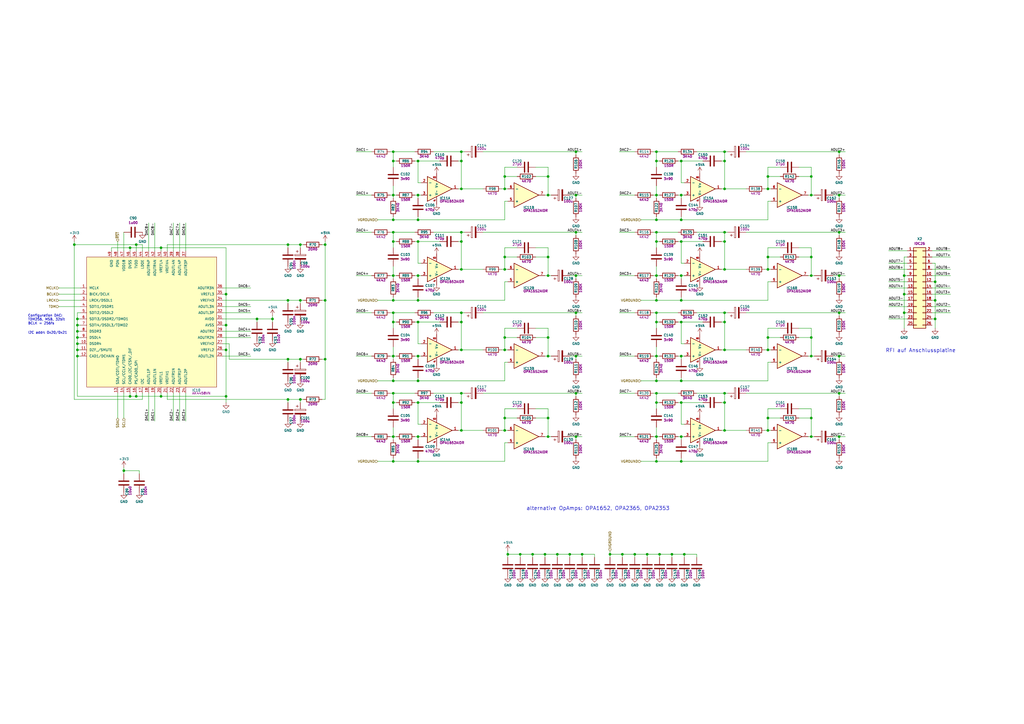
<source format=kicad_sch>
(kicad_sch (version 20230121) (generator eeschema)
  (paper "A3")
  (junction (at 118.11 147.32))
  (junction (at 161.29 66.04))
  (junction (at 66.04 162.56))
  (junction (at 31.75 146.05))
  (junction (at 207.01 72.39))
  (junction (at 218.44 227.33))
  (junction (at 224.79 105.41))
  (junction (at 269.24 113.03))
  (junction (at 207.01 138.43))
  (junction (at 105.41 130.81))
  (junction (at 53.34 162.56))
  (junction (at 207.01 77.47))
  (junction (at 224.79 138.43))
  (junction (at 297.18 99.06))
  (junction (at 171.45 146.05))
  (junction (at 297.18 161.29))
  (junction (at 213.36 227.33))
  (junction (at 118.11 100.33))
  (junction (at 269.24 189.23))
  (junction (at 236.22 113.03))
  (junction (at 171.45 123.19))
  (junction (at 314.96 138.43))
  (junction (at 314.96 72.39))
  (junction (at 161.29 123.19))
  (junction (at 236.22 62.23))
  (junction (at 189.23 161.29))
  (junction (at 370.84 128.27))
  (junction (at 297.18 110.49))
  (junction (at 236.22 128.27))
  (junction (at 280.67 227.33))
  (junction (at 297.18 77.47))
  (junction (at 269.24 80.01))
  (junction (at 30.48 100.33))
  (junction (at 31.75 133.35))
  (junction (at 269.24 66.04))
  (junction (at 208.28 227.33))
  (junction (at 123.19 147.32))
  (junction (at 332.74 105.41))
  (junction (at 279.4 146.05))
  (junction (at 161.29 128.27))
  (junction (at 189.23 110.49))
  (junction (at 31.75 135.89))
  (junction (at 66.04 101.6))
  (junction (at 228.6 227.33))
  (junction (at 171.45 189.23))
  (junction (at 332.74 113.03))
  (junction (at 370.84 120.65))
  (junction (at 344.17 146.05))
  (junction (at 55.88 100.33))
  (junction (at 189.23 62.23))
  (junction (at 123.19 163.83))
  (junction (at 189.23 165.1))
  (junction (at 269.24 132.08))
  (junction (at 133.35 123.19))
  (junction (at 314.96 143.51))
  (junction (at 279.4 179.07))
  (junction (at 118.11 123.19))
  (junction (at 224.79 113.03))
  (junction (at 171.45 156.21))
  (junction (at 224.79 171.45))
  (junction (at 269.24 165.1))
  (junction (at 344.17 80.01))
  (junction (at 207.01 110.49))
  (junction (at 224.79 80.01))
  (junction (at 92.71 133.35))
  (junction (at 269.24 90.17))
  (junction (at 189.23 66.04))
  (junction (at 189.23 176.53))
  (junction (at 269.24 161.29))
  (junction (at 270.51 227.33))
  (junction (at 297.18 62.23))
  (junction (at 383.54 130.81))
  (junction (at 269.24 179.07))
  (junction (at 55.88 162.56))
  (junction (at 236.22 161.29))
  (junction (at 332.74 179.07))
  (junction (at 269.24 156.21))
  (junction (at 189.23 95.25))
  (junction (at 344.17 113.03))
  (junction (at 236.22 80.01))
  (junction (at 269.24 146.05))
  (junction (at 207.01 171.45))
  (junction (at 161.29 80.01))
  (junction (at 279.4 99.06))
  (junction (at 370.84 113.03))
  (junction (at 171.45 132.08))
  (junction (at 332.74 138.43))
  (junction (at 383.54 115.57))
  (junction (at 161.29 146.05))
  (junction (at 171.45 90.17))
  (junction (at 161.29 95.25))
  (junction (at 223.52 227.33))
  (junction (at 171.45 179.07))
  (junction (at 297.18 176.53))
  (junction (at 279.4 165.1))
  (junction (at 161.29 179.07))
  (junction (at 123.19 100.33))
  (junction (at 265.43 227.33))
  (junction (at 171.45 80.01))
  (junction (at 269.24 95.25))
  (junction (at 161.29 113.03))
  (junction (at 332.74 80.01))
  (junction (at 161.29 99.06))
  (junction (at 189.23 143.51))
  (junction (at 279.4 123.19))
  (junction (at 92.71 143.51))
  (junction (at 161.29 62.23))
  (junction (at 189.23 99.06))
  (junction (at 31.75 130.81))
  (junction (at 224.79 179.07))
  (junction (at 224.79 72.39))
  (junction (at 31.75 138.43))
  (junction (at 233.68 227.33))
  (junction (at 236.22 146.05))
  (junction (at 171.45 66.04))
  (junction (at 161.29 156.21))
  (junction (at 161.29 90.17))
  (junction (at 189.23 132.08))
  (junction (at 111.76 130.81))
  (junction (at 314.96 77.47))
  (junction (at 332.74 171.45))
  (junction (at 207.01 105.41))
  (junction (at 332.74 72.39))
  (junction (at 279.4 80.01))
  (junction (at 344.17 62.23))
  (junction (at 53.34 101.6))
  (junction (at 297.18 95.25))
  (junction (at 123.19 123.19))
  (junction (at 133.35 147.32))
  (junction (at 314.96 171.45))
  (junction (at 238.76 227.33))
  (junction (at 279.4 66.04))
  (junction (at 275.59 227.33))
  (junction (at 207.01 176.53))
  (junction (at 269.24 99.06))
  (junction (at 279.4 189.23))
  (junction (at 269.24 123.19))
  (junction (at 297.18 143.51))
  (junction (at 297.18 165.1))
  (junction (at 92.71 120.65))
  (junction (at 236.22 179.07))
  (junction (at 279.4 113.03))
  (junction (at 314.96 105.41))
  (junction (at 279.4 132.08))
  (junction (at 161.29 132.08))
  (junction (at 255.27 227.33))
  (junction (at 279.4 156.21))
  (junction (at 297.18 66.04))
  (junction (at 171.45 165.1))
  (junction (at 297.18 128.27))
  (junction (at 161.29 189.23))
  (junction (at 171.45 113.03))
  (junction (at 207.01 143.51))
  (junction (at 118.11 163.83))
  (junction (at 161.29 161.29))
  (junction (at 236.22 95.25))
  (junction (at 133.35 100.33))
  (junction (at 260.35 227.33))
  (junction (at 344.17 95.25))
  (junction (at 224.79 146.05))
  (junction (at 332.74 146.05))
  (junction (at 314.96 110.49))
  (junction (at 31.75 140.97))
  (junction (at 269.24 62.23))
  (junction (at 383.54 123.19))
  (junction (at 50.8 193.04))
  (junction (at 297.18 132.08))
  (junction (at 314.96 176.53))
  (junction (at 250.19 227.33))
  (junction (at 31.75 143.51))
  (junction (at 161.29 165.1))
  (junction (at 344.17 179.07))
  (junction (at 189.23 128.27))
  (junction (at 189.23 77.47))
  (junction (at 269.24 128.27))
  (junction (at 344.17 128.27))
  (junction (at 279.4 90.17))
  (junction (at 344.17 161.29))
  (junction (at 92.71 162.56))
  (junction (at 171.45 99.06))
  (wire (pts (xy 267.97 146.05) (xy 269.24 146.05)))
  (wire (pts (xy 152.4 179.07) (xy 146.05 179.07)))
  (wire (pts (xy 270.51 227.33) (xy 270.51 228.6)))
  (wire (pts (xy 332.74 72.39) (xy 332.74 80.01)))
  (wire (pts (xy 262.89 123.19) (xy 269.24 123.19)))
  (wire (pts (xy 297.18 161.29) (xy 297.18 165.1)))
  (wire (pts (xy 205.74 110.49) (xy 207.01 110.49)))
  (wire (pts (xy 269.24 113.03) (xy 270.51 113.03)))
  (wire (pts (xy 279.4 90.17) (xy 279.4 88.9)))
  (wire (pts (xy 314.96 82.55) (xy 316.23 82.55)))
  (wire (pts (xy 33.02 133.35) (xy 31.75 133.35)))
  (wire (pts (xy 189.23 77.47) (xy 198.12 77.47)))
  (wire (pts (xy 382.27 125.73) (xy 389.89 125.73)))
  (wire (pts (xy 218.44 227.33) (xy 223.52 227.33)))
  (wire (pts (xy 171.45 81.28) (xy 171.45 80.01)))
  (wire (pts (xy 306.07 62.23) (xy 344.17 62.23)))
  (wire (pts (xy 189.23 95.25) (xy 190.5 95.25)))
  (wire (pts (xy 236.22 147.32) (xy 236.22 146.05)))
  (wire (pts (xy 224.79 72.39) (xy 224.79 80.01)))
  (wire (pts (xy 372.11 115.57) (xy 364.49 115.57)))
  (wire (pts (xy 207.01 82.55) (xy 208.28 82.55)))
  (wire (pts (xy 189.23 132.08) (xy 187.96 132.08)))
  (wire (pts (xy 297.18 99.06) (xy 297.18 110.49)))
  (wire (pts (xy 171.45 189.23) (xy 171.45 187.96)))
  (wire (pts (xy 208.28 227.33) (xy 213.36 227.33)))
  (wire (pts (xy 172.72 173.99) (xy 171.45 173.99)))
  (wire (pts (xy 33.02 128.27) (xy 31.75 128.27)))
  (wire (pts (xy 223.52 227.33) (xy 223.52 228.6)))
  (wire (pts (xy 327.66 101.6) (xy 332.74 101.6)))
  (wire (pts (xy 161.29 128.27) (xy 170.18 128.27)))
  (wire (pts (xy 267.97 95.25) (xy 269.24 95.25)))
  (wire (pts (xy 279.4 146.05) (xy 280.67 146.05)))
  (wire (pts (xy 314.96 167.64) (xy 314.96 171.45)))
  (wire (pts (xy 297.18 62.23) (xy 298.45 62.23)))
  (wire (pts (xy 212.09 167.64) (xy 207.01 167.64)))
  (wire (pts (xy 332.74 171.45) (xy 327.66 171.45)))
  (wire (pts (xy 160.02 128.27) (xy 161.29 128.27)))
  (wire (pts (xy 332.74 167.64) (xy 332.74 171.45)))
  (wire (pts (xy 105.41 130.81) (xy 111.76 130.81)))
  (wire (pts (xy 133.35 147.32) (xy 133.35 163.83)))
  (wire (pts (xy 255.27 227.33) (xy 260.35 227.33)))
  (wire (pts (xy 279.4 156.21) (xy 314.96 156.21)))
  (wire (pts (xy 161.29 62.23) (xy 161.29 66.04)))
  (wire (pts (xy 278.13 179.07) (xy 279.4 179.07)))
  (wire (pts (xy 269.24 123.19) (xy 269.24 121.92)))
  (wire (pts (xy 91.44 130.81) (xy 105.41 130.81)))
  (wire (pts (xy 297.18 176.53) (xy 306.07 176.53)))
  (wire (pts (xy 171.45 147.32) (xy 171.45 146.05)))
  (wire (pts (xy 207.01 138.43) (xy 207.01 143.51)))
  (wire (pts (xy 233.68 227.33) (xy 233.68 228.6)))
  (wire (pts (xy 161.29 95.25) (xy 161.29 99.06)))
  (wire (pts (xy 267.97 62.23) (xy 269.24 62.23)))
  (wire (pts (xy 207.01 181.61) (xy 208.28 181.61)))
  (wire (pts (xy 269.24 132.08) (xy 269.24 134.62)))
  (wire (pts (xy 57.15 193.04) (xy 50.8 193.04)))
  (wire (pts (xy 243.84 227.33) (xy 243.84 228.6)))
  (wire (pts (xy 171.45 140.97) (xy 171.45 132.08)))
  (wire (pts (xy 236.22 114.3) (xy 236.22 113.03)))
  (wire (pts (xy 260.35 128.27) (xy 254 128.27)))
  (wire (pts (xy 132.08 100.33) (xy 133.35 100.33)))
  (wire (pts (xy 224.79 134.62) (xy 224.79 138.43)))
  (wire (pts (xy 297.18 77.47) (xy 306.07 77.47)))
  (wire (pts (xy 207.01 105.41) (xy 207.01 110.49)))
  (wire (pts (xy 189.23 62.23) (xy 189.23 66.04)))
  (wire (pts (xy 344.17 81.28) (xy 344.17 80.01)))
  (wire (pts (xy 262.89 156.21) (xy 269.24 156.21)))
  (wire (pts (xy 320.04 134.62) (xy 314.96 134.62)))
  (wire (pts (xy 370.84 105.41) (xy 370.84 113.03)))
  (wire (pts (xy 118.11 163.83) (xy 123.19 163.83)))
  (wire (pts (xy 285.75 62.23) (xy 297.18 62.23)))
  (wire (pts (xy 320.04 167.64) (xy 314.96 167.64)))
  (wire (pts (xy 295.91 110.49) (xy 297.18 110.49)))
  (wire (pts (xy 207.01 115.57) (xy 208.28 115.57)))
  (wire (pts (xy 91.44 135.89) (xy 102.87 135.89)))
  (wire (pts (xy 236.22 63.5) (xy 236.22 62.23)))
  (wire (pts (xy 382.27 128.27) (xy 389.89 128.27)))
  (wire (pts (xy 269.24 62.23) (xy 269.24 66.04)))
  (wire (pts (xy 278.13 99.06) (xy 279.4 99.06)))
  (wire (pts (xy 269.24 128.27) (xy 269.24 132.08)))
  (wire (pts (xy 161.29 95.25) (xy 170.18 95.25)))
  (wire (pts (xy 269.24 146.05) (xy 270.51 146.05)))
  (wire (pts (xy 297.18 128.27) (xy 297.18 132.08)))
  (wire (pts (xy 212.09 68.58) (xy 207.01 68.58)))
  (wire (pts (xy 233.68 80.01) (xy 236.22 80.01)))
  (wire (pts (xy 123.19 163.83) (xy 124.46 163.83)))
  (wire (pts (xy 171.45 180.34) (xy 171.45 179.07)))
  (wire (pts (xy 170.18 99.06) (xy 171.45 99.06)))
  (wire (pts (xy 161.29 142.24) (xy 161.29 146.05)))
  (wire (pts (xy 76.2 102.87) (xy 76.2 91.44)))
  (wire (pts (xy 91.44 120.65) (xy 92.71 120.65)))
  (wire (pts (xy 172.72 74.93) (xy 171.45 74.93)))
  (wire (pts (xy 314.96 123.19) (xy 314.96 115.57)))
  (wire (pts (xy 219.71 101.6) (xy 224.79 101.6)))
  (wire (pts (xy 269.24 113.03) (xy 269.24 114.3)))
  (wire (pts (xy 297.18 165.1) (xy 297.18 176.53)))
  (wire (pts (xy 260.35 62.23) (xy 254 62.23)))
  (wire (pts (xy 177.8 62.23) (xy 189.23 62.23)))
  (wire (pts (xy 295.91 176.53) (xy 297.18 176.53)))
  (wire (pts (xy 161.29 179.07) (xy 162.56 179.07)))
  (wire (pts (xy 327.66 68.58) (xy 332.74 68.58)))
  (wire (pts (xy 260.35 95.25) (xy 254 95.25)))
  (wire (pts (xy 331.47 179.07) (xy 332.74 179.07)))
  (wire (pts (xy 372.11 102.87) (xy 364.49 102.87)))
  (wire (pts (xy 306.07 95.25) (xy 344.17 95.25)))
  (wire (pts (xy 53.34 102.87) (xy 53.34 101.6)))
  (wire (pts (xy 327.66 134.62) (xy 332.74 134.62)))
  (wire (pts (xy 160.02 80.01) (xy 161.29 80.01)))
  (wire (pts (xy 224.79 167.64) (xy 224.79 171.45)))
  (wire (pts (xy 161.29 146.05) (xy 162.56 146.05)))
  (wire (pts (xy 270.51 165.1) (xy 269.24 165.1)))
  (wire (pts (xy 265.43 227.33) (xy 265.43 228.6)))
  (wire (pts (xy 269.24 179.07) (xy 270.51 179.07)))
  (wire (pts (xy 187.96 176.53) (xy 189.23 176.53)))
  (wire (pts (xy 238.76 227.33) (xy 238.76 228.6)))
  (wire (pts (xy 66.04 101.6) (xy 92.71 101.6)))
  (wire (pts (xy 275.59 227.33) (xy 280.67 227.33)))
  (wire (pts (xy 161.29 175.26) (xy 161.29 179.07)))
  (wire (pts (xy 278.13 132.08) (xy 279.4 132.08)))
  (wire (pts (xy 224.79 105.41) (xy 219.71 105.41)))
  (wire (pts (xy 171.45 107.95) (xy 171.45 99.06)))
  (wire (pts (xy 269.24 161.29) (xy 269.24 165.1)))
  (wire (pts (xy 275.59 227.33) (xy 275.59 228.6)))
  (wire (pts (xy 306.07 128.27) (xy 344.17 128.27)))
  (wire (pts (xy 205.74 176.53) (xy 207.01 176.53)))
  (wire (pts (xy 372.11 105.41) (xy 370.84 105.41)))
  (wire (pts (xy 269.24 156.21) (xy 269.24 154.94)))
  (wire (pts (xy 269.24 99.06) (xy 269.24 101.6)))
  (wire (pts (xy 31.75 130.81) (xy 31.75 133.35)))
  (wire (pts (xy 189.23 99.06) (xy 187.96 99.06)))
  (wire (pts (xy 118.11 147.32) (xy 118.11 148.59)))
  (wire (pts (xy 262.89 189.23) (xy 269.24 189.23)))
  (wire (pts (xy 278.13 80.01) (xy 279.4 80.01)))
  (wire (pts (xy 344.17 128.27) (xy 346.71 128.27)))
  (wire (pts (xy 236.22 179.07) (xy 238.76 179.07)))
  (wire (pts (xy 177.8 161.29) (xy 189.23 161.29)))
  (wire (pts (xy 297.18 110.49) (xy 306.07 110.49)))
  (wire (pts (xy 171.45 113.03) (xy 172.72 113.03)))
  (wire (pts (xy 207.01 123.19) (xy 207.01 115.57)))
  (wire (pts (xy 53.34 161.29) (xy 53.34 162.56)))
  (wire (pts (xy 383.54 130.81) (xy 383.54 134.62)))
  (wire (pts (xy 260.35 146.05) (xy 254 146.05)))
  (wire (pts (xy 133.35 147.32) (xy 132.08 147.32)))
  (wire (pts (xy 91.44 140.97) (xy 93.98 140.97)))
  (wire (pts (xy 91.44 143.51) (xy 92.71 143.51)))
  (wire (pts (xy 278.13 165.1) (xy 279.4 165.1)))
  (wire (pts (xy 313.69 110.49) (xy 314.96 110.49)))
  (wire (pts (xy 212.09 72.39) (xy 207.01 72.39)))
  (wire (pts (xy 58.42 100.33) (xy 58.42 102.87)))
  (wire (pts (xy 332.74 80.01) (xy 334.01 80.01)))
  (wire (pts (xy 55.88 100.33) (xy 58.42 100.33)))
  (wire (pts (xy 314.96 189.23) (xy 314.96 181.61)))
  (wire (pts (xy 332.74 146.05) (xy 334.01 146.05)))
  (wire (pts (xy 279.4 140.97) (xy 279.4 132.08)))
  (wire (pts (xy 63.5 102.87) (xy 63.5 91.44)))
  (wire (pts (xy 250.19 227.33) (xy 250.19 228.6)))
  (wire (pts (xy 198.12 128.27) (xy 236.22 128.27)))
  (wire (pts (xy 279.4 165.1) (xy 288.29 165.1)))
  (wire (pts (xy 31.75 128.27) (xy 31.75 130.81)))
  (wire (pts (xy 123.19 163.83) (xy 123.19 165.1)))
  (wire (pts (xy 189.23 66.04) (xy 189.23 77.47)))
  (wire (pts (xy 45.72 102.87) (xy 45.72 101.6)))
  (wire (pts (xy 171.45 66.04) (xy 180.34 66.04)))
  (wire (pts (xy 314.96 181.61) (xy 316.23 181.61)))
  (wire (pts (xy 331.47 80.01) (xy 332.74 80.01)))
  (wire (pts (xy 262.89 90.17) (xy 269.24 90.17)))
  (wire (pts (xy 250.19 226.06) (xy 250.19 227.33)))
  (wire (pts (xy 279.4 114.3) (xy 279.4 113.03)))
  (wire (pts (xy 171.45 156.21) (xy 171.45 154.94)))
  (wire (pts (xy 207.01 101.6) (xy 207.01 105.41)))
  (wire (pts (xy 212.09 171.45) (xy 207.01 171.45)))
  (wire (pts (xy 233.68 146.05) (xy 236.22 146.05)))
  (wire (pts (xy 213.36 227.33) (xy 213.36 228.6)))
  (wire (pts (xy 314.96 110.49) (xy 316.23 110.49)))
  (wire (pts (xy 207.01 171.45) (xy 207.01 176.53)))
  (wire (pts (xy 111.76 129.54) (xy 111.76 130.81)))
  (wire (pts (xy 278.13 113.03) (xy 279.4 113.03)))
  (wire (pts (xy 68.58 100.33) (xy 68.58 102.87)))
  (wire (pts (xy 344.17 114.3) (xy 344.17 113.03)))
  (wire (pts (xy 314.96 105.41) (xy 314.96 110.49)))
  (wire (pts (xy 91.44 146.05) (xy 102.87 146.05)))
  (wire (pts (xy 344.17 146.05) (xy 346.71 146.05)))
  (wire (pts (xy 171.45 80.01) (xy 172.72 80.01)))
  (wire (pts (xy 123.19 147.32) (xy 124.46 147.32)))
  (wire (pts (xy 260.35 227.33) (xy 260.35 228.6)))
  (wire (pts (xy 160.02 62.23) (xy 161.29 62.23)))
  (wire (pts (xy 260.35 113.03) (xy 254 113.03)))
  (wire (pts (xy 189.23 165.1) (xy 189.23 176.53)))
  (wire (pts (xy 280.67 173.99) (xy 279.4 173.99)))
  (wire (pts (xy 238.76 227.33) (xy 243.84 227.33)))
  (wire (pts (xy 24.13 125.73) (xy 33.02 125.73)))
  (wire (pts (xy 332.74 72.39) (xy 327.66 72.39)))
  (wire (pts (xy 382.27 115.57) (xy 383.54 115.57)))
  (wire (pts (xy 171.45 179.07) (xy 172.72 179.07)))
  (wire (pts (xy 91.44 133.35) (xy 92.71 133.35)))
  (wire (pts (xy 372.11 130.81) (xy 364.49 130.81)))
  (wire (pts (xy 91.44 123.19) (xy 118.11 123.19)))
  (wire (pts (xy 260.35 80.01) (xy 254 80.01)))
  (wire (pts (xy 73.66 102.87) (xy 73.66 91.44)))
  (wire (pts (xy 161.29 179.07) (xy 161.29 180.34)))
  (wire (pts (xy 212.09 101.6) (xy 207.01 101.6)))
  (wire (pts (xy 24.13 123.19) (xy 33.02 123.19)))
  (wire (pts (xy 68.58 163.83) (xy 68.58 161.29)))
  (wire (pts (xy 189.23 176.53) (xy 198.12 176.53)))
  (wire (pts (xy 31.75 135.89) (xy 31.75 138.43)))
  (wire (pts (xy 207.01 148.59) (xy 208.28 148.59)))
  (wire (pts (xy 314.96 72.39) (xy 314.96 77.47)))
  (wire (pts (xy 55.88 162.56) (xy 66.04 162.56)))
  (wire (pts (xy 212.09 105.41) (xy 207.01 105.41)))
  (wire (pts (xy 236.22 161.29) (xy 238.76 161.29)))
  (wire (pts (xy 223.52 80.01) (xy 224.79 80.01)))
  (wire (pts (xy 270.51 132.08) (xy 269.24 132.08)))
  (wire (pts (xy 31.75 146.05) (xy 31.75 162.56)))
  (wire (pts (xy 208.28 226.06) (xy 208.28 227.33)))
  (wire (pts (xy 383.54 115.57) (xy 383.54 123.19)))
  (wire (pts (xy 212.09 138.43) (xy 207.01 138.43)))
  (wire (pts (xy 297.18 66.04) (xy 295.91 66.04)))
  (wire (pts (xy 189.23 99.06) (xy 189.23 110.49)))
  (wire (pts (xy 161.29 90.17) (xy 161.29 88.9)))
  (wire (pts (xy 314.96 171.45) (xy 314.96 176.53)))
  (wire (pts (xy 236.22 146.05) (xy 238.76 146.05)))
  (wire (pts (xy 161.29 109.22) (xy 161.29 113.03)))
  (wire (pts (xy 218.44 227.33) (xy 218.44 228.6)))
  (wire (pts (xy 279.4 147.32) (xy 279.4 146.05)))
  (wire (pts (xy 306.07 161.29) (xy 344.17 161.29)))
  (wire (pts (xy 152.4 80.01) (xy 146.05 80.01)))
  (wire (pts (xy 207.01 134.62) (xy 207.01 138.43)))
  (wire (pts (xy 162.56 66.04) (xy 161.29 66.04)))
  (wire (pts (xy 123.19 100.33) (xy 123.19 101.6)))
  (wire (pts (xy 278.13 66.04) (xy 279.4 66.04)))
  (wire (pts (xy 236.22 80.01) (xy 238.76 80.01)))
  (wire (pts (xy 205.74 143.51) (xy 207.01 143.51)))
  (wire (pts (xy 171.45 74.93) (xy 171.45 66.04)))
  (wire (pts (xy 92.71 143.51) (xy 92.71 162.56)))
  (wire (pts (xy 314.96 90.17) (xy 314.96 82.55)))
  (wire (pts (xy 269.24 161.29) (xy 278.13 161.29)))
  (wire (pts (xy 170.18 179.07) (xy 171.45 179.07)))
  (wire (pts (xy 152.4 128.27) (xy 146.05 128.27)))
  (wire (pts (xy 154.94 189.23) (xy 161.29 189.23)))
  (wire (pts (xy 279.4 90.17) (xy 314.96 90.17)))
  (wire (pts (xy 279.4 123.19) (xy 279.4 121.92)))
  (wire (pts (xy 161.29 80.01) (xy 161.29 81.28)))
  (wire (pts (xy 280.67 74.93) (xy 279.4 74.93)))
  (wire (pts (xy 297.18 132.08) (xy 297.18 143.51)))
  (wire (pts (xy 224.79 68.58) (xy 224.79 72.39)))
  (wire (pts (xy 269.24 76.2) (xy 269.24 80.01)))
  (wire (pts (xy 161.29 156.21) (xy 171.45 156.21)))
  (wire (pts (xy 133.35 123.19) (xy 133.35 147.32)))
  (wire (pts (xy 161.29 132.08) (xy 161.29 134.62)))
  (wire (pts (xy 48.26 171.45) (xy 48.26 161.29)))
  (wire (pts (xy 123.19 123.19) (xy 124.46 123.19)))
  (wire (pts (xy 344.17 180.34) (xy 344.17 179.07)))
  (wire (pts (xy 92.71 120.65) (xy 92.71 133.35)))
  (wire (pts (xy 92.71 101.6) (xy 92.71 120.65)))
  (wire (pts (xy 332.74 113.03) (xy 334.01 113.03)))
  (wire (pts (xy 320.04 105.41) (xy 314.96 105.41)))
  (wire (pts (xy 236.22 62.23) (xy 238.76 62.23)))
  (wire (pts (xy 280.67 107.95) (xy 279.4 107.95)))
  (wire (pts (xy 160.02 113.03) (xy 161.29 113.03)))
  (wire (pts (xy 152.4 146.05) (xy 146.05 146.05)))
  (wire (pts (xy 161.29 113.03) (xy 161.29 114.3)))
  (wire (pts (xy 152.4 161.29) (xy 146.05 161.29)))
  (wire (pts (xy 223.52 113.03) (xy 224.79 113.03)))
  (wire (pts (xy 279.4 180.34) (xy 279.4 179.07)))
  (wire (pts (xy 171.45 99.06) (xy 180.34 99.06)))
  (wire (pts (xy 269.24 123.19) (xy 279.4 123.19)))
  (wire (pts (xy 161.29 128.27) (xy 161.29 132.08)))
  (wire (pts (xy 171.45 114.3) (xy 171.45 113.03)))
  (wire (pts (xy 219.71 134.62) (xy 224.79 134.62)))
  (wire (pts (xy 383.54 123.19) (xy 383.54 130.81)))
  (wire (pts (xy 236.22 180.34) (xy 236.22 179.07)))
  (wire (pts (xy 341.63 113.03) (xy 344.17 113.03)))
  (wire (pts (xy 30.48 100.33) (xy 55.88 100.33)))
  (wire (pts (xy 171.45 90.17) (xy 207.01 90.17)))
  (wire (pts (xy 344.17 162.56) (xy 344.17 161.29)))
  (wire (pts (xy 314.96 148.59) (xy 316.23 148.59)))
  (wire (pts (xy 50.8 171.45) (xy 50.8 161.29)))
  (wire (pts (xy 170.18 113.03) (xy 171.45 113.03)))
  (wire (pts (xy 372.11 125.73) (xy 364.49 125.73)))
  (wire (pts (xy 63.5 161.29) (xy 63.5 172.72)))
  (wire (pts (xy 189.23 95.25) (xy 189.23 99.06)))
  (wire (pts (xy 224.79 113.03) (xy 226.06 113.03)))
  (wire (pts (xy 24.13 118.11) (xy 33.02 118.11)))
  (wire (pts (xy 344.17 147.32) (xy 344.17 146.05)))
  (wire (pts (xy 344.17 113.03) (xy 346.71 113.03)))
  (wire (pts (xy 255.27 227.33) (xy 255.27 228.6)))
  (wire (pts (xy 91.44 125.73) (xy 102.87 125.73)))
  (wire (pts (xy 269.24 146.05) (xy 269.24 147.32)))
  (wire (pts (xy 177.8 128.27) (xy 189.23 128.27)))
  (wire (pts (xy 269.24 175.26) (xy 269.24 179.07)))
  (wire (pts (xy 170.18 146.05) (xy 171.45 146.05)))
  (wire (pts (xy 53.34 162.56) (xy 55.88 162.56)))
  (wire (pts (xy 162.56 165.1) (xy 161.29 165.1)))
  (wire (pts (xy 118.11 147.32) (xy 123.19 147.32)))
  (wire (pts (xy 279.4 81.28) (xy 279.4 80.01)))
  (wire (pts (xy 207.01 143.51) (xy 208.28 143.51)))
  (wire (pts (xy 285.75 227.33) (xy 285.75 228.6)))
  (wire (pts (xy 313.69 77.47) (xy 314.96 77.47)))
  (wire (pts (xy 172.72 140.97) (xy 171.45 140.97)))
  (wire (pts (xy 50.8 102.87) (xy 50.8 95.25)))
  (wire (pts (xy 55.88 161.29) (xy 55.88 162.56)))
  (wire (pts (xy 233.68 113.03) (xy 236.22 113.03)))
  (wire (pts (xy 370.84 120.65) (xy 370.84 128.27)))
  (wire (pts (xy 189.23 132.08) (xy 189.23 143.51)))
  (wire (pts (xy 313.69 176.53) (xy 314.96 176.53)))
  (wire (pts (xy 332.74 101.6) (xy 332.74 105.41)))
  (wire (pts (xy 279.4 113.03) (xy 280.67 113.03)))
  (wire (pts (xy 31.75 143.51) (xy 31.75 146.05)))
  (wire (pts (xy 205.74 77.47) (xy 207.01 77.47)))
  (wire (pts (xy 133.35 123.19) (xy 132.08 123.19)))
  (wire (pts (xy 236.22 95.25) (xy 238.76 95.25)))
  (wire (pts (xy 285.75 161.29) (xy 297.18 161.29)))
  (wire (pts (xy 30.48 163.83) (xy 30.48 100.33)))
  (wire (pts (xy 111.76 130.81) (xy 111.76 132.08)))
  (wire (pts (xy 224.79 146.05) (xy 226.06 146.05)))
  (wire (pts (xy 177.8 95.25) (xy 189.23 95.25)))
  (wire (pts (xy 133.35 100.33) (xy 133.35 123.19)))
  (wire (pts (xy 279.4 156.21) (xy 279.4 154.94)))
  (wire (pts (xy 341.63 146.05) (xy 344.17 146.05)))
  (wire (pts (xy 224.79 171.45) (xy 219.71 171.45)))
  (wire (pts (xy 382.27 110.49) (xy 389.89 110.49)))
  (wire (pts (xy 160.02 161.29) (xy 161.29 161.29)))
  (wire (pts (xy 171.45 123.19) (xy 207.01 123.19)))
  (wire (pts (xy 189.23 66.04) (xy 187.96 66.04)))
  (wire (pts (xy 313.69 143.51) (xy 314.96 143.51)))
  (wire (pts (xy 161.29 165.1) (xy 161.29 167.64)))
  (wire (pts (xy 161.29 123.19) (xy 161.29 121.92)))
  (wire (pts (xy 320.04 72.39) (xy 314.96 72.39)))
  (wire (pts (xy 279.4 179.07) (xy 280.67 179.07)))
  (wire (pts (xy 118.11 100.33) (xy 123.19 100.33)))
  (wire (pts (xy 297.18 99.06) (xy 295.91 99.06)))
  (wire (pts (xy 260.35 161.29) (xy 254 161.29)))
  (wire (pts (xy 133.35 99.06) (xy 133.35 100.33)))
  (wire (pts (xy 189.23 165.1) (xy 187.96 165.1)))
  (wire (pts (xy 50.8 193.04) (xy 50.8 194.31)))
  (wire (pts (xy 320.04 101.6) (xy 314.96 101.6)))
  (wire (pts (xy 341.63 80.01) (xy 344.17 80.01)))
  (wire (pts (xy 382.27 102.87) (xy 389.89 102.87)))
  (wire (pts (xy 31.75 133.35) (xy 31.75 135.89)))
  (wire (pts (xy 161.29 146.05) (xy 161.29 147.32)))
  (wire (pts (xy 270.51 227.33) (xy 275.59 227.33)))
  (wire (pts (xy 228.6 227.33) (xy 233.68 227.33)))
  (wire (pts (xy 93.98 140.97) (xy 93.98 147.32)))
  (wire (pts (xy 31.75 138.43) (xy 31.75 140.97)))
  (wire (pts (xy 189.23 110.49) (xy 198.12 110.49)))
  (wire (pts (xy 383.54 130.81) (xy 382.27 130.81)))
  (wire (pts (xy 260.35 227.33) (xy 265.43 227.33)))
  (wire (pts (xy 207.01 110.49) (xy 208.28 110.49)))
  (wire (pts (xy 161.29 161.29) (xy 161.29 165.1)))
  (wire (pts (xy 344.17 95.25) (xy 346.71 95.25)))
  (wire (pts (xy 93.98 147.32) (xy 118.11 147.32)))
  (wire (pts (xy 233.68 227.33) (xy 238.76 227.33)))
  (wire (pts (xy 57.15 194.31) (xy 57.15 193.04)))
  (wire (pts (xy 279.4 189.23) (xy 314.96 189.23)))
  (wire (pts (xy 297.18 66.04) (xy 297.18 77.47)))
  (wire (pts (xy 223.52 146.05) (xy 224.79 146.05)))
  (wire (pts (xy 91.44 118.11) (xy 102.87 118.11)))
  (wire (pts (xy 187.96 110.49) (xy 189.23 110.49)))
  (wire (pts (xy 66.04 102.87) (xy 66.04 101.6)))
  (wire (pts (xy 66.04 161.29) (xy 66.04 162.56)))
  (wire (pts (xy 372.11 120.65) (xy 370.84 120.65)))
  (wire (pts (xy 297.18 143.51) (xy 306.07 143.51)))
  (wire (pts (xy 285.75 95.25) (xy 297.18 95.25)))
  (wire (pts (xy 160.02 95.25) (xy 161.29 95.25)))
  (wire (pts (xy 370.84 128.27) (xy 370.84 134.62)))
  (wire (pts (xy 267.97 128.27) (xy 269.24 128.27)))
  (wire (pts (xy 269.24 90.17) (xy 269.24 88.9)))
  (wire (pts (xy 189.23 128.27) (xy 189.23 132.08)))
  (wire (pts (xy 297.18 62.23) (xy 297.18 66.04)))
  (wire (pts (xy 280.67 140.97) (xy 279.4 140.97)))
  (wire (pts (xy 187.96 143.51) (xy 189.23 143.51)))
  (wire (pts (xy 331.47 113.03) (xy 332.74 113.03)))
  (wire (pts (xy 332.74 179.07) (xy 334.01 179.07)))
  (wire (pts (xy 187.96 77.47) (xy 189.23 77.47)))
  (wire (pts (xy 171.45 123.19) (xy 171.45 121.92)))
  (wire (pts (xy 372.11 118.11) (xy 364.49 118.11)))
  (wire (pts (xy 224.79 101.6) (xy 224.79 105.41)))
  (wire (pts (xy 382.27 123.19) (xy 383.54 123.19)))
  (wire (pts (xy 31.75 162.56) (xy 53.34 162.56)))
  (wire (pts (xy 207.01 189.23) (xy 207.01 181.61)))
  (wire (pts (xy 66.04 162.56) (xy 92.71 162.56)))
  (wire (pts (xy 224.79 105.41) (xy 224.79 113.03)))
  (wire (pts (xy 48.26 102.87) (xy 48.26 99.06)))
  (wire (pts (xy 171.45 165.1) (xy 180.34 165.1)))
  (wire (pts (xy 269.24 95.25) (xy 278.13 95.25)))
  (wire (pts (xy 236.22 81.28) (xy 236.22 80.01)))
  (wire (pts (xy 233.68 179.07) (xy 236.22 179.07)))
  (wire (pts (xy 327.66 167.64) (xy 332.74 167.64)))
  (wire (pts (xy 73.66 161.29) (xy 73.66 172.72)))
  (wire (pts (xy 331.47 146.05) (xy 332.74 146.05)))
  (wire (pts (xy 152.4 113.03) (xy 146.05 113.03)))
  (wire (pts (xy 314.96 138.43) (xy 314.96 143.51)))
  (wire (pts (xy 68.58 100.33) (xy 118.11 100.33)))
  (wire (pts (xy 332.74 105.41) (xy 327.66 105.41)))
  (wire (pts (xy 285.75 128.27) (xy 297.18 128.27)))
  (wire (pts (xy 267.97 179.07) (xy 269.24 179.07)))
  (wire (pts (xy 55.88 102.87) (xy 55.88 100.33)))
  (wire (pts (xy 279.4 74.93) (xy 279.4 66.04)))
  (wire (pts (xy 31.75 143.51) (xy 33.02 143.51)))
  (wire (pts (xy 314.96 143.51) (xy 316.23 143.51)))
  (wire (pts (xy 152.4 95.25) (xy 146.05 95.25)))
  (wire (pts (xy 280.67 227.33) (xy 280.67 228.6)))
  (wire (pts (xy 279.4 173.99) (xy 279.4 165.1)))
  (wire (pts (xy 161.29 62.23) (xy 170.18 62.23)))
  (wire (pts (xy 269.24 128.27) (xy 278.13 128.27)))
  (wire (pts (xy 189.23 161.29) (xy 190.5 161.29)))
  (wire (pts (xy 269.24 189.23) (xy 269.24 187.96)))
  (wire (pts (xy 269.24 109.22) (xy 269.24 113.03)))
  (wire (pts (xy 162.56 132.08) (xy 161.29 132.08)))
  (wire (pts (xy 382.27 105.41) (xy 389.89 105.41)))
  (wire (pts (xy 24.13 120.65) (xy 33.02 120.65)))
  (wire (pts (xy 154.94 156.21) (xy 161.29 156.21)))
  (wire (pts (xy 161.29 113.03) (xy 162.56 113.03)))
  (wire (pts (xy 269.24 179.07) (xy 269.24 180.34)))
  (wire (pts (xy 171.45 90.17) (xy 171.45 88.9)))
  (wire (pts (xy 344.17 129.54) (xy 344.17 128.27)))
  (wire (pts (xy 314.96 176.53) (xy 316.23 176.53)))
  (wire (pts (xy 314.96 115.57) (xy 316.23 115.57)))
  (wire (pts (xy 382.27 120.65) (xy 389.89 120.65)))
  (wire (pts (xy 314.96 101.6) (xy 314.96 105.41)))
  (wire (pts (xy 92.71 133.35) (xy 92.71 143.51)))
  (wire (pts (xy 45.72 101.6) (xy 53.34 101.6)))
  (wire (pts (xy 123.19 100.33) (xy 124.46 100.33)))
  (wire (pts (xy 223.52 179.07) (xy 224.79 179.07)))
  (wire (pts (xy 171.45 173.99) (xy 171.45 165.1)))
  (wire (pts (xy 118.11 123.19) (xy 123.19 123.19)))
  (wire (pts (xy 33.02 135.89) (xy 31.75 135.89)))
  (wire (pts (xy 161.29 66.04) (xy 161.29 68.58)))
  (wire (pts (xy 207.01 72.39) (xy 207.01 77.47)))
  (wire (pts (xy 260.35 179.07) (xy 254 179.07)))
  (wire (pts (xy 198.12 62.23) (xy 236.22 62.23)))
  (wire (pts (xy 71.12 161.29) (xy 71.12 172.72)))
  (wire (pts (xy 31.75 140.97) (xy 31.75 143.51)))
  (wire (pts (xy 383.54 107.95) (xy 383.54 115.57)))
  (wire (pts (xy 295.91 77.47) (xy 297.18 77.47)))
  (wire (pts (xy 160.02 179.07) (xy 161.29 179.07)))
  (wire (pts (xy 50.8 191.77) (xy 50.8 193.04)))
  (wire (pts (xy 76.2 161.29) (xy 76.2 172.72)))
  (wire (pts (xy 267.97 80.01) (xy 269.24 80.01)))
  (wire (pts (xy 219.71 167.64) (xy 224.79 167.64)))
  (wire (pts (xy 382.27 118.11) (xy 389.89 118.11)))
  (wire (pts (xy 297.18 132.08) (xy 295.91 132.08)))
  (wire (pts (xy 123.19 147.32) (xy 123.19 148.59)))
  (wire (pts (xy 30.48 100.33) (xy 30.48 99.06)))
  (wire (pts (xy 60.96 102.87) (xy 60.96 91.44)))
  (wire (pts (xy 332.74 68.58) (xy 332.74 72.39)))
  (wire (pts (xy 91.44 128.27) (xy 102.87 128.27)))
  (wire (pts (xy 279.4 132.08) (xy 288.29 132.08)))
  (wire (pts (xy 223.52 227.33) (xy 228.6 227.33)))
  (wire (pts (xy 279.4 107.95) (xy 279.4 99.06)))
  (wire (pts (xy 219.71 68.58) (xy 224.79 68.58)))
  (wire (pts (xy 269.24 90.17) (xy 279.4 90.17)))
  (wire (pts (xy 297.18 161.29) (xy 298.45 161.29)))
  (wire (pts (xy 161.29 161.29) (xy 170.18 161.29)))
  (wire (pts (xy 58.42 163.83) (xy 58.42 161.29)))
  (wire (pts (xy 370.84 113.03) (xy 370.84 120.65)))
  (wire (pts (xy 198.12 95.25) (xy 236.22 95.25)))
  (wire (pts (xy 161.29 90.17) (xy 171.45 90.17)))
  (wire (pts (xy 332.74 105.41) (xy 332.74 113.03)))
  (wire (pts (xy 269.24 80.01) (xy 269.24 81.28)))
  (wire (pts (xy 372.11 107.95) (xy 364.49 107.95)))
  (wire (pts (xy 269.24 62.23) (xy 278.13 62.23)))
  (wire (pts (xy 53.34 101.6) (xy 66.04 101.6)))
  (wire (pts (xy 344.17 80.01) (xy 346.71 80.01)))
  (wire (pts (xy 344.17 63.5) (xy 344.17 62.23)))
  (wire (pts (xy 161.29 156.21) (xy 161.29 154.94)))
  (wire (pts (xy 314.96 77.47) (xy 316.23 77.47)))
  (wire (pts (xy 332.74 171.45) (xy 332.74 179.07)))
  (wire (pts (xy 224.79 138.43) (xy 224.79 146.05)))
  (wire (pts (xy 236.22 128.27) (xy 238.76 128.27)))
  (wire (pts (xy 160.02 146.05) (xy 161.29 146.05)))
  (wire (pts (xy 270.51 66.04) (xy 269.24 66.04)))
  (wire (pts (xy 236.22 96.52) (xy 236.22 95.25)))
  (wire (pts (xy 280.67 227.33) (xy 285.75 227.33)))
  (wire (pts (xy 198.12 161.29) (xy 236.22 161.29)))
  (wire (pts (xy 172.72 107.95) (xy 171.45 107.95)))
  (wire (pts (xy 372.11 110.49) (xy 364.49 110.49)))
  (wire (pts (xy 208.28 227.33) (xy 208.28 228.6)))
  (wire (pts (xy 207.01 90.17) (xy 207.01 82.55)))
  (wire (pts (xy 332.74 134.62) (xy 332.74 138.43)))
  (wire (pts (xy 344.17 96.52) (xy 344.17 95.25)))
  (wire (pts (xy 297.18 95.25) (xy 298.45 95.25)))
  (wire (pts (xy 295.91 143.51) (xy 297.18 143.51)))
  (wire (pts (xy 212.09 134.62) (xy 207.01 134.62)))
  (wire (pts (xy 344.17 179.07) (xy 346.71 179.07)))
  (wire (pts (xy 279.4 189.23) (xy 279.4 187.96)))
  (wire (pts (xy 133.35 163.83) (xy 132.08 163.83)))
  (wire (pts (xy 170.18 132.08) (xy 171.45 132.08)))
  (wire (pts (xy 161.29 189.23) (xy 161.29 187.96)))
  (wire (pts (xy 344.17 161.29) (xy 346.71 161.29)))
  (wire (pts (xy 161.29 189.23) (xy 171.45 189.23)))
  (wire (pts (xy 297.18 128.27) (xy 298.45 128.27)))
  (wire (pts (xy 382.27 107.95) (xy 383.54 107.95)))
  (wire (pts (xy 265.43 227.33) (xy 270.51 227.33)))
  (wire (pts (xy 123.19 123.19) (xy 123.19 124.46)))
  (wire (pts (xy 171.45 189.23) (xy 207.01 189.23)))
  (wire (pts (xy 170.18 165.1) (xy 171.45 165.1)))
  (wire (pts (xy 118.11 123.19) (xy 118.11 124.46)))
  (wire (pts (xy 267.97 161.29) (xy 269.24 161.29)))
  (wire (pts (xy 189.23 128.27) (xy 190.5 128.27)))
  (wire (pts (xy 344.17 62.23) (xy 346.71 62.23)))
  (wire (pts (xy 161.29 76.2) (xy 161.29 80.01)))
  (wire (pts (xy 224.79 179.07) (xy 226.06 179.07)))
  (wire (pts (xy 320.04 138.43) (xy 314.96 138.43)))
  (wire (pts (xy 118.11 100.33) (xy 118.11 101.6)))
  (wire (pts (xy 269.24 142.24) (xy 269.24 146.05)))
  (wire (pts (xy 207.01 167.64) (xy 207.01 171.45)))
  (wire (pts (xy 267.97 113.03) (xy 269.24 113.03)))
  (wire (pts (xy 170.18 66.04) (xy 171.45 66.04)))
  (wire (pts (xy 224.79 138.43) (xy 219.71 138.43)))
  (wire (pts (xy 207.01 176.53) (xy 208.28 176.53)))
  (wire (pts (xy 314.96 156.21) (xy 314.96 148.59)))
  (wire (pts (xy 33.02 140.97) (xy 31.75 140.97)))
  (wire (pts (xy 382.27 113.03) (xy 389.89 113.03)))
  (wire (pts (xy 91.44 138.43) (xy 102.87 138.43)))
  (wire (pts (xy 224.79 171.45) (xy 224.79 179.07)))
  (wire (pts (xy 189.23 161.29) (xy 189.23 165.1)))
  (wire (pts (xy 161.29 123.19) (xy 171.45 123.19)))
  (wire (pts (xy 372.11 123.19) (xy 364.49 123.19)))
  (wire (pts (xy 105.41 130.81) (xy 105.41 132.08)))
  (wire (pts (xy 320.04 171.45) (xy 314.96 171.45)))
  (wire (pts (xy 171.45 146.05) (xy 172.72 146.05)))
  (wire (pts (xy 297.18 95.25) (xy 297.18 99.06)))
  (wire (pts (xy 228.6 227.33) (xy 228.6 228.6)))
  (wire (pts (xy 332.74 138.43) (xy 327.66 138.43)))
  (wire (pts (xy 314.96 68.58) (xy 314.96 72.39)))
  (wire (pts (xy 269.24 189.23) (xy 279.4 189.23)))
  (wire (pts (xy 60.96 161.29) (xy 60.96 172.72)))
  (wire (pts (xy 68.58 163.83) (xy 118.11 163.83)))
  (wire (pts (xy 236.22 162.56) (xy 236.22 161.29)))
  (wire (pts (xy 279.4 80.01) (xy 280.67 80.01)))
  (wire (pts (xy 171.45 156.21) (xy 207.01 156.21)))
  (wire (pts (xy 207.01 68.58) (xy 207.01 72.39)))
  (wire (pts (xy 154.94 90.17) (xy 161.29 90.17)))
  (wire (pts (xy 279.4 66.04) (xy 288.29 66.04)))
  (wire (pts (xy 269.24 95.25) (xy 269.24 99.06)))
  (wire (pts (xy 372.11 113.03) (xy 370.84 113.03)))
  (wire (pts (xy 236.22 113.03) (xy 238.76 113.03)))
  (wire (pts (xy 320.04 68.58) (xy 314.96 68.58)))
  (wire (pts (xy 189.23 62.23) (xy 190.5 62.23)))
  (wire (pts (xy 279.4 123.19) (xy 314.96 123.19)))
  (wire (pts (xy 224.79 72.39) (xy 219.71 72.39)))
  (wire (pts (xy 171.45 132.08) (xy 180.34 132.08)))
  (wire (pts (xy 189.23 143.51) (xy 198.12 143.51)))
  (wire (pts (xy 278.13 146.05) (xy 279.4 146.05)))
  (wire (pts (xy 170.18 80.01) (xy 171.45 80.01)))
  (wire (pts (xy 314.96 134.62) (xy 314.96 138.43)))
  (wire (pts (xy 118.11 163.83) (xy 118.11 165.1)))
  (wire (pts (xy 297.18 165.1) (xy 295.91 165.1)))
  (wire (pts (xy 370.84 128.27) (xy 372.11 128.27)))
  (wire (pts (xy 207.01 156.21) (xy 207.01 148.59)))
  (wire (pts (xy 161.29 99.06) (xy 161.29 101.6)))
  (wire (pts (xy 250.19 227.33) (xy 255.27 227.33)))
  (wire (pts (xy 154.94 123.19) (xy 161.29 123.19)))
  (wire (pts (xy 31.75 146.05) (xy 33.02 146.05)))
  (wire (pts (xy 269.24 80.01) (xy 270.51 80.01)))
  (wire (pts (xy 152.4 62.23) (xy 146.05 62.23)))
  (wire (pts (xy 33.02 138.43) (xy 31.75 138.43)))
  (wire (pts (xy 58.42 163.83) (xy 30.48 163.83)))
  (wire (pts (xy 236.22 129.54) (xy 236.22 128.27)))
  (wire (pts (xy 279.4 99.06) (xy 288.29 99.06)))
  (wire (pts (xy 207.01 77.47) (xy 208.28 77.47)))
  (wire (pts (xy 269.24 156.21) (xy 279.4 156.21)))
  (wire (pts (xy 33.02 130.81) (xy 31.75 130.81)))
  (wire (pts (xy 341.63 179.07) (xy 344.17 179.07)))
  (wire (pts (xy 269.24 66.04) (xy 269.24 68.58)))
  (wire (pts (xy 92.71 162.56) (xy 92.71 165.1)))
  (wire (pts (xy 213.36 227.33) (xy 218.44 227.33)))
  (wire (pts (xy 71.12 102.87) (xy 71.12 91.44)))
  (wire (pts (xy 224.79 80.01) (xy 226.06 80.01)))
  (wire (pts (xy 162.56 99.06) (xy 161.29 99.06)))
  (wire (pts (xy 161.29 80.01) (xy 162.56 80.01)))
  (wire (pts (xy 332.74 138.43) (xy 332.74 146.05)))
  (wire (pts (xy 270.51 99.06) (xy 269.24 99.06)))
  (wire (pts (xy 269.24 165.1) (xy 269.24 167.64)))
  (text "Configuration DAC:\nTDM256, MSB, 32bit\nBCLK = 256fs" (at 11.43 133.35 0) (effects (font (size 0.9906 0.9906)) (justify left bottom)))
  (text "I2C addr: 0x20/0x21" (at 11.43 137.16 0) (effects (font (size 0.9906 0.9906)) (justify left bottom)))
  (text "alternative OpAmps: OPA1652, OPA2365, OPA2353" (at 215.9 209.55 0) (effects (font (size 1.524 1.524)) (justify left bottom)))
  (text "RFI auf Anschlussplatine" (at 363.22 144.78 0) (effects (font (size 1.524 1.524)) (justify left bottom)))
  (label "DAC6-" (at 102.87 118.11 180) (effects (font (size 0.9906 0.9906))))
  (label "AOUT8+" (at 238.76 161.29 180) (effects (font (size 0.9906 0.9906))))
  (label "AOUT6-" (at 238.76 146.05 180) (effects (font (size 0.9906 0.9906))))
  (label "AOUT6+" (at 364.49 110.49 0) (effects (font (size 0.9906 0.9906))))
  (label "DAC1-" (at 63.5 172.72 90) (effects (font (size 0.9906 0.9906))))
  (label "DAC2+" (at 254 80.01 0) (effects (font (size 0.9906 0.9906))))
  (label "AOUT4-" (at 238.76 113.03 180) (effects (font (size 0.9906 0.9906))))
  (label "DAC2+" (at 73.66 172.72 90) (effects (font (size 0.9906 0.9906))))
  (label "DAC5+" (at 254 146.05 0) (effects (font (size 0.9906 0.9906))))
  (label "AOUT2+" (at 346.71 62.23 180) (effects (font (size 0.9906 0.9906))))
  (label "AOUT8-" (at 238.76 179.07 180) (effects (font (size 0.9906 0.9906))))
  (label "DAC1+" (at 60.96 172.72 90) (effects (font (size 0.9906 0.9906))))
  (label "DAC1+" (at 146.05 80.01 0) (effects (font (size 0.9906 0.9906))))
  (label "DAC3-" (at 102.87 146.05 180) (effects (font (size 0.9906 0.9906))))
  (label "DAC6+" (at 76.2 91.44 270) (effects (font (size 0.9906 0.9906))))
  (label "AOUT4-" (at 389.89 118.11 180) (effects (font (size 0.9906 0.9906))))
  (label "AOUT6+" (at 238.76 128.27 180) (effects (font (size 0.9906 0.9906))))
  (label "AOUT7-" (at 346.71 179.07 180) (effects (font (size 0.9906 0.9906))))
  (label "DAC3+" (at 76.2 172.72 90) (effects (font (size 0.9906 0.9906))))
  (label "DAC5-" (at 102.87 125.73 180) (effects (font (size 0.9906 0.9906))))
  (label "AOUT3+" (at 346.71 95.25 180) (effects (font (size 0.9906 0.9906))))
  (label "DAC4-" (at 102.87 138.43 180) (effects (font (size 0.9906 0.9906))))
  (label "AOUT5-" (at 346.71 146.05 180) (effects (font (size 0.9906 0.9906))))
  (label "AOUT3+" (at 389.89 120.65 180) (effects (font (size 0.9906 0.9906))))
  (label "AOUT1-" (at 364.49 130.81 0) (effects (font (size 0.9906 0.9906))))
  (label "DAC8-" (at 63.5 91.44 270) (effects (font (size 0.9906 0.9906))))
  (label "AOUT2-" (at 389.89 125.73 180) (effects (font (size 0.9906 0.9906))))
  (label "DAC4+" (at 146.05 113.03 0) (effects (font (size 0.9906 0.9906))))
  (label "AOUT6-" (at 389.89 110.49 180) (effects (font (size 0.9906 0.9906))))
  (label "DAC3-" (at 254 95.25 0) (effects (font (size 0.9906 0.9906))))
  (label "AOUT7-" (at 364.49 107.95 0) (effects (font (size 0.9906 0.9906))))
  (label "AOUT7+" (at 389.89 105.41 180) (effects (font (size 0.9906 0.9906))))
  (label "AOUT5-" (at 364.49 115.57 0) (effects (font (size 0.9906 0.9906))))
  (label "DAC8-" (at 146.05 161.29 0) (effects (font (size 0.9906 0.9906))))
  (label "AOUT1-" (at 238.76 80.01 180) (effects (font (size 0.9906 0.9906))))
  (label "DAC7+" (at 254 179.07 0) (effects (font (size 0.9906 0.9906))))
  (label "DAC8+" (at 60.96 91.44 270) (effects (font (size 0.9906 0.9906))))
  (label "AOUT5+" (at 346.71 128.27 180) (effects (font (size 0.9906 0.9906))))
  (label "DAC4-" (at 146.05 95.25 0) (effects (font (size 0.9906 0.9906))))
  (label "DAC6-" (at 146.05 128.27 0) (effects (font (size 0.9906 0.9906))))
  (label "DAC7-" (at 254 161.29 0) (effects (font (size 0.9906 0.9906))))
  (label "AOUT1+" (at 389.89 128.27 180) (effects (font (size 0.9906 0.9906))))
  (label "DAC1-" (at 146.05 62.23 0) (effects (font (size 0.9906 0.9906))))
  (label "DAC8+" (at 146.05 179.07 0) (effects (font (size 0.9906 0.9906))))
  (label "DAC2-" (at 71.12 172.72 90) (effects (font (size 0.9906 0.9906))))
  (label "DAC4+" (at 102.87 135.89 180) (effects (font (size 0.9906 0.9906))))
  (label "DAC3+" (at 254 113.03 0) (effects (font (size 0.9906 0.9906))))
  (label "AOUT1+" (at 238.76 62.23 180) (effects (font (size 0.9906 0.9906))))
  (label "DAC7-" (at 71.12 91.44 270) (effects (font (size 0.9906 0.9906))))
  (label "DAC7+" (at 73.66 91.44 270) (effects (font (size 0.9906 0.9906))))
  (label "DAC5-" (at 254 128.27 0) (effects (font (size 0.9906 0.9906))))
  (label "AOUT5+" (at 389.89 113.03 180) (effects (font (size 0.9906 0.9906))))
  (label "DAC5+" (at 102.87 128.27 180) (effects (font (size 0.9906 0.9906))))
  (label "AOUT2-" (at 346.71 80.01 180) (effects (font (size 0.9906 0.9906))))
  (label "AOUT4+" (at 364.49 118.11 0) (effects (font (size 0.9906 0.9906))))
  (label "DAC2-" (at 254 62.23 0) (effects (font (size 0.9906 0.9906))))
  (label "AOUT3-" (at 346.71 113.03 180) (effects (font (size 0.9906 0.9906))))
  (label "AOUT8+" (at 364.49 102.87 0) (effects (font (size 0.9906 0.9906))))
  (label "DAC6+" (at 146.05 146.05 0) (effects (font (size 0.9906 0.9906))))
  (label "AOUT4+" (at 238.76 95.25 180) (effects (font (size 0.9906 0.9906))))
  (label "AOUT7+" (at 346.71 161.29 180) (effects (font (size 0.9906 0.9906))))
  (label "AOUT2+" (at 364.49 125.73 0) (effects (font (size 0.9906 0.9906))))
  (label "AOUT3-" (at 364.49 123.19 0) (effects (font (size 0.9906 0.9906))))
  (label "AOUT8-" (at 389.89 102.87 180) (effects (font (size 0.9906 0.9906))))
  (hierarchical_label "VGROUND" (shape input) (at 154.94 189.23 180) (effects (font (size 0.9906 0.9906))))
  (hierarchical_label "BCLK" (shape input) (at 24.13 120.65 180) (effects (font (size 0.9906 0.9906))))
  (hierarchical_label "VGROUND" (shape input) (at 262.89 123.19 180) (effects (font (size 0.9906 0.9906))))
  (hierarchical_label "VGROUND" (shape input) (at 154.94 123.19 180) (effects (font (size 0.9906 0.9906))))
  (hierarchical_label "LRCK" (shape input) (at 24.13 123.19 180) (effects (font (size 0.9906 0.9906))))
  (hierarchical_label "SCL" (shape input) (at 50.8 171.45 270) (effects (font (size 0.9906 0.9906))))
  (hierarchical_label "SDA" (shape input) (at 48.26 171.45 270) (effects (font (size 0.9906 0.9906))))
  (hierarchical_label "VGROUND" (shape input) (at 262.89 156.21 180) (effects (font (size 0.9906 0.9906))))
  (hierarchical_label "TDM" (shape input) (at 24.13 125.73 180) (effects (font (size 0.9906 0.9906))))
  (hierarchical_label "VGROUND" (shape input) (at 154.94 90.17 180) (effects (font (size 0.9906 0.9906))))
  (hierarchical_label "VGROUND" (shape input) (at 154.94 156.21 180) (effects (font (size 0.9906 0.9906))))
  (hierarchical_label "MCLK" (shape input) (at 24.13 118.11 180) (effects (font (size 0.9906 0.9906))))
  (hierarchical_label "VGROUND" (shape input) (at 262.89 90.17 180) (effects (font (size 0.9906 0.9906))))
  (hierarchical_label "VGROUND" (shape input) (at 262.89 189.23 180) (effects (font (size 0.9906 0.9906))))
  (hierarchical_label "~{RST}" (shape input) (at 48.26 99.06 90) (effects (font (size 0.9906 0.9906))))
  (hierarchical_label "VGROUND" (shape input) (at 250.19 226.06 90) (effects (font (size 0.9906 0.9906))))
  (symbol (lib_id "freeDSP-aurora-rescue:CAP_27p0_50V_C0G_NP0_0805-rk") (at 215.9 167.64 180) (unit 1)
    (property "Reference" "C123" (at 212.09 165.1 0) (effects (font (size 0.9906 0.9906))))
    (property "Value" "CAP_27p0_50V_C0G_NP0_0805" (effects hide))
    (property "Footprint" "rklib:C0805-X7R" (effects hide))
    (property "Value1" "27p0" (at 212.09 166.37 0) (effects (font (size 0.9906 0.9906))))
    (property "Value2" "5% 50V C0G/NP0" (effects hide))
    (property "digikey" "399-1114-1-ND" (effects hide))
    (property "Manufacturer" "KEMET" (effects hide))
    (property "pn" "C0805C270J5GACTU" (effects hide))
  )
  (symbol (lib_id "freeDSP-aurora-rescue:RES_4K42_0.5%_0.1W_Thin_0805-rk") (at 156.21 146.05 180) (unit 1)
    (property "Reference" "R79" (at 156.21 146.05 0) (effects (font (size 0.9906 0.9906))))
    (property "Value" "RES_4K42_0.5%_0.1W_Thin_0805" (effects hide))
    (property "Footprint" "rklib:C0805-RES" (effects hide))
    (property "Value1" "4K42" (at 156.21 147.955 0) (effects (font (size 0.9906 0.9906))))
    (property "Value2" "0.5% 0.1W Thin" (effects hide))
    (property "digikey" "RR12P4.42KDCT-ND" (effects hide))
    (property "Manufacturer" "Susumu" (effects hide))
    (property "pn" "RR1220P-4421-D-M" (effects hide))
  )
  (symbol (lib_id "freeDSP-aurora-rescue:IC_AK4458VN-rk") (at 62.23 132.08 0) (unit 1)
    (property "Reference" "IC10" (at 78.74 160.02 0) (effects (font (size 0.9906 0.9906)) (justify left)))
    (property "Value" "IC_AK4458VN" (effects hide))
    (property "Footprint" "rklib:QFN48_7x7mm_Pitch0.5mm_EP_Handsoldering" (effects hide))
    (property "Value1" "AK4458VN" (at 78.74 161.29 0) (effects (font (size 0.9906 0.9906)) (justify left)))
    (property "digikey" "974-1082-1-ND" (effects hide))
    (property "Value2" "DAC" (effects hide))
    (property "Manufacturer" "AKM Semiconductor Inc." (effects hide))
    (property "pn" "AK4458VN" (effects hide))
  )
  (symbol (lib_id "freeDSP-aurora-rescue:GND") (at 118.11 109.22 0) (unit 1)
    (property "Reference" "#PWR067" (effects hide))
    (property "Value" "GND" (at 118.11 113.03 0) (effects (font (size 0.9906 0.9906))))
  )
  (symbol (lib_id "freeDSP-aurora-rescue:RES_4K42_0.5%_0.1W_Thin_0805-rk") (at 264.16 146.05 180) (unit 1)
    (property "Reference" "R119" (at 264.16 146.05 0) (effects (font (size 0.9906 0.9906))))
    (property "Value" "RES_4K42_0.5%_0.1W_Thin_0805" (effects hide))
    (property "Footprint" "rklib:C0805-RES" (effects hide))
    (property "Value1" "4K42" (at 264.16 147.955 0) (effects (font (size 0.9906 0.9906))))
    (property "Value2" "0.5% 0.1W Thin" (effects hide))
    (property "digikey" "RR12P4.42KDCT-ND" (effects hide))
    (property "Manufacturer" "Susumu" (effects hide))
    (property "pn" "RR1220P-4421-D-M" (effects hide))
  )
  (symbol (lib_id "freeDSP-aurora-rescue:CAP_3n90_5%_16V_PPS_0805-rk") (at 161.29 105.41 270) (unit 1)
    (property "Reference" "C103" (at 164.211 104.4448 90) (effects (font (size 0.9906 0.9906)) (justify left)))
    (property "Value" "CAP_3n90_5%_16V_PPS_0805" (effects hide))
    (property "Footprint" "rklib:C0805-X7R" (effects hide))
    (property "Value1" "3n90" (at 164.211 106.3498 90) (effects (font (size 0.9906 0.9906)) (justify left)))
    (property "Value2" "5% 16V PPS" (effects hide))
    (property "digikey" "PCF1191CT-ND" (effects hide))
    (property "Manufacturer" "Panasonic Electronic Components" (effects hide))
    (property "pn" "ECH-U1C392JX5" (effects hide))
  )
  (symbol (lib_id "freeDSP-aurora-rescue:CAP_100n_50V_X7R_0805-rk") (at 275.59 232.41 270) (unit 1)
    (property "Reference" "C143" (at 276.86 237.49 0) (effects (font (size 0.9906 0.9906)) (justify right)))
    (property "Value" "CAP_100n_50V_X7R_0805" (effects hide))
    (property "Footprint" "rklib:C0805-X7R" (effects hide))
    (property "Value1" "100n" (at 278.13 237.49 0) (effects (font (size 0.9906 0.9906)) (justify right)))
    (property "Value2" "5% 50V X7R" (effects hide))
    (property "digikey" "399-1170-1-ND" (effects hide))
    (property "Manufacturer" "KEMET" (effects hide))
    (property "pn" "C0805C104K5RACTU" (effects hide))
  )
  (symbol (lib_id "freeDSP-aurora-rescue:CAP_100n_50V_X7R_0805-rk") (at 118.11 168.91 270) (unit 1)
    (property "Reference" "C97" (at 119.38 173.99 0) (effects (font (size 0.9906 0.9906)) (justify right)))
    (property "Value" "CAP_100n_50V_X7R_0805" (effects hide))
    (property "Footprint" "rklib:C0805-X7R" (effects hide))
    (property "Value1" "100n" (at 120.65 173.99 0) (effects (font (size 0.9906 0.9906)) (justify right)))
    (property "Value2" "5% 50V X7R" (effects hide))
    (property "digikey" "399-1170-1-ND" (effects hide))
    (property "Manufacturer" "KEMET" (effects hide))
    (property "pn" "C0805C104K5RACTU" (effects hide))
  )
  (symbol (lib_id "freeDSP-aurora-rescue:RES_4K42_0.5%_0.1W_Thin_0805-rk") (at 264.16 179.07 180) (unit 1)
    (property "Reference" "R121" (at 264.16 179.07 0) (effects (font (size 0.9906 0.9906))))
    (property "Value" "RES_4K42_0.5%_0.1W_Thin_0805" (effects hide))
    (property "Footprint" "rklib:C0805-RES" (effects hide))
    (property "Value1" "4K42" (at 264.16 180.975 0) (effects (font (size 0.9906 0.9906))))
    (property "Value2" "0.5% 0.1W Thin" (effects hide))
    (property "digikey" "RR12P4.42KDCT-ND" (effects hide))
    (property "Manufacturer" "Susumu" (effects hide))
    (property "pn" "RR1220P-4421-D-M" (effects hide))
  )
  (symbol (lib_id "freeDSP-aurora-rescue:GND") (at 285.75 236.22 0) (unit 1)
    (property "Reference" "#PWR0108" (effects hide))
    (property "Value" "GND" (at 285.75 240.03 0) (effects (font (size 0.9906 0.9906))))
  )
  (symbol (lib_id "freeDSP-aurora-rescue:IC_OPA1652AIDR-rk") (at 288.29 143.51 0) (unit 1)
    (property "Reference" "IC17" (at 288.29 147.32 0) (effects (font (size 0.9906 0.9906)) (justify left)))
    (property "Value" "IC_OPA1652AIDR" (effects hide))
    (property "Footprint" "rklib:SOIC8_3.9x4.9mm_Pitch1.27mm" (effects hide))
    (property "Value1" "OPA1652AIDR" (at 288.29 148.59 0) (effects (font (size 0.9906 0.9906)) (justify left)))
    (property "Value2" "OpAmp" (effects hide))
    (property "digikey" "296-39101-1-ND" (effects hide))
    (property "Manufacturer" "Texas Instruments" (effects hide))
    (property "pn" "OPA1652AIDR" (effects hide))
  )
  (symbol (lib_id "freeDSP-aurora-rescue:RES_150R_1%_0.25W_Thin_0805-rk") (at 274.32 66.04 180) (unit 1)
    (property "Reference" "R126" (at 274.32 66.04 0) (effects (font (size 0.9906 0.9906))))
    (property "Value" "RES_150R_1%_0.25W_Thin_0805" (effects hide))
    (property "Footprint" "rklib:C0805-RES" (effects hide))
    (property "Value1" "150R" (at 274.32 67.945 0) (effects (font (size 0.9906 0.9906))))
    (property "Value2" "1% 0.25W Thin" (effects hide))
    (property "digikey" "RNCP0805FTD150RCT-ND" (effects hide))
    (property "Manufacturer" "Stackpole Electronics Inc." (effects hide))
    (property "pn" "RNCP0805FTD150R" (effects hide))
  )
  (symbol (lib_id "freeDSP-aurora-rescue:GND") (at 92.71 165.1 0) (unit 1)
    (property "Reference" "#PWR063" (effects hide))
    (property "Value" "GND" (at 92.71 168.91 0) (effects (font (size 0.9906 0.9906))))
  )
  (symbol (lib_id "freeDSP-aurora-rescue:CAP_470p_2%_50V_PPS_0805-rk") (at 171.45 151.13 270) (unit 1)
    (property "Reference" "C108" (at 174.371 150.1648 90) (effects (font (size 0.9906 0.9906)) (justify left)))
    (property "Value" "CAP_470p_2%_50V_PPS_0805" (effects hide))
    (property "Footprint" "rklib:C0805-X7R" (effects hide))
    (property "Value1" "470p" (at 174.371 152.0698 90) (effects (font (size 0.9906 0.9906)) (justify left)))
    (property "Value2" "2% 50V PPS" (effects hide))
    (property "digikey" "PCF1292CT-ND" (effects hide))
    (property "Manufacturer" "Panasonic Electronic Components" (effects hide))
    (property "pn" "ECH-U1H471GX5" (effects hide))
  )
  (symbol (lib_id "freeDSP-aurora-rescue:RES_150R_1%_0.25W_Thin_0805-rk") (at 274.32 165.1 180) (unit 1)
    (property "Reference" "R132" (at 274.32 165.1 0) (effects (font (size 0.9906 0.9906))))
    (property "Value" "RES_150R_1%_0.25W_Thin_0805" (effects hide))
    (property "Footprint" "rklib:C0805-RES" (effects hide))
    (property "Value1" "150R" (at 274.32 167.005 0) (effects (font (size 0.9906 0.9906))))
    (property "Value2" "1% 0.25W Thin" (effects hide))
    (property "digikey" "RNCP0805FTD150RCT-ND" (effects hide))
    (property "Manufacturer" "Stackpole Electronics Inc." (effects hide))
    (property "pn" "RNCP0805FTD150R" (effects hide))
  )
  (symbol (lib_id "freeDSP-aurora-rescue:CAP_27p0_50V_C0G_NP0_0805-rk") (at 323.85 101.6 180) (unit 1)
    (property "Reference" "C159" (at 320.04 99.06 0) (effects (font (size 0.9906 0.9906))))
    (property "Value" "CAP_27p0_50V_C0G_NP0_0805" (effects hide))
    (property "Footprint" "rklib:C0805-X7R" (effects hide))
    (property "Value1" "27p0" (at 320.04 100.33 0) (effects (font (size 0.9906 0.9906))))
    (property "Value2" "5% 50V C0G/NP0" (effects hide))
    (property "digikey" "399-1114-1-ND" (effects hide))
    (property "Manufacturer" "KEMET" (effects hide))
    (property "pn" "C0805C270J5GACTU" (effects hide))
  )
  (symbol (lib_id "freeDSP-aurora-rescue:RES_20R0_1%_0.125W_Thick_0805-rk") (at 128.27 147.32 180) (unit 1)
    (property "Reference" "R72" (at 128.27 147.32 0) (effects (font (size 0.9906 0.9906))))
    (property "Value" "RES_20R0_1%_0.125W_Thick_0805" (effects hide))
    (property "Footprint" "rklib:C0805-RES" (effects hide))
    (property "Value1" "20R0" (at 128.27 149.225 0) (effects (font (size 0.9906 0.9906))))
    (property "Value2" "1% 0.125W Thick" (effects hide))
    (property "digikey" "311-20.0CRCT-ND" (effects hide))
    (property "Manufacturer" "Yageo" (effects hide))
    (property "pn" "RC0805FR-0720RL" (effects hide))
  )
  (symbol (lib_id "freeDSP-aurora-rescue:RES_4K42_0.5%_0.1W_Thin_0805-rk") (at 264.16 62.23 180) (unit 1)
    (property "Reference" "R114" (at 264.16 62.23 0) (effects (font (size 0.9906 0.9906))))
    (property "Value" "RES_4K42_0.5%_0.1W_Thin_0805" (effects hide))
    (property "Footprint" "rklib:C0805-RES" (effects hide))
    (property "Value1" "4K42" (at 264.16 64.135 0) (effects (font (size 0.9906 0.9906))))
    (property "Value2" "0.5% 0.1W Thin" (effects hide))
    (property "digikey" "RR12P4.42KDCT-ND" (effects hide))
    (property "Manufacturer" "Susumu" (effects hide))
    (property "pn" "RR1220P-4421-D-M" (effects hide))
  )
  (symbol (lib_id "freeDSP-aurora-rescue:CAP_100n_50V_X7R_0805-rk") (at 105.41 135.89 270) (unit 1)
    (property "Reference" "C92" (at 106.68 140.97 0) (effects (font (size 0.9906 0.9906)) (justify right)))
    (property "Value" "CAP_100n_50V_X7R_0805" (effects hide))
    (property "Footprint" "rklib:C0805-X7R" (effects hide))
    (property "Value1" "100n" (at 107.95 140.97 0) (effects (font (size 0.9906 0.9906)) (justify right)))
    (property "Value2" "5% 50V X7R" (effects hide))
    (property "digikey" "399-1170-1-ND" (effects hide))
    (property "Manufacturer" "KEMET" (effects hide))
    (property "pn" "C0805C104K5RACTU" (effects hide))
  )
  (symbol (lib_id "freeDSP-aurora-rescue:CAP_100n_50V_X7R_0805-rk") (at 57.15 198.12 270) (unit 1)
    (property "Reference" "C91" (at 58.42 203.2 0) (effects (font (size 0.9906 0.9906)) (justify right)))
    (property "Value" "CAP_100n_50V_X7R_0805" (effects hide))
    (property "Footprint" "rklib:C0805-X7R" (effects hide))
    (property "Value1" "100n" (at 59.69 203.2 0) (effects (font (size 0.9906 0.9906)) (justify right)))
    (property "Value2" "5% 50V X7R" (effects hide))
    (property "digikey" "399-1170-1-ND" (effects hide))
    (property "Manufacturer" "KEMET" (effects hide))
    (property "pn" "C0805C104K5RACTU" (effects hide))
  )
  (symbol (lib_id "freeDSP-aurora-rescue:RES_150R_1%_0.25W_Thin_0805-rk") (at 274.32 80.01 180) (unit 1)
    (property "Reference" "R127" (at 274.32 80.01 0) (effects (font (size 0.9906 0.9906))))
    (property "Value" "RES_150R_1%_0.25W_Thin_0805" (effects hide))
    (property "Footprint" "rklib:C0805-RES" (effects hide))
    (property "Value1" "150R" (at 274.32 81.915 0) (effects (font (size 0.9906 0.9906))))
    (property "Value2" "1% 0.25W Thin" (effects hide))
    (property "digikey" "RNCP0805FTD150RCT-ND" (effects hide))
    (property "Manufacturer" "Stackpole Electronics Inc." (effects hide))
    (property "pn" "RNCP0805FTD150R" (effects hide))
  )
  (symbol (lib_id "freeDSP-aurora-rescue:IC_OPA1652AIDR-rk") (at 288.29 77.47 0) (unit 1)
    (property "Reference" "IC15" (at 288.29 81.28 0) (effects (font (size 0.9906 0.9906)) (justify left)))
    (property "Value" "IC_OPA1652AIDR" (effects hide))
    (property "Footprint" "rklib:SOIC8_3.9x4.9mm_Pitch1.27mm" (effects hide))
    (property "Value1" "OPA1652AIDR" (at 288.29 82.55 0) (effects (font (size 0.9906 0.9906)) (justify left)))
    (property "Value2" "OpAmp" (effects hide))
    (property "digikey" "296-39101-1-ND" (effects hide))
    (property "Manufacturer" "Texas Instruments" (effects hide))
    (property "pn" "OPA1652AIDR" (effects hide))
  )
  (symbol (lib_id "freeDSP-aurora-rescue:CAP_100n_50V_X7R_0805-rk") (at 255.27 232.41 270) (unit 1)
    (property "Reference" "C135" (at 256.54 237.49 0) (effects (font (size 0.9906 0.9906)) (justify right)))
    (property "Value" "CAP_100n_50V_X7R_0805" (effects hide))
    (property "Footprint" "rklib:C0805-X7R" (effects hide))
    (property "Value1" "100n" (at 257.81 237.49 0) (effects (font (size 0.9906 0.9906)) (justify right)))
    (property "Value2" "5% 50V X7R" (effects hide))
    (property "digikey" "399-1170-1-ND" (effects hide))
    (property "Manufacturer" "KEMET" (effects hide))
    (property "pn" "C0805C104K5RACTU" (effects hide))
  )
  (symbol (lib_id "freeDSP-aurora-rescue:CAP_100u_20%_25V_ALUM_RADIAL") (at 194.31 128.27 0) (unit 1)
    (property "Reference" "C116" (at 195.58 125.73 0) (effects (font (size 0.9906 0.9906)) (justify left)))
    (property "Value" "CAP_100u_20%_25V_ALUM_RADIAL" (effects hide))
    (property "Footprint" "rklib:RD2_D5_L11" (effects hide))
    (property "Value1" "100u" (at 195.58 127 0) (effects (font (size 0.9906 0.9906)) (justify left)))
    (property "Value2" "20% 25V" (effects hide))
    (property "digikey" "UVY1E101MDD-ND" (effects hide))
    (property "Manufacturer" "Nichicon" (effects hide))
    (property "pn" "UVY1E101MDD" (effects hide))
  )
  (symbol (lib_id "freeDSP-aurora-rescue:CAP_100u_20%_25V_ALUM_RADIAL") (at 194.31 95.25 0) (unit 1)
    (property "Reference" "C115" (at 195.58 92.71 0) (effects (font (size 0.9906 0.9906)) (justify left)))
    (property "Value" "CAP_100u_20%_25V_ALUM_RADIAL" (effects hide))
    (property "Footprint" "rklib:RD2_D5_L11" (effects hide))
    (property "Value1" "100u" (at 195.58 93.98 0) (effects (font (size 0.9906 0.9906)) (justify left)))
    (property "Value2" "20% 25V" (effects hide))
    (property "digikey" "UVY1E101MDD-ND" (effects hide))
    (property "Manufacturer" "Nichicon" (effects hide))
    (property "pn" "UVY1E101MDD" (effects hide))
  )
  (symbol (lib_id "freeDSP-aurora-rescue:GND") (at 236.22 187.96 0) (unit 1)
    (property "Reference" "#PWR098" (effects hide))
    (property "Value" "GND" (at 236.22 191.77 0) (effects (font (size 0.9906 0.9906))))
  )
  (symbol (lib_id "freeDSP-aurora-rescue:RES_3K40_0.5%_0.1W_Thin_0805-rk") (at 281.94 161.29 180) (unit 1)
    (property "Reference" "R137" (at 281.94 161.29 0) (effects (font (size 0.9906 0.9906))))
    (property "Value" "RES_3K40_0.5%_0.1W_Thin_0805" (effects hide))
    (property "Footprint" "rklib:C0805-RES" (effects hide))
    (property "Value1" "3K40" (at 281.94 163.195 0) (effects (font (size 0.9906 0.9906))))
    (property "Value2" "0.5% 0.1W Thin" (effects hide))
    (property "digikey" "RR12P3.4KDCT-ND" (effects hide))
    (property "Manufacturer" "Susumu" (effects hide))
    (property "pn" "RR1220P-3401-D-M" (effects hide))
  )
  (symbol (lib_id "freeDSP-aurora-rescue:GND") (at 344.17 71.12 0) (unit 1)
    (property "Reference" "#PWR0117" (effects hide))
    (property "Value" "GND" (at 344.17 74.93 0) (effects (font (size 0.9906 0.9906))))
  )
  (symbol (lib_id "freeDSP-aurora-rescue:RES_3K40_0.5%_0.1W_Thin_0805-rk") (at 173.99 161.29 180) (unit 1)
    (property "Reference" "R97" (at 173.99 161.29 0) (effects (font (size 0.9906 0.9906))))
    (property "Value" "RES_3K40_0.5%_0.1W_Thin_0805" (effects hide))
    (property "Footprint" "rklib:C0805-RES" (effects hide))
    (property "Value1" "3K40" (at 173.99 163.195 0) (effects (font (size 0.9906 0.9906))))
    (property "Value2" "0.5% 0.1W Thin" (effects hide))
    (property "digikey" "RR12P3.4KDCT-ND" (effects hide))
    (property "Manufacturer" "Susumu" (effects hide))
    (property "pn" "RR1220P-3401-D-M" (effects hide))
  )
  (symbol (lib_id "freeDSP-aurora-rescue:RES_150R_1%_0.25W_Thin_0805-rk") (at 166.37 80.01 180) (unit 1)
    (property "Reference" "R87" (at 166.37 80.01 0) (effects (font (size 0.9906 0.9906))))
    (property "Value" "RES_150R_1%_0.25W_Thin_0805" (effects hide))
    (property "Footprint" "rklib:C0805-RES" (effects hide))
    (property "Value1" "150R" (at 166.37 81.915 0) (effects (font (size 0.9906 0.9906))))
    (property "Value2" "1% 0.25W Thin" (effects hide))
    (property "digikey" "RNCP0805FTD150RCT-ND" (effects hide))
    (property "Manufacturer" "Stackpole Electronics Inc." (effects hide))
    (property "pn" "RNCP0805FTD150R" (effects hide))
  )
  (symbol (lib_id "freeDSP-aurora-rescue:CAP_100u_20%_25V_ALUM_RADIAL") (at 229.87 146.05 0) (unit 1)
    (property "Reference" "C129" (at 231.14 147.32 0) (effects (font (size 0.9906 0.9906)) (justify left)))
    (property "Value" "CAP_100u_20%_25V_ALUM_RADIAL" (effects hide))
    (property "Footprint" "rklib:RD2_D5_L11" (effects hide))
    (property "Value1" "100u" (at 231.14 148.59 0) (effects (font (size 0.9906 0.9906)) (justify left)))
    (property "Value2" "20% 25V" (effects hide))
    (property "digikey" "UVY1E101MDD-ND" (effects hide))
    (property "Manufacturer" "Nichicon" (effects hide))
    (property "pn" "UVY1E101MDD" (effects hide))
  )
  (symbol (lib_id "freeDSP-aurora-rescue:GND") (at 270.51 236.22 0) (unit 1)
    (property "Reference" "#PWR0105" (effects hide))
    (property "Value" "GND" (at 270.51 240.03 0) (effects (font (size 0.9906 0.9906))))
  )
  (symbol (lib_id "freeDSP-aurora-rescue:GND") (at 344.17 137.16 0) (unit 1)
    (property "Reference" "#PWR0121" (effects hide))
    (property "Value" "GND" (at 344.17 140.97 0) (effects (font (size 0.9906 0.9906))))
  )
  (symbol (lib_id "freeDSP-aurora-rescue:CAP_470p_2%_50V_PPS_0805-rk") (at 292.1 66.04 180) (unit 1)
    (property "Reference" "C150" (at 288.29 63.5 0) (effects (font (size 0.9906 0.9906))))
    (property "Value" "CAP_470p_2%_50V_PPS_0805" (effects hide))
    (property "Footprint" "rklib:C0805-X7R" (effects hide))
    (property "Value1" "470p" (at 288.29 64.77 0) (effects (font (size 0.9906 0.9906))))
    (property "Value2" "2% 50V PPS" (effects hide))
    (property "digikey" "PCF1292CT-ND" (effects hide))
    (property "Manufacturer" "Panasonic Electronic Components" (effects hide))
    (property "pn" "ECH-U1H471GX5" (effects hide))
  )
  (symbol (lib_id "freeDSP-aurora-rescue:RES_100K_1%_0.125W_Thick_0805-rk") (at 344.17 100.33 90) (unit 1)
    (property "Reference" "R148" (at 344.17 100.33 0) (effects (font (size 0.9906 0.9906))))
    (property "Value" "RES_100K_1%_0.125W_Thick_0805" (effects hide))
    (property "Footprint" "rklib:C0805-RES" (effects hide))
    (property "Value1" "100K" (at 346.075 100.33 0) (effects (font (size 0.9906 0.9906))))
    (property "Value2" "1% 0.125W Thick" (effects hide))
    (property "digikey" "311-100KCRCT-ND" (effects hide))
    (property "Manufacturer" "Yageo" (effects hide))
    (property "pn" "RC0805FR-07100KL" (effects hide))
  )
  (symbol (lib_id "freeDSP-aurora-rescue:CAP_470p_2%_50V_PPS_0805-rk") (at 279.4 118.11 270) (unit 1)
    (property "Reference" "C145" (at 282.321 117.1448 90) (effects (font (size 0.9906 0.9906)) (justify left)))
    (property "Value" "CAP_470p_2%_50V_PPS_0805" (effects hide))
    (property "Footprint" "rklib:C0805-X7R" (effects hide))
    (property "Value1" "470p" (at 282.321 119.0498 90) (effects (font (size 0.9906 0.9906)) (justify left)))
    (property "Value2" "2% 50V PPS" (effects hide))
    (property "digikey" "PCF1292CT-ND" (effects hide))
    (property "Manufacturer" "Panasonic Electronic Components" (effects hide))
    (property "pn" "ECH-U1H471GX5" (effects hide))
  )
  (symbol (lib_id "freeDSP-aurora-rescue:GND") (at 236.22 121.92 0) (unit 1)
    (property "Reference" "#PWR094" (effects hide))
    (property "Value" "GND" (at 236.22 125.73 0) (effects (font (size 0.9906 0.9906))))
  )
  (symbol (lib_id "freeDSP-aurora-rescue:IC_OPA1652AIDR-rk") (at 323.85 146.05 0) (unit 2)
    (property "Reference" "IC17" (at 322.58 151.13 0) (effects (font (size 0.9906 0.9906)) (justify left)))
    (property "Value" "IC_OPA1652AIDR" (effects hide))
    (property "Footprint" "rklib:SOIC8_3.9x4.9mm_Pitch1.27mm" (effects hide))
    (property "Value1" "OPA1652AIDR" (at 322.58 152.4 0) (effects (font (size 0.9906 0.9906)) (justify left)))
    (property "Value2" "OpAmp" (effects hide))
    (property "digikey" "296-39101-1-ND" (effects hide))
    (property "Manufacturer" "Texas Instruments" (effects hide))
    (property "pn" "OPA1652AIDR" (effects hide))
  )
  (symbol (lib_id "freeDSP-aurora-rescue:IC_OPA1652AIDR-rk") (at 288.29 176.53 0) (unit 1)
    (property "Reference" "IC18" (at 288.29 180.34 0) (effects (font (size 0.9906 0.9906)) (justify left)))
    (property "Value" "IC_OPA1652AIDR" (effects hide))
    (property "Footprint" "rklib:SOIC8_3.9x4.9mm_Pitch1.27mm" (effects hide))
    (property "Value1" "OPA1652AIDR" (at 288.29 181.61 0) (effects (font (size 0.9906 0.9906)) (justify left)))
    (property "Value2" "OpAmp" (effects hide))
    (property "digikey" "296-39101-1-ND" (effects hide))
    (property "Manufacturer" "Texas Instruments" (effects hide))
    (property "pn" "OPA1652AIDR" (effects hide))
  )
  (symbol (lib_id "freeDSP-aurora-rescue:CAP_470p_2%_50V_PPS_0805-rk") (at 292.1 99.06 180) (unit 1)
    (property "Reference" "C151" (at 288.29 96.52 0) (effects (font (size 0.9906 0.9906))))
    (property "Value" "CAP_470p_2%_50V_PPS_0805" (effects hide))
    (property "Footprint" "rklib:C0805-X7R" (effects hide))
    (property "Value1" "470p" (at 288.29 97.79 0) (effects (font (size 0.9906 0.9906))))
    (property "Value2" "2% 50V PPS" (effects hide))
    (property "digikey" "PCF1292CT-ND" (effects hide))
    (property "Manufacturer" "Panasonic Electronic Components" (effects hide))
    (property "pn" "ECH-U1H471GX5" (effects hide))
  )
  (symbol (lib_id "freeDSP-aurora-rescue:CAP_100u_20%_25V_ALUM_RADIAL") (at 302.26 128.27 0) (unit 1)
    (property "Reference" "C156" (at 303.53 125.73 0) (effects (font (size 0.9906 0.9906)) (justify left)))
    (property "Value" "CAP_100u_20%_25V_ALUM_RADIAL" (effects hide))
    (property "Footprint" "rklib:RD2_D5_L11" (effects hide))
    (property "Value1" "100u" (at 303.53 127 0) (effects (font (size 0.9906 0.9906)) (justify left)))
    (property "Value2" "20% 25V" (effects hide))
    (property "digikey" "UVY1E101MDD-ND" (effects hide))
    (property "Manufacturer" "Nichicon" (effects hide))
    (property "pn" "UVY1E101MDD" (effects hide))
  )
  (symbol (lib_id "freeDSP-aurora-rescue:+3V3") (at 50.8 191.77 0) (unit 1)
    (property "Reference" "#PWR059" (effects hide))
    (property "Value" "+3V3" (at 50.8 188.214 0) (effects (font (size 0.9906 0.9906))))
  )
  (symbol (lib_id "freeDSP-aurora-rescue:GND") (at 236.22 154.94 0) (unit 1)
    (property "Reference" "#PWR096" (effects hide))
    (property "Value" "GND" (at 236.22 158.75 0) (effects (font (size 0.9906 0.9906))))
  )
  (symbol (lib_id "freeDSP-aurora-rescue:GND") (at 287.02 182.88 0) (unit 1)
    (property "Reference" "#PWR0116" (effects hide))
    (property "Value" "GND" (at 287.02 186.69 0) (effects (font (size 0.9906 0.9906))))
  )
  (symbol (lib_id "freeDSP-aurora-rescue:IC_OPA1652AIDR-rk") (at 180.34 143.51 0) (unit 1)
    (property "Reference" "IC13" (at 180.34 147.32 0) (effects (font (size 0.9906 0.9906)) (justify left)))
    (property "Value" "IC_OPA1652AIDR" (effects hide))
    (property "Footprint" "rklib:SOIC8_3.9x4.9mm_Pitch1.27mm" (effects hide))
    (property "Value1" "OPA1652AIDR" (at 180.34 148.59 0) (effects (font (size 0.9906 0.9906)) (justify left)))
    (property "Value2" "OpAmp" (effects hide))
    (property "digikey" "296-39101-1-ND" (effects hide))
    (property "Manufacturer" "Texas Instruments" (effects hide))
    (property "pn" "OPA1652AIDR" (effects hide))
  )
  (symbol (lib_id "freeDSP-aurora-rescue:RES_100K_1%_0.125W_Thick_0805-rk") (at 344.17 166.37 90) (unit 1)
    (property "Reference" "R152" (at 344.17 166.37 0) (effects (font (size 0.9906 0.9906))))
    (property "Value" "RES_100K_1%_0.125W_Thick_0805" (effects hide))
    (property "Footprint" "rklib:C0805-RES" (effects hide))
    (property "Value1" "100K" (at 346.075 166.37 0) (effects (font (size 0.9906 0.9906))))
    (property "Value2" "1% 0.125W Thick" (effects hide))
    (property "digikey" "311-100KCRCT-ND" (effects hide))
    (property "Manufacturer" "Yageo" (effects hide))
    (property "pn" "RC0805FR-07100KL" (effects hide))
  )
  (symbol (lib_id "freeDSP-aurora-rescue:RES_100K_1%_0.125W_Thick_0805-rk") (at 236.22 133.35 90) (unit 1)
    (property "Reference" "R110" (at 236.22 133.35 0) (effects (font (size 0.9906 0.9906))))
    (property "Value" "RES_100K_1%_0.125W_Thick_0805" (effects hide))
    (property "Footprint" "rklib:C0805-RES" (effects hide))
    (property "Value1" "100K" (at 238.125 133.35 0) (effects (font (size 0.9906 0.9906))))
    (property "Value2" "1% 0.125W Thick" (effects hide))
    (property "digikey" "311-100KCRCT-ND" (effects hide))
    (property "Manufacturer" "Yageo" (effects hide))
    (property "pn" "RC0805FR-07100KL" (effects hide))
  )
  (symbol (lib_id "freeDSP-aurora-rescue:RES_150R_1%_0.25W_Thin_0805-rk") (at 166.37 66.04 180) (unit 1)
    (property "Reference" "R86" (at 166.37 66.04 0) (effects (font (size 0.9906 0.9906))))
    (property "Value" "RES_150R_1%_0.25W_Thin_0805" (effects hide))
    (property "Footprint" "rklib:C0805-RES" (effects hide))
    (property "Value1" "150R" (at 166.37 67.945 0) (effects (font (size 0.9906 0.9906))))
    (property "Value2" "1% 0.25W Thin" (effects hide))
    (property "digikey" "RNCP0805FTD150RCT-ND" (effects hide))
    (property "Manufacturer" "Stackpole Electronics Inc." (effects hide))
    (property "pn" "RNCP0805FTD150R" (effects hide))
  )
  (symbol (lib_id "freeDSP-aurora-rescue:RES_150R_1%_0.25W_Thin_0805-rk") (at 274.32 146.05 180) (unit 1)
    (property "Reference" "R131" (at 274.32 146.05 0) (effects (font (size 0.9906 0.9906))))
    (property "Value" "RES_150R_1%_0.25W_Thin_0805" (effects hide))
    (property "Footprint" "rklib:C0805-RES" (effects hide))
    (property "Value1" "150R" (at 274.32 147.955 0) (effects (font (size 0.9906 0.9906))))
    (property "Value2" "1% 0.25W Thin" (effects hide))
    (property "digikey" "RNCP0805FTD150RCT-ND" (effects hide))
    (property "Manufacturer" "Stackpole Electronics Inc." (effects hide))
    (property "pn" "RNCP0805FTD150R" (effects hide))
  )
  (symbol (lib_id "freeDSP-aurora-rescue:IC_OPA1652AIDR-rk") (at 215.9 146.05 0) (unit 2)
    (property "Reference" "IC13" (at 214.63 151.13 0) (effects (font (size 0.9906 0.9906)) (justify left)))
    (property "Value" "IC_OPA1652AIDR" (effects hide))
    (property "Footprint" "rklib:SOIC8_3.9x4.9mm_Pitch1.27mm" (effects hide))
    (property "Value1" "OPA1652AIDR" (at 214.63 152.4 0) (effects (font (size 0.9906 0.9906)) (justify left)))
    (property "Value2" "OpAmp" (effects hide))
    (property "digikey" "296-39101-1-ND" (effects hide))
    (property "Manufacturer" "Texas Instruments" (effects hide))
    (property "pn" "OPA1652AIDR" (effects hide))
  )
  (symbol (lib_id "freeDSP-aurora-rescue:GND") (at 213.36 236.22 0) (unit 1)
    (property "Reference" "#PWR086" (effects hide))
    (property "Value" "GND" (at 213.36 240.03 0) (effects (font (size 0.9906 0.9906))))
  )
  (symbol (lib_id "freeDSP-aurora-rescue:RES_100K_1%_0.125W_Thick_0805-rk") (at 344.17 118.11 90) (unit 1)
    (property "Reference" "R149" (at 344.17 118.11 0) (effects (font (size 0.9906 0.9906))))
    (property "Value" "RES_100K_1%_0.125W_Thick_0805" (effects hide))
    (property "Footprint" "rklib:C0805-RES" (effects hide))
    (property "Value1" "100K" (at 346.075 118.11 0) (effects (font (size 0.9906 0.9906))))
    (property "Value2" "1% 0.125W Thick" (effects hide))
    (property "digikey" "311-100KCRCT-ND" (effects hide))
    (property "Manufacturer" "Yageo" (effects hide))
    (property "pn" "RC0805FR-07100KL" (effects hide))
  )
  (symbol (lib_id "freeDSP-aurora-rescue:CON_IDC26-rk") (at 377.19 118.11 0) (unit 1)
    (property "Reference" "X2" (at 377.19 97.9678 0) (effects (font (size 0.9906 0.9906))))
    (property "Value" "CON_IDC26" (effects hide))
    (property "Footprint" "rklib:IDC26" (effects hide))
    (property "Value1" "IDC26" (at 377.19 99.8728 0) (effects (font (size 0.9906 0.9906))))
    (property "digikey" "377-2269-ND" (effects hide))
    (property "Manufacturer" "Bud Industries" (effects hide))
    (property "Value2" "-" (effects hide))
    (property "pn" "BC-32677" (effects hide))
  )
  (symbol (lib_id "freeDSP-aurora-rescue:RES_4K70_1%_0.125W_Thin_0805-rk") (at 323.85 138.43 180) (unit 1)
    (property "Reference" "R144" (at 323.85 138.43 0) (effects (font (size 0.9906 0.9906))))
    (property "Value" "RES_4K70_1%_0.125W_Thin_0805" (effects hide))
    (property "Footprint" "rklib:C0805-RES" (effects hide))
    (property "Value1" "4K70" (at 323.85 140.335 0) (effects (font (size 0.9906 0.9906))))
    (property "Value2" "1% 0.125W Thin" (effects hide))
    (property "digikey" "YAG3364CT-ND" (effects hide))
    (property "Manufacturer" "Yageo" (effects hide))
    (property "pn" "RT0805FRE074K7L" (effects hide))
  )
  (symbol (lib_id "freeDSP-aurora-rescue:RES_4K42_0.5%_0.1W_Thin_0805-rk") (at 264.16 161.29 180) (unit 1)
    (property "Reference" "R120" (at 264.16 161.29 0) (effects (font (size 0.9906 0.9906))))
    (property "Value" "RES_4K42_0.5%_0.1W_Thin_0805" (effects hide))
    (property "Footprint" "rklib:C0805-RES" (effects hide))
    (property "Value1" "4K42" (at 264.16 163.195 0) (effects (font (size 0.9906 0.9906))))
    (property "Value2" "0.5% 0.1W Thin" (effects hide))
    (property "digikey" "RR12P4.42KDCT-ND" (effects hide))
    (property "Manufacturer" "Susumu" (effects hide))
    (property "pn" "RR1220P-4421-D-M" (effects hide))
  )
  (symbol (lib_id "freeDSP-aurora-rescue:RES_150R_1%_0.25W_Thin_0805-rk") (at 274.32 179.07 180) (unit 1)
    (property "Reference" "R133" (at 274.32 179.07 0) (effects (font (size 0.9906 0.9906))))
    (property "Value" "RES_150R_1%_0.25W_Thin_0805" (effects hide))
    (property "Footprint" "rklib:C0805-RES" (effects hide))
    (property "Value1" "150R" (at 274.32 180.975 0) (effects (font (size 0.9906 0.9906))))
    (property "Value2" "1% 0.25W Thin" (effects hide))
    (property "digikey" "RNCP0805FTD150RCT-ND" (effects hide))
    (property "Manufacturer" "Stackpole Electronics Inc." (effects hide))
    (property "pn" "RNCP0805FTD150R" (effects hide))
  )
  (symbol (lib_id "freeDSP-aurora-rescue:RES_4K42_0.5%_0.1W_Thin_0805-rk") (at 156.21 179.07 180) (unit 1)
    (property "Reference" "R81" (at 156.21 179.07 0) (effects (font (size 0.9906 0.9906))))
    (property "Value" "RES_4K42_0.5%_0.1W_Thin_0805" (effects hide))
    (property "Footprint" "rklib:C0805-RES" (effects hide))
    (property "Value1" "4K42" (at 156.21 180.975 0) (effects (font (size 0.9906 0.9906))))
    (property "Value2" "0.5% 0.1W Thin" (effects hide))
    (property "digikey" "RR12P4.42KDCT-ND" (effects hide))
    (property "Manufacturer" "Susumu" (effects hide))
    (property "pn" "RR1220P-4421-D-M" (effects hide))
  )
  (symbol (lib_id "freeDSP-aurora-rescue:RES_3K40_0.5%_0.1W_Thin_0805-rk") (at 269.24 151.13 270) (unit 1)
    (property "Reference" "R124" (at 269.24 151.13 0) (effects (font (size 0.9906 0.9906))))
    (property "Value" "RES_3K40_0.5%_0.1W_Thin_0805" (effects hide))
    (property "Footprint" "rklib:C0805-RES" (effects hide))
    (property "Value1" "3K40" (at 271.145 151.13 0) (effects (font (size 0.9906 0.9906))))
    (property "Value2" "0.5% 0.1W Thin" (effects hide))
    (property "digikey" "RR12P3.4KDCT-ND" (effects hide))
    (property "Manufacturer" "Susumu" (effects hide))
    (property "pn" "RR1220P-3401-D-M" (effects hide))
  )
  (symbol (lib_id "freeDSP-aurora-rescue:RES_4K42_0.5%_0.1W_Thin_0805-rk") (at 264.16 128.27 180) (unit 1)
    (property "Reference" "R118" (at 264.16 128.27 0) (effects (font (size 0.9906 0.9906))))
    (property "Value" "RES_4K42_0.5%_0.1W_Thin_0805" (effects hide))
    (property "Footprint" "rklib:C0805-RES" (effects hide))
    (property "Value1" "4K42" (at 264.16 130.175 0) (effects (font (size 0.9906 0.9906))))
    (property "Value2" "0.5% 0.1W Thin" (effects hide))
    (property "digikey" "RR12P4.42KDCT-ND" (effects hide))
    (property "Manufacturer" "Susumu" (effects hide))
    (property "pn" "RR1220P-4421-D-M" (effects hide))
  )
  (symbol (lib_id "freeDSP-aurora-rescue:RES_100K_1%_0.125W_Thick_0805-rk") (at 236.22 118.11 90) (unit 1)
    (property "Reference" "R109" (at 236.22 118.11 0) (effects (font (size 0.9906 0.9906))))
    (property "Value" "RES_100K_1%_0.125W_Thick_0805" (effects hide))
    (property "Footprint" "rklib:C0805-RES" (effects hide))
    (property "Value1" "100K" (at 238.125 118.11 0) (effects (font (size 0.9906 0.9906))))
    (property "Value2" "1% 0.125W Thick" (effects hide))
    (property "digikey" "311-100KCRCT-ND" (effects hide))
    (property "Manufacturer" "Yageo" (effects hide))
    (property "pn" "RC0805FR-07100KL" (effects hide))
  )
  (symbol (lib_id "freeDSP-aurora-rescue:RES_4K42_0.5%_0.1W_Thin_0805-rk") (at 156.21 161.29 180) (unit 1)
    (property "Reference" "R80" (at 156.21 161.29 0) (effects (font (size 0.9906 0.9906))))
    (property "Value" "RES_4K42_0.5%_0.1W_Thin_0805" (effects hide))
    (property "Footprint" "rklib:C0805-RES" (effects hide))
    (property "Value1" "4K42" (at 156.21 163.195 0) (effects (font (size 0.9906 0.9906))))
    (property "Value2" "0.5% 0.1W Thin" (effects hide))
    (property "digikey" "RR12P4.42KDCT-ND" (effects hide))
    (property "Manufacturer" "Susumu" (effects hide))
    (property "pn" "RR1220P-4421-D-M" (effects hide))
  )
  (symbol (lib_id "freeDSP-aurora-rescue:RES_3K40_0.5%_0.1W_Thin_0805-rk") (at 281.94 62.23 180) (unit 1)
    (property "Reference" "R134" (at 281.94 62.23 0) (effects (font (size 0.9906 0.9906))))
    (property "Value" "RES_3K40_0.5%_0.1W_Thin_0805" (effects hide))
    (property "Footprint" "rklib:C0805-RES" (effects hide))
    (property "Value1" "3K40" (at 281.94 64.135 0) (effects (font (size 0.9906 0.9906))))
    (property "Value2" "0.5% 0.1W Thin" (effects hide))
    (property "digikey" "RR12P3.4KDCT-ND" (effects hide))
    (property "Manufacturer" "Susumu" (effects hide))
    (property "pn" "RR1220P-3401-D-M" (effects hide))
  )
  (symbol (lib_id "freeDSP-aurora-rescue:IC_OPA1652AIDR-rk") (at 323.85 179.07 0) (unit 2)
    (property "Reference" "IC18" (at 322.58 184.15 0) (effects (font (size 0.9906 0.9906)) (justify left)))
    (property "Value" "IC_OPA1652AIDR" (effects hide))
    (property "Footprint" "rklib:SOIC8_3.9x4.9mm_Pitch1.27mm" (effects hide))
    (property "Value1" "OPA1652AIDR" (at 322.58 185.42 0) (effects (font (size 0.9906 0.9906)) (justify left)))
    (property "Value2" "OpAmp" (effects hide))
    (property "digikey" "296-39101-1-ND" (effects hide))
    (property "Manufacturer" "Texas Instruments" (effects hide))
    (property "pn" "OPA1652AIDR" (effects hide))
  )
  (symbol (lib_id "freeDSP-aurora-rescue:RES_3K40_0.5%_0.1W_Thin_0805-rk") (at 281.94 95.25 180) (unit 1)
    (property "Reference" "R135" (at 281.94 95.25 0) (effects (font (size 0.9906 0.9906))))
    (property "Value" "RES_3K40_0.5%_0.1W_Thin_0805" (effects hide))
    (property "Footprint" "rklib:C0805-RES" (effects hide))
    (property "Value1" "3K40" (at 281.94 97.155 0) (effects (font (size 0.9906 0.9906))))
    (property "Value2" "0.5% 0.1W Thin" (effects hide))
    (property "digikey" "RR12P3.4KDCT-ND" (effects hide))
    (property "Manufacturer" "Susumu" (effects hide))
    (property "pn" "RR1220P-3401-D-M" (effects hide))
  )
  (symbol (lib_id "freeDSP-aurora-rescue:CAP_3n90_5%_16V_PPS_0805-rk") (at 161.29 171.45 270) (unit 1)
    (property "Reference" "C105" (at 164.211 170.4848 90) (effects (font (size 0.9906 0.9906)) (justify left)))
    (property "Value" "CAP_3n90_5%_16V_PPS_0805" (effects hide))
    (property "Footprint" "rklib:C0805-X7R" (effects hide))
    (property "Value1" "3n90" (at 164.211 172.3898 90) (effects (font (size 0.9906 0.9906)) (justify left)))
    (property "Value2" "5% 16V PPS" (effects hide))
    (property "digikey" "PCF1191CT-ND" (effects hide))
    (property "Manufacturer" "Panasonic Electronic Components" (effects hide))
    (property "pn" "ECH-U1C392JX5" (effects hide))
  )
  (symbol (lib_id "freeDSP-aurora-rescue:RES_100K_1%_0.125W_Thick_0805-rk") (at 236.22 166.37 90) (unit 1)
    (property "Reference" "R112" (at 236.22 166.37 0) (effects (font (size 0.9906 0.9906))))
    (property "Value" "RES_100K_1%_0.125W_Thick_0805" (effects hide))
    (property "Footprint" "rklib:C0805-RES" (effects hide))
    (property "Value1" "100K" (at 238.125 166.37 0) (effects (font (size 0.9906 0.9906))))
    (property "Value2" "1% 0.125W Thick" (effects hide))
    (property "digikey" "311-100KCRCT-ND" (effects hide))
    (property "Manufacturer" "Yageo" (effects hide))
    (property "pn" "RC0805FR-07100KL" (effects hide))
  )
  (symbol (lib_id "freeDSP-aurora-rescue:CAP_100n_50V_X7R_0805-rk") (at 270.51 232.41 270) (unit 1)
    (property "Reference" "C142" (at 271.78 237.49 0) (effects (font (size 0.9906 0.9906)) (justify right)))
    (property "Value" "CAP_100n_50V_X7R_0805" (effects hide))
    (property "Footprint" "rklib:C0805-X7R" (effects hide))
    (property "Value1" "100n" (at 273.05 237.49 0) (effects (font (size 0.9906 0.9906)) (justify right)))
    (property "Value2" "5% 50V X7R" (effects hide))
    (property "digikey" "399-1170-1-ND" (effects hide))
    (property "Manufacturer" "KEMET" (effects hide))
    (property "pn" "C0805C104K5RACTU" (effects hide))
  )
  (symbol (lib_id "freeDSP-aurora-rescue:CAP_27p0_50V_C0G_NP0_0805-rk") (at 323.85 134.62 180) (unit 1)
    (property "Reference" "C160" (at 320.04 132.08 0) (effects (font (size 0.9906 0.9906))))
    (property "Value" "CAP_27p0_50V_C0G_NP0_0805" (effects hide))
    (property "Footprint" "rklib:C0805-X7R" (effects hide))
    (property "Value1" "27p0" (at 320.04 133.35 0) (effects (font (size 0.9906 0.9906))))
    (property "Value2" "5% 50V C0G/NP0" (effects hide))
    (property "digikey" "399-1114-1-ND" (effects hide))
    (property "Manufacturer" "KEMET" (effects hide))
    (property "pn" "C0805C270J5GACTU" (effects hide))
  )
  (symbol (lib_id "freeDSP-aurora-rescue:RES_4K42_0.5%_0.1W_Thin_0805-rk") (at 156.21 80.01 180) (unit 1)
    (property "Reference" "R75" (at 156.21 80.01 0) (effects (font (size 0.9906 0.9906))))
    (property "Value" "RES_4K42_0.5%_0.1W_Thin_0805" (effects hide))
    (property "Footprint" "rklib:C0805-RES" (effects hide))
    (property "Value1" "4K42" (at 156.21 81.915 0) (effects (font (size 0.9906 0.9906))))
    (property "Value2" "0.5% 0.1W Thin" (effects hide))
    (property "digikey" "RR12P4.42KDCT-ND" (effects hide))
    (property "Manufacturer" "Susumu" (effects hide))
    (property "pn" "RR1220P-4421-D-M" (effects hide))
  )
  (symbol (lib_id "freeDSP-aurora-rescue:IC_OPA1652AIDR-rk") (at 180.34 77.47 0) (unit 1)
    (property "Reference" "IC11" (at 180.34 81.28 0) (effects (font (size 0.9906 0.9906)) (justify left)))
    (property "Value" "IC_OPA1652AIDR" (effects hide))
    (property "Footprint" "rklib:SOIC8_3.9x4.9mm_Pitch1.27mm" (effects hide))
    (property "Value1" "OPA1652AIDR" (at 180.34 82.55 0) (effects (font (size 0.9906 0.9906)) (justify left)))
    (property "Value2" "OpAmp" (effects hide))
    (property "digikey" "296-39101-1-ND" (effects hide))
    (property "Manufacturer" "Texas Instruments" (effects hide))
    (property "pn" "OPA1652AIDR" (effects hide))
  )
  (symbol (lib_id "freeDSP-aurora-rescue:CAP_470p_2%_50V_PPS_0805-rk") (at 184.15 132.08 180) (unit 1)
    (property "Reference" "C112" (at 180.34 129.54 0) (effects (font (size 0.9906 0.9906))))
    (property "Value" "CAP_470p_2%_50V_PPS_0805" (effects hide))
    (property "Footprint" "rklib:C0805-X7R" (effects hide))
    (property "Value1" "470p" (at 180.34 130.81 0) (effects (font (size 0.9906 0.9906))))
    (property "Value2" "2% 50V PPS" (effects hide))
    (property "digikey" "PCF1292CT-ND" (effects hide))
    (property "Manufacturer" "Panasonic Electronic Components" (effects hide))
    (property "pn" "ECH-U1H471GX5" (effects hide))
  )
  (symbol (lib_id "freeDSP-aurora-rescue:GND") (at 228.6 236.22 0) (unit 1)
    (property "Reference" "#PWR089" (effects hide))
    (property "Value" "GND" (at 228.6 240.03 0) (effects (font (size 0.9906 0.9906))))
  )
  (symbol (lib_id "freeDSP-aurora-rescue:RES_100K_1%_0.125W_Thick_0805-rk") (at 344.17 85.09 90) (unit 1)
    (property "Reference" "R147" (at 344.17 85.09 0) (effects (font (size 0.9906 0.9906))))
    (property "Value" "RES_100K_1%_0.125W_Thick_0805" (effects hide))
    (property "Footprint" "rklib:C0805-RES" (effects hide))
    (property "Value1" "100K" (at 346.075 85.09 0) (effects (font (size 0.9906 0.9906))))
    (property "Value2" "1% 0.125W Thick" (effects hide))
    (property "digikey" "311-100KCRCT-ND" (effects hide))
    (property "Manufacturer" "Yageo" (effects hide))
    (property "pn" "RC0805FR-07100KL" (effects hide))
  )
  (symbol (lib_id "freeDSP-aurora-rescue:RES_3K40_0.5%_0.1W_Thin_0805-rk") (at 173.99 128.27 180) (unit 1)
    (property "Reference" "R96" (at 173.99 128.27 0) (effects (font (size 0.9906 0.9906))))
    (property "Value" "RES_3K40_0.5%_0.1W_Thin_0805" (effects hide))
    (property "Footprint" "rklib:C0805-RES" (effects hide))
    (property "Value1" "3K40" (at 173.99 130.175 0) (effects (font (size 0.9906 0.9906))))
    (property "Value2" "0.5% 0.1W Thin" (effects hide))
    (property "digikey" "RR12P3.4KDCT-ND" (effects hide))
    (property "Manufacturer" "Susumu" (effects hide))
    (property "pn" "RR1220P-3401-D-M" (effects hide))
  )
  (symbol (lib_id "freeDSP-aurora-rescue:RES_4K42_0.5%_0.1W_Thin_0805-rk") (at 156.21 128.27 180) (unit 1)
    (property "Reference" "R78" (at 156.21 128.27 0) (effects (font (size 0.9906 0.9906))))
    (property "Value" "RES_4K42_0.5%_0.1W_Thin_0805" (effects hide))
    (property "Footprint" "rklib:C0805-RES" (effects hide))
    (property "Value1" "4K42" (at 156.21 130.175 0) (effects (font (size 0.9906 0.9906))))
    (property "Value2" "0.5% 0.1W Thin" (effects hide))
    (property "digikey" "RR12P4.42KDCT-ND" (effects hide))
    (property "Manufacturer" "Susumu" (effects hide))
    (property "pn" "RR1220P-4421-D-M" (effects hide))
  )
  (symbol (lib_id "freeDSP-aurora-rescue:CAP_100u_20%_25V_ALUM_RADIAL") (at 194.31 62.23 0) (unit 1)
    (property "Reference" "C114" (at 195.58 59.69 0) (effects (font (size 0.9906 0.9906)) (justify left)))
    (property "Value" "CAP_100u_20%_25V_ALUM_RADIAL" (effects hide))
    (property "Footprint" "rklib:RD2_D5_L11" (effects hide))
    (property "Value1" "100u" (at 195.58 60.96 0) (effects (font (size 0.9906 0.9906)) (justify left)))
    (property "Value2" "20% 25V" (effects hide))
    (property "digikey" "UVY1E101MDD-ND" (effects hide))
    (property "Manufacturer" "Nichicon" (effects hide))
    (property "pn" "UVY1E101MDD" (effects hide))
  )
  (symbol (lib_id "freeDSP-aurora-rescue:GND") (at 287.02 116.84 0) (unit 1)
    (property "Reference" "#PWR0112" (effects hide))
    (property "Value" "GND" (at 287.02 120.65 0) (effects (font (size 0.9906 0.9906))))
  )
  (symbol (lib_id "freeDSP-aurora-rescue:CAP_27p0_50V_C0G_NP0_0805-rk") (at 323.85 68.58 180) (unit 1)
    (property "Reference" "C158" (at 320.04 66.04 0) (effects (font (size 0.9906 0.9906))))
    (property "Value" "CAP_27p0_50V_C0G_NP0_0805" (effects hide))
    (property "Footprint" "rklib:C0805-X7R" (effects hide))
    (property "Value1" "27p0" (at 320.04 67.31 0) (effects (font (size 0.9906 0.9906))))
    (property "Value2" "5% 50V C0G/NP0" (effects hide))
    (property "digikey" "399-1114-1-ND" (effects hide))
    (property "Manufacturer" "KEMET" (effects hide))
    (property "pn" "C0805C270J5GACTU" (effects hide))
  )
  (symbol (lib_id "freeDSP-aurora-rescue:CAP_100u_20%_25V_ALUM_RADIAL") (at 123.19 168.91 270) (unit 1)
    (property "Reference" "C101" (at 123.19 171.45 90) (effects (font (size 0.9906 0.9906)) (justify left)))
    (property "Value" "CAP_100u_20%_25V_ALUM_RADIAL" (effects hide))
    (property "Footprint" "rklib:RD2_D5_L11" (effects hide))
    (property "Value1" "100u" (at 123.19 172.72 90) (effects (font (size 0.9906 0.9906)) (justify left)))
    (property "Value2" "20% 25V" (effects hide))
    (property "digikey" "UVY1E101MDD-ND" (effects hide))
    (property "Manufacturer" "Nichicon" (effects hide))
    (property "pn" "UVY1E101MDD" (effects hide))
  )
  (symbol (lib_id "freeDSP-aurora-rescue:+5VA") (at 133.35 99.06 0) (unit 1)
    (property "Reference" "#PWR075" (effects hide))
    (property "Value" "+5VA" (at 133.35 95.504 0) (effects (font (size 0.9906 0.9906))))
  )
  (symbol (lib_id "freeDSP-aurora-rescue:RES_4K70_1%_0.125W_Thin_0805-rk") (at 323.85 72.39 180) (unit 1)
    (property "Reference" "R142" (at 323.85 72.39 0) (effects (font (size 0.9906 0.9906))))
    (property "Value" "RES_4K70_1%_0.125W_Thin_0805" (effects hide))
    (property "Footprint" "rklib:C0805-RES" (effects hide))
    (property "Value1" "4K70" (at 323.85 74.295 0) (effects (font (size 0.9906 0.9906))))
    (property "Value2" "1% 0.125W Thin" (effects hide))
    (property "digikey" "YAG3364CT-ND" (effects hide))
    (property "Manufacturer" "Yageo" (effects hide))
    (property "pn" "RT0805FRE074K7L" (effects hide))
  )
  (symbol (lib_id "freeDSP-aurora-rescue:RES_150R_1%_0.25W_Thin_0805-rk") (at 274.32 132.08 180) (unit 1)
    (property "Reference" "R130" (at 274.32 132.08 0) (effects (font (size 0.9906 0.9906))))
    (property "Value" "RES_150R_1%_0.25W_Thin_0805" (effects hide))
    (property "Footprint" "rklib:C0805-RES" (effects hide))
    (property "Value1" "150R" (at 274.32 133.985 0) (effects (font (size 0.9906 0.9906))))
    (property "Value2" "1% 0.25W Thin" (effects hide))
    (property "digikey" "RNCP0805FTD150RCT-ND" (effects hide))
    (property "Manufacturer" "Stackpole Electronics Inc." (effects hide))
    (property "pn" "RNCP0805FTD150R" (effects hide))
  )
  (symbol (lib_id "freeDSP-aurora-rescue:GND") (at 238.76 236.22 0) (unit 1)
    (property "Reference" "#PWR099" (effects hide))
    (property "Value" "GND" (at 238.76 240.03 0) (effects (font (size 0.9906 0.9906))))
  )
  (symbol (lib_id "freeDSP-aurora-rescue:RES_100K_1%_0.125W_Thick_0805-rk") (at 236.22 184.15 90) (unit 1)
    (property "Reference" "R113" (at 236.22 184.15 0) (effects (font (size 0.9906 0.9906))))
    (property "Value" "RES_100K_1%_0.125W_Thick_0805" (effects hide))
    (property "Footprint" "rklib:C0805-RES" (effects hide))
    (property "Value1" "100K" (at 238.125 184.15 0) (effects (font (size 0.9906 0.9906))))
    (property "Value2" "1% 0.125W Thick" (effects hide))
    (property "digikey" "311-100KCRCT-ND" (effects hide))
    (property "Manufacturer" "Yageo" (effects hide))
    (property "pn" "RC0805FR-07100KL" (effects hide))
  )
  (symbol (lib_id "freeDSP-aurora-rescue:RES_4K70_1%_0.125W_Thin_0805-rk") (at 215.9 105.41 180) (unit 1)
    (property "Reference" "R103" (at 215.9 105.41 0) (effects (font (size 0.9906 0.9906))))
    (property "Value" "RES_4K70_1%_0.125W_Thin_0805" (effects hide))
    (property "Footprint" "rklib:C0805-RES" (effects hide))
    (property "Value1" "4K70" (at 215.9 107.315 0) (effects (font (size 0.9906 0.9906))))
    (property "Value2" "1% 0.125W Thin" (effects hide))
    (property "digikey" "YAG3364CT-ND" (effects hide))
    (property "Manufacturer" "Yageo" (effects hide))
    (property "pn" "RT0805FRE074K7L" (effects hide))
  )
  (symbol (lib_id "freeDSP-aurora-rescue:GND") (at 223.52 236.22 0) (unit 1)
    (property "Reference" "#PWR088" (effects hide))
    (property "Value" "GND" (at 223.52 240.03 0) (effects (font (size 0.9906 0.9906))))
  )
  (symbol (lib_id "freeDSP-aurora-rescue:RES_100K_1%_0.125W_Thick_0805-rk") (at 236.22 85.09 90) (unit 1)
    (property "Reference" "R107" (at 236.22 85.09 0) (effects (font (size 0.9906 0.9906))))
    (property "Value" "RES_100K_1%_0.125W_Thick_0805" (effects hide))
    (property "Footprint" "rklib:C0805-RES" (effects hide))
    (property "Value1" "100K" (at 238.125 85.09 0) (effects (font (size 0.9906 0.9906))))
    (property "Value2" "1% 0.125W Thick" (effects hide))
    (property "digikey" "311-100KCRCT-ND" (effects hide))
    (property "Manufacturer" "Yageo" (effects hide))
    (property "pn" "RC0805FR-07100KL" (effects hide))
  )
  (symbol (lib_id "freeDSP-aurora-rescue:RES_150R_1%_0.25W_Thin_0805-rk") (at 274.32 113.03 180) (unit 1)
    (property "Reference" "R129" (at 274.32 113.03 0) (effects (font (size 0.9906 0.9906))))
    (property "Value" "RES_150R_1%_0.25W_Thin_0805" (effects hide))
    (property "Footprint" "rklib:C0805-RES" (effects hide))
    (property "Value1" "150R" (at 274.32 114.935 0) (effects (font (size 0.9906 0.9906))))
    (property "Value2" "1% 0.25W Thin" (effects hide))
    (property "digikey" "RNCP0805FTD150RCT-ND" (effects hide))
    (property "Manufacturer" "Stackpole Electronics Inc." (effects hide))
    (property "pn" "RNCP0805FTD150R" (effects hide))
  )
  (symbol (lib_id "freeDSP-aurora-rescue:CAP_470p_2%_50V_PPS_0805-rk") (at 279.4 184.15 270) (unit 1)
    (property "Reference" "C147" (at 282.321 183.1848 90) (effects (font (size 0.9906 0.9906)) (justify left)))
    (property "Value" "CAP_470p_2%_50V_PPS_0805" (effects hide))
    (property "Footprint" "rklib:C0805-X7R" (effects hide))
    (property "Value1" "470p" (at 282.321 185.0898 90) (effects (font (size 0.9906 0.9906)) (justify left)))
    (property "Value2" "2% 50V PPS" (effects hide))
    (property "digikey" "PCF1292CT-ND" (effects hide))
    (property "Manufacturer" "Panasonic Electronic Components" (effects hide))
    (property "pn" "ECH-U1H471GX5" (effects hide))
  )
  (symbol (lib_id "freeDSP-aurora-rescue:CAP_3n90_5%_16V_PPS_0805-rk") (at 269.24 72.39 270) (unit 1)
    (property "Reference" "C138" (at 272.161 71.4248 90) (effects (font (size 0.9906 0.9906)) (justify left)))
    (property "Value" "CAP_3n90_5%_16V_PPS_0805" (effects hide))
    (property "Footprint" "rklib:C0805-X7R" (effects hide))
    (property "Value1" "3n90" (at 272.161 73.3298 90) (effects (font (size 0.9906 0.9906)) (justify left)))
    (property "Value2" "5% 16V PPS" (effects hide))
    (property "digikey" "PCF1191CT-ND" (effects hide))
    (property "Manufacturer" "Panasonic Electronic Components" (effects hide))
    (property "pn" "ECH-U1C392JX5" (effects hide))
  )
  (symbol (lib_id "freeDSP-aurora-rescue:GND") (at 179.07 149.86 0) (unit 1)
    (property "Reference" "#PWR081" (effects hide))
    (property "Value" "GND" (at 179.07 153.67 0) (effects (font (size 0.9906 0.9906))))
  )
  (symbol (lib_id "freeDSP-aurora-rescue:RES_4K70_1%_0.125W_Thin_0805-rk") (at 215.9 138.43 180) (unit 1)
    (property "Reference" "R104" (at 215.9 138.43 0) (effects (font (size 0.9906 0.9906))))
    (property "Value" "RES_4K70_1%_0.125W_Thin_0805" (effects hide))
    (property "Footprint" "rklib:C0805-RES" (effects hide))
    (property "Value1" "4K70" (at 215.9 140.335 0) (effects (font (size 0.9906 0.9906))))
    (property "Value2" "1% 0.125W Thin" (effects hide))
    (property "digikey" "YAG3364CT-ND" (effects hide))
    (property "Manufacturer" "Yageo" (effects hide))
    (property "pn" "RT0805FRE074K7L" (effects hide))
  )
  (symbol (lib_id "freeDSP-aurora-rescue:CAP_100n_50V_X7R_0805-rk") (at 213.36 232.41 270) (unit 1)
    (property "Reference" "C119" (at 214.63 237.49 0) (effects (font (size 0.9906 0.9906)) (justify right)))
    (property "Value" "CAP_100n_50V_X7R_0805" (effects hide))
    (property "Footprint" "rklib:C0805-X7R" (effects hide))
    (property "Value1" "100n" (at 215.9 237.49 0) (effects (font (size 0.9906 0.9906)) (justify right)))
    (property "Value2" "5% 50V X7R" (effects hide))
    (property "digikey" "399-1170-1-ND" (effects hide))
    (property "Manufacturer" "KEMET" (effects hide))
    (property "pn" "C0805C104K5RACTU" (effects hide))
  )
  (symbol (lib_id "freeDSP-aurora-rescue:RES_100K_1%_0.125W_Thick_0805-rk") (at 344.17 184.15 90) (unit 1)
    (property "Reference" "R153" (at 344.17 184.15 0) (effects (font (size 0.9906 0.9906))))
    (property "Value" "RES_100K_1%_0.125W_Thick_0805" (effects hide))
    (property "Footprint" "rklib:C0805-RES" (effects hide))
    (property "Value1" "100K" (at 346.075 184.15 0) (effects (font (size 0.9906 0.9906))))
    (property "Value2" "1% 0.125W Thick" (effects hide))
    (property "digikey" "311-100KCRCT-ND" (effects hide))
    (property "Manufacturer" "Yageo" (effects hide))
    (property "pn" "RC0805FR-07100KL" (effects hide))
  )
  (symbol (lib_id "freeDSP-aurora-rescue:CAP_100u_20%_25V_ALUM_RADIAL") (at 337.82 179.07 0) (unit 1)
    (property "Reference" "C165" (at 339.09 180.34 0) (effects (font (size 0.9906 0.9906)) (justify left)))
    (property "Value" "CAP_100u_20%_25V_ALUM_RADIAL" (effects hide))
    (property "Footprint" "rklib:RD2_D5_L11" (effects hide))
    (property "Value1" "100u" (at 339.09 181.61 0) (effects (font (size 0.9906 0.9906)) (justify left)))
    (property "Value2" "20% 25V" (effects hide))
    (property "digikey" "UVY1E101MDD-ND" (effects hide))
    (property "Manufacturer" "Nichicon" (effects hide))
    (property "pn" "UVY1E101MDD" (effects hide))
  )
  (symbol (lib_id "freeDSP-aurora-rescue:GND") (at 118.11 132.08 0) (unit 1)
    (property "Reference" "#PWR068" (effects hide))
    (property "Value" "GND" (at 118.11 135.89 0) (effects (font (size 0.9906 0.9906))))
  )
  (symbol (lib_id "freeDSP-aurora-rescue:RES_150R_1%_0.25W_Thin_0805-rk") (at 166.37 99.06 180) (unit 1)
    (property "Reference" "R88" (at 166.37 99.06 0) (effects (font (size 0.9906 0.9906))))
    (property "Value" "RES_150R_1%_0.25W_Thin_0805" (effects hide))
    (property "Footprint" "rklib:C0805-RES" (effects hide))
    (property "Value1" "150R" (at 166.37 100.965 0) (effects (font (size 0.9906 0.9906))))
    (property "Value2" "1% 0.25W Thin" (effects hide))
    (property "digikey" "RNCP0805FTD150RCT-ND" (effects hide))
    (property "Manufacturer" "Stackpole Electronics Inc." (effects hide))
    (property "pn" "RNCP0805FTD150R" (effects hide))
  )
  (symbol (lib_id "freeDSP-aurora-rescue:GND") (at 260.35 236.22 0) (unit 1)
    (property "Reference" "#PWR0103" (effects hide))
    (property "Value" "GND" (at 260.35 240.03 0) (effects (font (size 0.9906 0.9906))))
  )
  (symbol (lib_id "freeDSP-aurora-rescue:RES_100K_1%_0.125W_Thick_0805-rk") (at 236.22 151.13 90) (unit 1)
    (property "Reference" "R111" (at 236.22 151.13 0) (effects (font (size 0.9906 0.9906))))
    (property "Value" "RES_100K_1%_0.125W_Thick_0805" (effects hide))
    (property "Footprint" "rklib:C0805-RES" (effects hide))
    (property "Value1" "100K" (at 238.125 151.13 0) (effects (font (size 0.9906 0.9906))))
    (property "Value2" "1% 0.125W Thick" (effects hide))
    (property "digikey" "311-100KCRCT-ND" (effects hide))
    (property "Manufacturer" "Yageo" (effects hide))
    (property "pn" "RC0805FR-07100KL" (effects hide))
  )
  (symbol (lib_id "freeDSP-aurora-rescue:RES_3K40_0.5%_0.1W_Thin_0805-rk") (at 161.29 85.09 270) (unit 1)
    (property "Reference" "R82" (at 161.29 85.09 0) (effects (font (size 0.9906 0.9906))))
    (property "Value" "RES_3K40_0.5%_0.1W_Thin_0805" (effects hide))
    (property "Footprint" "rklib:C0805-RES" (effects hide))
    (property "Value1" "3K40" (at 163.195 85.09 0) (effects (font (size 0.9906 0.9906))))
    (property "Value2" "0.5% 0.1W Thin" (effects hide))
    (property "digikey" "RR12P3.4KDCT-ND" (effects hide))
    (property "Manufacturer" "Susumu" (effects hide))
    (property "pn" "RR1220P-3401-D-M" (effects hide))
  )
  (symbol (lib_id "freeDSP-aurora-rescue:CAP_100u_20%_25V_ALUM_RADIAL") (at 194.31 161.29 0) (unit 1)
    (property "Reference" "C117" (at 195.58 158.75 0) (effects (font (size 0.9906 0.9906)) (justify left)))
    (property "Value" "CAP_100u_20%_25V_ALUM_RADIAL" (effects hide))
    (property "Footprint" "rklib:RD2_D5_L11" (effects hide))
    (property "Value1" "100u" (at 195.58 160.02 0) (effects (font (size 0.9906 0.9906)) (justify left)))
    (property "Value2" "20% 25V" (effects hide))
    (property "digikey" "UVY1E101MDD-ND" (effects hide))
    (property "Manufacturer" "Nichicon" (effects hide))
    (property "pn" "UVY1E101MDD" (effects hide))
  )
  (symbol (lib_id "freeDSP-aurora-rescue:GND") (at 123.19 132.08 0) (unit 1)
    (property "Reference" "#PWR072" (effects hide))
    (property "Value" "GND" (at 123.19 135.89 0) (effects (font (size 0.9906 0.9906))))
  )
  (symbol (lib_id "freeDSP-aurora-rescue:GND") (at 250.19 236.22 0) (unit 1)
    (property "Reference" "#PWR0101" (effects hide))
    (property "Value" "GND" (at 250.19 240.03 0) (effects (font (size 0.9906 0.9906))))
  )
  (symbol (lib_id "freeDSP-aurora-rescue:CAP_470p_2%_50V_PPS_0805-rk") (at 184.15 99.06 180) (unit 1)
    (property "Reference" "C111" (at 180.34 96.52 0) (effects (font (size 0.9906 0.9906))))
    (property "Value" "CAP_470p_2%_50V_PPS_0805" (effects hide))
    (property "Footprint" "rklib:C0805-X7R" (effects hide))
    (property "Value1" "470p" (at 180.34 97.79 0) (effects (font (size 0.9906 0.9906))))
    (property "Value2" "2% 50V PPS" (effects hide))
    (property "digikey" "PCF1292CT-ND" (effects hide))
    (property "Manufacturer" "Panasonic Electronic Components" (effects hide))
    (property "pn" "ECH-U1H471GX5" (effects hide))
  )
  (symbol (lib_id "freeDSP-aurora-rescue:RES_100K_1%_0.125W_Thick_0805-rk") (at 236.22 67.31 90) (unit 1)
    (property "Reference" "R106" (at 236.22 67.31 0) (effects (font (size 0.9906 0.9906))))
    (property "Value" "RES_100K_1%_0.125W_Thick_0805" (effects hide))
    (property "Footprint" "rklib:C0805-RES" (effects hide))
    (property "Value1" "100K" (at 238.125 67.31 0) (effects (font (size 0.9906 0.9906))))
    (property "Value2" "1% 0.125W Thick" (effects hide))
    (property "digikey" "311-100KCRCT-ND" (effects hide))
    (property "Manufacturer" "Yageo" (effects hide))
    (property "pn" "RC0805FR-07100KL" (effects hide))
  )
  (symbol (lib_id "freeDSP-aurora-rescue:GND") (at 344.17 154.94 0) (unit 1)
    (property "Reference" "#PWR0122" (effects hide))
    (property "Value" "GND" (at 344.17 158.75 0) (effects (font (size 0.9906 0.9906))))
  )
  (symbol (lib_id "freeDSP-aurora-rescue:CAP_100u_20%_25V_ALUM_RADIAL") (at 302.26 62.23 0) (unit 1)
    (property "Reference" "C154" (at 303.53 59.69 0) (effects (font (size 0.9906 0.9906)) (justify left)))
    (property "Value" "CAP_100u_20%_25V_ALUM_RADIAL" (effects hide))
    (property "Footprint" "rklib:RD2_D5_L11" (effects hide))
    (property "Value1" "100u" (at 303.53 60.96 0) (effects (font (size 0.9906 0.9906)) (justify left)))
    (property "Value2" "20% 25V" (effects hide))
    (property "digikey" "UVY1E101MDD-ND" (effects hide))
    (property "Manufacturer" "Nichicon" (effects hide))
    (property "pn" "UVY1E101MDD" (effects hide))
  )
  (symbol (lib_id "freeDSP-aurora-rescue:RES_4K70_1%_0.125W_Thin_0805-rk") (at 309.88 143.51 180) (unit 1)
    (property "Reference" "R140" (at 309.88 143.51 0) (effects (font (size 0.9906 0.9906))))
    (property "Value" "RES_4K70_1%_0.125W_Thin_0805" (effects hide))
    (property "Footprint" "rklib:C0805-RES" (effects hide))
    (property "Value1" "4K70" (at 309.88 145.415 0) (effects (font (size 0.9906 0.9906))))
    (property "Value2" "1% 0.125W Thin" (effects hide))
    (property "digikey" "YAG3364CT-ND" (effects hide))
    (property "Manufacturer" "Yageo" (effects hide))
    (property "pn" "RT0805FRE074K7L" (effects hide))
  )
  (symbol (lib_id "freeDSP-aurora-rescue:CAP_10u0_25V_X5R_0805-rk") (at 50.8 198.12 270) (unit 1)
    (property "Reference" "C89" (at 52.07 203.2 0) (effects (font (size 0.9906 0.9906)) (justify right)))
    (property "Value" "CAP_10u0_25V_X5R_0805" (effects hide))
    (property "Footprint" "rklib:C0805-X7R" (effects hide))
    (property "Value1" "10u0" (at 53.34 203.2 0) (effects (font (size 0.9906 0.9906)) (justify right)))
    (property "Value2" "20% 25V X5R" (effects hide))
    (property "digikey" "490-10748-1-ND" (effects hide))
    (property "Manufacturer" "Murata Electronics North America" (effects hide))
    (property "pn" "GRM21BR61E106MA73L" (effects hide))
  )
  (symbol (lib_id "freeDSP-aurora-rescue:RES_4K70_1%_0.125W_Thin_0805-rk") (at 201.93 77.47 180) (unit 1)
    (property "Reference" "R98" (at 201.93 77.47 0) (effects (font (size 0.9906 0.9906))))
    (property "Value" "RES_4K70_1%_0.125W_Thin_0805" (effects hide))
    (property "Footprint" "rklib:C0805-RES" (effects hide))
    (property "Value1" "4K70" (at 201.93 79.375 0) (effects (font (size 0.9906 0.9906))))
    (property "Value2" "1% 0.125W Thin" (effects hide))
    (property "digikey" "YAG3364CT-ND" (effects hide))
    (property "Manufacturer" "Yageo" (effects hide))
    (property "pn" "RT0805FRE074K7L" (effects hide))
  )
  (symbol (lib_id "freeDSP-aurora-rescue:GND") (at 118.11 172.72 0) (unit 1)
    (property "Reference" "#PWR070" (effects hide))
    (property "Value" "GND" (at 118.11 176.53 0) (effects (font (size 0.9906 0.9906))))
  )
  (symbol (lib_id "freeDSP-aurora-rescue:RES_4K42_0.5%_0.1W_Thin_0805-rk") (at 264.16 113.03 180) (unit 1)
    (property "Reference" "R117" (at 264.16 113.03 0) (effects (font (size 0.9906 0.9906))))
    (property "Value" "RES_4K42_0.5%_0.1W_Thin_0805" (effects hide))
    (property "Footprint" "rklib:C0805-RES" (effects hide))
    (property "Value1" "4K42" (at 264.16 114.935 0) (effects (font (size 0.9906 0.9906))))
    (property "Value2" "0.5% 0.1W Thin" (effects hide))
    (property "digikey" "RR12P4.42KDCT-ND" (effects hide))
    (property "Manufacturer" "Susumu" (effects hide))
    (property "pn" "RR1220P-4421-D-M" (effects hide))
  )
  (symbol (lib_id "freeDSP-aurora-rescue:+5VA") (at 287.02 104.14 0) (unit 1)
    (property "Reference" "#PWR0111" (effects hide))
    (property "Value" "+5VA" (at 287.02 100.584 0) (effects (font (size 0.9906 0.9906))))
  )
  (symbol (lib_id "freeDSP-aurora-rescue:GND") (at 255.27 236.22 0) (unit 1)
    (property "Reference" "#PWR0102" (effects hide))
    (property "Value" "GND" (at 255.27 240.03 0) (effects (font (size 0.9906 0.9906))))
  )
  (symbol (lib_id "freeDSP-aurora-rescue:RES_4K42_0.5%_0.1W_Thin_0805-rk") (at 156.21 95.25 180) (unit 1)
    (property "Reference" "R76" (at 156.21 95.25 0) (effects (font (size 0.9906 0.9906))))
    (property "Value" "RES_4K42_0.5%_0.1W_Thin_0805" (effects hide))
    (property "Footprint" "rklib:C0805-RES" (effects hide))
    (property "Value1" "4K42" (at 156.21 97.155 0) (effects (font (size 0.9906 0.9906))))
    (property "Value2" "0.5% 0.1W Thin" (effects hide))
    (property "digikey" "RR12P4.42KDCT-ND" (effects hide))
    (property "Manufacturer" "Susumu" (effects hide))
    (property "pn" "RR1220P-4421-D-M" (effects hide))
  )
  (symbol (lib_id "freeDSP-aurora-rescue:GND") (at 57.15 201.93 0) (unit 1)
    (property "Reference" "#PWR061" (effects hide))
    (property "Value" "GND" (at 57.15 205.74 0) (effects (font (size 0.9906 0.9906))))
  )
  (symbol (lib_id "freeDSP-aurora-rescue:GND") (at 179.07 116.84 0) (unit 1)
    (property "Reference" "#PWR079" (effects hide))
    (property "Value" "GND" (at 179.07 120.65 0) (effects (font (size 0.9906 0.9906))))
  )
  (symbol (lib_id "freeDSP-aurora-rescue:CAP_100n_50V_X7R_0805-rk") (at 118.11 105.41 270) (unit 1)
    (property "Reference" "C94" (at 119.38 110.49 0) (effects (font (size 0.9906 0.9906)) (justify right)))
    (property "Value" "CAP_100n_50V_X7R_0805" (effects hide))
    (property "Footprint" "rklib:C0805-X7R" (effects hide))
    (property "Value1" "100n" (at 120.65 110.49 0) (effects (font (size 0.9906 0.9906)) (justify right)))
    (property "Value2" "5% 50V X7R" (effects hide))
    (property "digikey" "399-1170-1-ND" (effects hide))
    (property "Manufacturer" "KEMET" (effects hide))
    (property "pn" "C0805C104K5RACTU" (effects hide))
  )
  (symbol (lib_id "freeDSP-aurora-rescue:+5VA") (at 179.07 137.16 0) (unit 1)
    (property "Reference" "#PWR080" (effects hide))
    (property "Value" "+5VA" (at 179.07 133.604 0) (effects (font (size 0.9906 0.9906))))
  )
  (symbol (lib_id "freeDSP-aurora-rescue:CAP_100n_50V_X7R_0805-rk") (at 243.84 232.41 270) (unit 1)
    (property "Reference" "C133" (at 245.11 237.49 0) (effects (font (size 0.9906 0.9906)) (justify right)))
    (property "Value" "CAP_100n_50V_X7R_0805" (effects hide))
    (property "Footprint" "rklib:C0805-X7R" (effects hide))
    (property "Value1" "100n" (at 246.38 237.49 0) (effects (font (size 0.9906 0.9906)) (justify right)))
    (property "Value2" "5% 50V X7R" (effects hide))
    (property "digikey" "399-1170-1-ND" (effects hide))
    (property "Manufacturer" "KEMET" (effects hide))
    (property "pn" "C0805C104K5RACTU" (effects hide))
  )
  (symbol (lib_id "freeDSP-aurora-rescue:GND") (at 111.76 139.7 0) (unit 1)
    (property "Reference" "#PWR066" (effects hide))
    (property "Value" "GND" (at 111.76 143.51 0) (effects (font (size 0.9906 0.9906))))
  )
  (symbol (lib_id "freeDSP-aurora-rescue:CAP_470p_2%_50V_PPS_0805-rk") (at 279.4 85.09 270) (unit 1)
    (property "Reference" "C144" (at 282.321 84.1248 90) (effects (font (size 0.9906 0.9906)) (justify left)))
    (property "Value" "CAP_470p_2%_50V_PPS_0805" (effects hide))
    (property "Footprint" "rklib:C0805-X7R" (effects hide))
    (property "Value1" "470p" (at 282.321 86.0298 90) (effects (font (size 0.9906 0.9906)) (justify left)))
    (property "Value2" "2% 50V PPS" (effects hide))
    (property "digikey" "PCF1292CT-ND" (effects hide))
    (property "Manufacturer" "Panasonic Electronic Components" (effects hide))
    (property "pn" "ECH-U1H471GX5" (effects hide))
  )
  (symbol (lib_id "freeDSP-aurora-rescue:CAP_1u00_16V_X7R_0805-rk") (at 54.61 95.25 0) (unit 1)
    (property "Reference" "C90" (at 54.61 89.4588 0) (effects (font (size 0.9906 0.9906))))
    (property "Value" "CAP_1u00_16V_X7R_0805" (effects hide))
    (property "Footprint" "rklib:C0805-X7R" (effects hide))
    (property "Value1" "1u00" (at 54.61 91.3638 0) (effects (font (size 0.9906 0.9906))))
    (property "Value2" "10% 16V X7R" (effects hide))
    (property "digikey" "311-1365-1-ND" (effects hide))
    (property "Manufacturer" "Yageo" (effects hide))
    (property "pn" "CC0805KKX7R7BB105" (effects hide))
  )
  (symbol (lib_id "freeDSP-aurora-rescue:CAP_100n_50V_X7R_0805-rk") (at 260.35 232.41 270) (unit 1)
    (property "Reference" "C136" (at 261.62 237.49 0) (effects (font (size 0.9906 0.9906)) (justify right)))
    (property "Value" "CAP_100n_50V_X7R_0805" (effects hide))
    (property "Footprint" "rklib:C0805-X7R" (effects hide))
    (property "Value1" "100n" (at 262.89 237.49 0) (effects (font (size 0.9906 0.9906)) (justify right)))
    (property "Value2" "5% 50V X7R" (effects hide))
    (property "digikey" "399-1170-1-ND" (effects hide))
    (property "Manufacturer" "KEMET" (effects hide))
    (property "pn" "C0805C104K5RACTU" (effects hide))
  )
  (symbol (lib_id "freeDSP-aurora-rescue:GND") (at 218.44 236.22 0) (unit 1)
    (property "Reference" "#PWR087" (effects hide))
    (property "Value" "GND" (at 218.44 240.03 0) (effects (font (size 0.9906 0.9906))))
  )
  (symbol (lib_id "freeDSP-aurora-rescue:IC_OPA1652AIDR-rk") (at 180.34 110.49 0) (unit 1)
    (property "Reference" "IC12" (at 180.34 114.3 0) (effects (font (size 0.9906 0.9906)) (justify left)))
    (property "Value" "IC_OPA1652AIDR" (effects hide))
    (property "Footprint" "rklib:SOIC8_3.9x4.9mm_Pitch1.27mm" (effects hide))
    (property "Value1" "OPA1652AIDR" (at 180.34 115.57 0) (effects (font (size 0.9906 0.9906)) (justify left)))
    (property "Value2" "OpAmp" (effects hide))
    (property "digikey" "296-39101-1-ND" (effects hide))
    (property "Manufacturer" "Texas Instruments" (effects hide))
    (property "pn" "OPA1652AIDR" (effects hide))
  )
  (symbol (lib_id "freeDSP-aurora-rescue:RES_100K_1%_0.125W_Thick_0805-rk") (at 344.17 151.13 90) (unit 1)
    (property "Reference" "R151" (at 344.17 151.13 0) (effects (font (size 0.9906 0.9906))))
    (property "Value" "RES_100K_1%_0.125W_Thick_0805" (effects hide))
    (property "Footprint" "rklib:C0805-RES" (effects hide))
    (property "Value1" "100K" (at 346.075 151.13 0) (effects (font (size 0.9906 0.9906))))
    (property "Value2" "1% 0.125W Thick" (effects hide))
    (property "digikey" "311-100KCRCT-ND" (effects hide))
    (property "Manufacturer" "Yageo" (effects hide))
    (property "pn" "RC0805FR-07100KL" (effects hide))
  )
  (symbol (lib_id "freeDSP-aurora-rescue:GND") (at 344.17 187.96 0) (unit 1)
    (property "Reference" "#PWR0124" (effects hide))
    (property "Value" "GND" (at 344.17 191.77 0) (effects (font (size 0.9906 0.9906))))
  )
  (symbol (lib_id "freeDSP-aurora-rescue:GND") (at 233.68 236.22 0) (unit 1)
    (property "Reference" "#PWR090" (effects hide))
    (property "Value" "GND" (at 233.68 240.03 0) (effects (font (size 0.9906 0.9906))))
  )
  (symbol (lib_id "freeDSP-aurora-rescue:RES_4K70_1%_0.125W_Thin_0805-rk") (at 309.88 176.53 180) (unit 1)
    (property "Reference" "R141" (at 309.88 176.53 0) (effects (font (size 0.9906 0.9906))))
    (property "Value" "RES_4K70_1%_0.125W_Thin_0805" (effects hide))
    (property "Footprint" "rklib:C0805-RES" (effects hide))
    (property "Value1" "4K70" (at 309.88 178.435 0) (effects (font (size 0.9906 0.9906))))
    (property "Value2" "1% 0.125W Thin" (effects hide))
    (property "digikey" "YAG3364CT-ND" (effects hide))
    (property "Manufacturer" "Yageo" (effects hide))
    (property "pn" "RT0805FRE074K7L" (effects hide))
  )
  (symbol (lib_id "freeDSP-aurora-rescue:RES_20R0_1%_0.125W_Thick_0805-rk") (at 128.27 163.83 180) (unit 1)
    (property "Reference" "R73" (at 128.27 163.83 0) (effects (font (size 0.9906 0.9906))))
    (property "Value" "RES_20R0_1%_0.125W_Thick_0805" (effects hide))
    (property "Footprint" "rklib:C0805-RES" (effects hide))
    (property "Value1" "20R0" (at 128.27 165.735 0) (effects (font (size 0.9906 0.9906))))
    (property "Value2" "1% 0.125W Thick" (effects hide))
    (property "digikey" "311-20.0CRCT-ND" (effects hide))
    (property "Manufacturer" "Yageo" (effects hide))
    (property "pn" "RC0805FR-0720RL" (effects hide))
  )
  (symbol (lib_id "freeDSP-aurora-rescue:GND") (at 280.67 236.22 0) (unit 1)
    (property "Reference" "#PWR0107" (effects hide))
    (property "Value" "GND" (at 280.67 240.03 0) (effects (font (size 0.9906 0.9906))))
  )
  (symbol (lib_id "freeDSP-aurora-rescue:CAP_10u0_25V_X5R_0805-rk") (at 111.76 135.89 270) (unit 1)
    (property "Reference" "C93" (at 113.03 140.97 0) (effects (font (size 0.9906 0.9906)) (justify right)))
    (property "Value" "CAP_10u0_25V_X5R_0805" (effects hide))
    (property "Footprint" "rklib:C0805-X7R" (effects hide))
    (property "Value1" "10u0" (at 114.3 140.97 0) (effects (font (size 0.9906 0.9906)) (justify right)))
    (property "Value2" "20% 25V X5R" (effects hide))
    (property "digikey" "490-10748-1-ND" (effects hide))
    (property "Manufacturer" "Murata Electronics North America" (effects hide))
    (property "pn" "GRM21BR61E106MA73L" (effects hide))
  )
  (symbol (lib_id "freeDSP-aurora-rescue:CAP_27p0_50V_C0G_NP0_0805-rk") (at 215.9 134.62 180) (unit 1)
    (property "Reference" "C122" (at 212.09 132.08 0) (effects (font (size 0.9906 0.9906))))
    (property "Value" "CAP_27p0_50V_C0G_NP0_0805" (effects hide))
    (property "Footprint" "rklib:C0805-X7R" (effects hide))
    (property "Value1" "27p0" (at 212.09 133.35 0) (effects (font (size 0.9906 0.9906))))
    (property "Value2" "5% 50V C0G/NP0" (effects hide))
    (property "digikey" "399-1114-1-ND" (effects hide))
    (property "Manufacturer" "KEMET" (effects hide))
    (property "pn" "C0805C270J5GACTU" (effects hide))
  )
  (symbol (lib_id "freeDSP-aurora-rescue:CAP_100n_50V_X7R_0805-rk") (at 250.19 232.41 270) (unit 1)
    (property "Reference" "C134" (at 251.46 237.49 0) (effects (font (size 0.9906 0.9906)) (justify right)))
    (property "Value" "CAP_100n_50V_X7R_0805" (effects hide))
    (property "Footprint" "rklib:C0805-X7R" (effects hide))
    (property "Value1" "100n" (at 252.73 237.49 0) (effects (font (size 0.9906 0.9906)) (justify right)))
    (property "Value2" "5% 50V X7R" (effects hide))
    (property "digikey" "399-1170-1-ND" (effects hide))
    (property "Manufacturer" "KEMET" (effects hide))
    (property "pn" "C0805C104K5RACTU" (effects hide))
  )
  (symbol (lib_id "freeDSP-aurora-rescue:GND") (at 275.59 236.22 0) (unit 1)
    (property "Reference" "#PWR0106" (effects hide))
    (property "Value" "GND" (at 275.59 240.03 0) (effects (font (size 0.9906 0.9906))))
  )
  (symbol (lib_id "freeDSP-aurora-rescue:CAP_100n_50V_X7R_0805-rk") (at 238.76 232.41 270) (unit 1)
    (property "Reference" "C132" (at 240.03 237.49 0) (effects (font (size 0.9906 0.9906)) (justify right)))
    (property "Value" "CAP_100n_50V_X7R_0805" (effects hide))
    (property "Footprint" "rklib:C0805-X7R" (effects hide))
    (property "Value1" "100n" (at 241.3 237.49 0) (effects (font (size 0.9906 0.9906)) (justify right)))
    (property "Value2" "5% 50V X7R" (effects hide))
    (property "digikey" "399-1170-1-ND" (effects hide))
    (property "Manufacturer" "KEMET" (effects hide))
    (property "pn" "C0805C104K5RACTU" (effects hide))
  )
  (symbol (lib_id "freeDSP-aurora-rescue:RES_3K40_0.5%_0.1W_Thin_0805-rk") (at 173.99 62.23 180) (unit 1)
    (property "Reference" "R94" (at 173.99 62.23 0) (effects (font (size 0.9906 0.9906))))
    (property "Value" "RES_3K40_0.5%_0.1W_Thin_0805" (effects hide))
    (property "Footprint" "rklib:C0805-RES" (effects hide))
    (property "Value1" "3K40" (at 173.99 64.135 0) (effects (font (size 0.9906 0.9906))))
    (property "Value2" "0.5% 0.1W Thin" (effects hide))
    (property "digikey" "RR12P3.4KDCT-ND" (effects hide))
    (property "Manufacturer" "Susumu" (effects hide))
    (property "pn" "RR1220P-3401-D-M" (effects hide))
  )
  (symbol (lib_id "freeDSP-aurora-rescue:RES_4K42_0.5%_0.1W_Thin_0805-rk") (at 156.21 113.03 180) (unit 1)
    (property "Reference" "R77" (at 156.21 113.03 0) (effects (font (size 0.9906 0.9906))))
    (property "Value" "RES_4K42_0.5%_0.1W_Thin_0805" (effects hide))
    (property "Footprint" "rklib:C0805-RES" (effects hide))
    (property "Value1" "4K42" (at 156.21 114.935 0) (effects (font (size 0.9906 0.9906))))
    (property "Value2" "0.5% 0.1W Thin" (effects hide))
    (property "digikey" "RR12P4.42KDCT-ND" (effects hide))
    (property "Manufacturer" "Susumu" (effects hide))
    (property "pn" "RR1220P-4421-D-M" (effects hide))
  )
  (symbol (lib_id "freeDSP-aurora-rescue:GND") (at 236.22 71.12 0) (unit 1)
    (property "Reference" "#PWR091" (effects hide))
    (property "Value" "GND" (at 236.22 74.93 0) (effects (font (size 0.9906 0.9906))))
  )
  (symbol (lib_id "freeDSP-aurora-rescue:GND") (at 236.22 88.9 0) (unit 1)
    (property "Reference" "#PWR092" (effects hide))
    (property "Value" "GND" (at 236.22 92.71 0) (effects (font (size 0.9906 0.9906))))
  )
  (symbol (lib_id "freeDSP-aurora-rescue:RES_4K70_1%_0.125W_Thin_0805-rk") (at 201.93 110.49 180) (unit 1)
    (property "Reference" "R99" (at 201.93 110.49 0) (effects (font (size 0.9906 0.9906))))
    (property "Value" "RES_4K70_1%_0.125W_Thin_0805" (effects hide))
    (property "Footprint" "rklib:C0805-RES" (effects hide))
    (property "Value1" "4K70" (at 201.93 112.395 0) (effects (font (size 0.9906 0.9906))))
    (property "Value2" "1% 0.125W Thin" (effects hide))
    (property "digikey" "YAG3364CT-ND" (effects hide))
    (property "Manufacturer" "Yageo" (effects hide))
    (property "pn" "RT0805FRE074K7L" (effects hide))
  )
  (symbol (lib_id "freeDSP-aurora-rescue:IC_OPA1652AIDR-rk") (at 215.9 179.07 0) (unit 2)
    (property "Reference" "IC14" (at 214.63 184.15 0) (effects (font (size 0.9906 0.9906)) (justify left)))
    (property "Value" "IC_OPA1652AIDR" (effects hide))
    (property "Footprint" "rklib:SOIC8_3.9x4.9mm_Pitch1.27mm" (effects hide))
    (property "Value1" "OPA1652AIDR" (at 214.63 185.42 0) (effects (font (size 0.9906 0.9906)) (justify left)))
    (property "Value2" "OpAmp" (effects hide))
    (property "digikey" "296-39101-1-ND" (effects hide))
    (property "Manufacturer" "Texas Instruments" (effects hide))
    (property "pn" "OPA1652AIDR" (effects hide))
  )
  (symbol (lib_id "freeDSP-aurora-rescue:RES_3K40_0.5%_0.1W_Thin_0805-rk") (at 269.24 184.15 270) (unit 1)
    (property "Reference" "R125" (at 269.24 184.15 0) (effects (font (size 0.9906 0.9906))))
    (property "Value" "RES_3K40_0.5%_0.1W_Thin_0805" (effects hide))
    (property "Footprint" "rklib:C0805-RES" (effects hide))
    (property "Value1" "3K40" (at 271.145 184.15 0) (effects (font (size 0.9906 0.9906))))
    (property "Value2" "0.5% 0.1W Thin" (effects hide))
    (property "digikey" "RR12P3.4KDCT-ND" (effects hide))
    (property "Manufacturer" "Susumu" (effects hide))
    (property "pn" "RR1220P-3401-D-M" (effects hide))
  )
  (symbol (lib_id "freeDSP-aurora-rescue:CAP_3n90_5%_16V_PPS_0805-rk") (at 269.24 171.45 270) (unit 1)
    (property "Reference" "C141" (at 272.161 170.4848 90) (effects (font (size 0.9906 0.9906)) (justify left)))
    (property "Value" "CAP_3n90_5%_16V_PPS_0805" (effects hide))
    (property "Footprint" "rklib:C0805-X7R" (effects hide))
    (property "Value1" "3n90" (at 272.161 172.3898 90) (effects (font (size 0.9906 0.9906)) (justify left)))
    (property "Value2" "5% 16V PPS" (effects hide))
    (property "digikey" "PCF1191CT-ND" (effects hide))
    (property "Manufacturer" "Panasonic Electronic Components" (effects hide))
    (property "pn" "ECH-U1C392JX5" (effects hide))
  )
  (symbol (lib_id "freeDSP-aurora-rescue:CAP_27p0_50V_C0G_NP0_0805-rk") (at 215.9 68.58 180) (unit 1)
    (property "Reference" "C120" (at 212.09 66.04 0) (effects (font (size 0.9906 0.9906))))
    (property "Value" "CAP_27p0_50V_C0G_NP0_0805" (effects hide))
    (property "Footprint" "rklib:C0805-X7R" (effects hide))
    (property "Value1" "27p0" (at 212.09 67.31 0) (effects (font (size 0.9906 0.9906))))
    (property "Value2" "5% 50V C0G/NP0" (effects hide))
    (property "digikey" "399-1114-1-ND" (effects hide))
    (property "Manufacturer" "KEMET" (effects hide))
    (property "pn" "C0805C270J5GACTU" (effects hide))
  )
  (symbol (lib_id "freeDSP-aurora-rescue:CAP_100u_20%_25V_ALUM_RADIAL") (at 337.82 146.05 0) (unit 1)
    (property "Reference" "C164" (at 339.09 147.32 0) (effects (font (size 0.9906 0.9906)) (justify left)))
    (property "Value" "CAP_100u_20%_25V_ALUM_RADIAL" (effects hide))
    (property "Footprint" "rklib:RD2_D5_L11" (effects hide))
    (property "Value1" "100u" (at 339.09 148.59 0) (effects (font (size 0.9906 0.9906)) (justify left)))
    (property "Value2" "20% 25V" (effects hide))
    (property "digikey" "UVY1E101MDD-ND" (effects hide))
    (property "Manufacturer" "Nichicon" (effects hide))
    (property "pn" "UVY1E101MDD" (effects hide))
  )
  (symbol (lib_id "freeDSP-aurora-rescue:RES_4K42_0.5%_0.1W_Thin_0805-rk") (at 264.16 95.25 180) (unit 1)
    (property "Reference" "R116" (at 264.16 95.25 0) (effects (font (size 0.9906 0.9906))))
    (property "Value" "RES_4K42_0.5%_0.1W_Thin_0805" (effects hide))
    (property "Footprint" "rklib:C0805-RES" (effects hide))
    (property "Value1" "4K42" (at 264.16 97.155 0) (effects (font (size 0.9906 0.9906))))
    (property "Value2" "0.5% 0.1W Thin" (effects hide))
    (property "digikey" "RR12P4.42KDCT-ND" (effects hide))
    (property "Manufacturer" "Susumu" (effects hide))
    (property "pn" "RR1220P-4421-D-M" (effects hide))
  )
  (symbol (lib_id "freeDSP-aurora-rescue:GND") (at 370.84 134.62 0) (unit 1)
    (property "Reference" "#PWR0125" (effects hide))
    (property "Value" "GND" (at 370.84 138.43 0) (effects (font (size 0.9906 0.9906))))
  )
  (symbol (lib_id "freeDSP-aurora-rescue:CAP_100u_20%_25V_ALUM_RADIAL") (at 123.19 128.27 270) (unit 1)
    (property "Reference" "C99" (at 123.19 130.81 90) (effects (font (size 0.9906 0.9906)) (justify left)))
    (property "Value" "CAP_100u_20%_25V_ALUM_RADIAL" (effects hide))
    (property "Footprint" "rklib:RD2_D5_L11" (effects hide))
    (property "Value1" "100u" (at 123.19 132.08 90) (effects (font (size 0.9906 0.9906)) (justify left)))
    (property "Value2" "20% 25V" (effects hide))
    (property "digikey" "UVY1E101MDD-ND" (effects hide))
    (property "Manufacturer" "Nichicon" (effects hide))
    (property "pn" "UVY1E101MDD" (effects hide))
  )
  (symbol (lib_id "freeDSP-aurora-rescue:RES_4K70_1%_0.125W_Thin_0805-rk") (at 323.85 171.45 180) (unit 1)
    (property "Reference" "R145" (at 323.85 171.45 0) (effects (font (size 0.9906 0.9906))))
    (property "Value" "RES_4K70_1%_0.125W_Thin_0805" (effects hide))
    (property "Footprint" "rklib:C0805-RES" (effects hide))
    (property "Value1" "4K70" (at 323.85 173.355 0) (effects (font (size 0.9906 0.9906))))
    (property "Value2" "1% 0.125W Thin" (effects hide))
    (property "digikey" "YAG3364CT-ND" (effects hide))
    (property "Manufacturer" "Yageo" (effects hide))
    (property "pn" "RT0805FRE074K7L" (effects hide))
  )
  (symbol (lib_id "freeDSP-aurora-rescue:IC_OPA1652AIDR-rk") (at 215.9 113.03 0) (unit 2)
    (property "Reference" "IC12" (at 214.63 118.11 0) (effects (font (size 0.9906 0.9906)) (justify left)))
    (property "Value" "IC_OPA1652AIDR" (effects hide))
    (property "Footprint" "rklib:SOIC8_3.9x4.9mm_Pitch1.27mm" (effects hide))
    (property "Value1" "OPA1652AIDR" (at 214.63 119.38 0) (effects (font (size 0.9906 0.9906)) (justify left)))
    (property "Value2" "OpAmp" (effects hide))
    (property "digikey" "296-39101-1-ND" (effects hide))
    (property "Manufacturer" "Texas Instruments" (effects hide))
    (property "pn" "OPA1652AIDR" (effects hide))
  )
  (symbol (lib_id "freeDSP-aurora-rescue:CAP_470p_2%_50V_PPS_0805-rk") (at 171.45 118.11 270) (unit 1)
    (property "Reference" "C107" (at 174.371 117.1448 90) (effects (font (size 0.9906 0.9906)) (justify left)))
    (property "Value" "CAP_470p_2%_50V_PPS_0805" (effects hide))
    (property "Footprint" "rklib:C0805-X7R" (effects hide))
    (property "Value1" "470p" (at 174.371 119.0498 90) (effects (font (size 0.9906 0.9906)) (justify left)))
    (property "Value2" "2% 50V PPS" (effects hide))
    (property "digikey" "PCF1292CT-ND" (effects hide))
    (property "Manufacturer" "Panasonic Electronic Components" (effects hide))
    (property "pn" "ECH-U1H471GX5" (effects hide))
  )
  (symbol (lib_id "freeDSP-aurora-rescue:RES_150R_1%_0.25W_Thin_0805-rk") (at 166.37 179.07 180) (unit 1)
    (property "Reference" "R93" (at 166.37 179.07 0) (effects (font (size 0.9906 0.9906))))
    (property "Value" "RES_150R_1%_0.25W_Thin_0805" (effects hide))
    (property "Footprint" "rklib:C0805-RES" (effects hide))
    (property "Value1" "150R" (at 166.37 180.975 0) (effects (font (size 0.9906 0.9906))))
    (property "Value2" "1% 0.25W Thin" (effects hide))
    (property "digikey" "RNCP0805FTD150RCT-ND" (effects hide))
    (property "Manufacturer" "Stackpole Electronics Inc." (effects hide))
    (property "pn" "RNCP0805FTD150R" (effects hide))
  )
  (symbol (lib_id "freeDSP-aurora-rescue:GND") (at 118.11 156.21 0) (unit 1)
    (property "Reference" "#PWR069" (effects hide))
    (property "Value" "GND" (at 118.11 160.02 0) (effects (font (size 0.9906 0.9906))))
  )
  (symbol (lib_id "freeDSP-aurora-rescue:CAP_470p_2%_50V_PPS_0805-rk") (at 171.45 184.15 270) (unit 1)
    (property "Reference" "C109" (at 174.371 183.1848 90) (effects (font (size 0.9906 0.9906)) (justify left)))
    (property "Value" "CAP_470p_2%_50V_PPS_0805" (effects hide))
    (property "Footprint" "rklib:C0805-X7R" (effects hide))
    (property "Value1" "470p" (at 174.371 185.0898 90) (effects (font (size 0.9906 0.9906)) (justify left)))
    (property "Value2" "2% 50V PPS" (effects hide))
    (property "digikey" "PCF1292CT-ND" (effects hide))
    (property "Manufacturer" "Panasonic Electronic Components" (effects hide))
    (property "pn" "ECH-U1H471GX5" (effects hide))
  )
  (symbol (lib_id "freeDSP-aurora-rescue:CAP_100u_20%_25V_ALUM_RADIAL") (at 123.19 152.4 270) (unit 1)
    (property "Reference" "C100" (at 123.19 154.94 90) (effects (font (size 0.9906 0.9906)) (justify left)))
    (property "Value" "CAP_100u_20%_25V_ALUM_RADIAL" (effects hide))
    (property "Footprint" "rklib:RD2_D5_L11" (effects hide))
    (property "Value1" "100u" (at 123.19 156.21 90) (effects (font (size 0.9906 0.9906)) (justify left)))
    (property "Value2" "20% 25V" (effects hide))
    (property "digikey" "UVY1E101MDD-ND" (effects hide))
    (property "Manufacturer" "Nichicon" (effects hide))
    (property "pn" "UVY1E101MDD" (effects hide))
  )
  (symbol (lib_id "freeDSP-aurora-rescue:CAP_27p0_50V_C0G_NP0_0805-rk") (at 215.9 101.6 180) (unit 1)
    (property "Reference" "C121" (at 212.09 99.06 0) (effects (font (size 0.9906 0.9906))))
    (property "Value" "CAP_27p0_50V_C0G_NP0_0805" (effects hide))
    (property "Footprint" "rklib:C0805-X7R" (effects hide))
    (property "Value1" "27p0" (at 212.09 100.33 0) (effects (font (size 0.9906 0.9906))))
    (property "Value2" "5% 50V C0G/NP0" (effects hide))
    (property "digikey" "399-1114-1-ND" (effects hide))
    (property "Manufacturer" "KEMET" (effects hide))
    (property "pn" "C0805C270J5GACTU" (effects hide))
  )
  (symbol (lib_id "freeDSP-aurora-rescue:RES_100K_1%_0.125W_Thick_0805-rk") (at 344.17 133.35 90) (unit 1)
    (property "Reference" "R150" (at 344.17 133.35 0) (effects (font (size 0.9906 0.9906))))
    (property "Value" "RES_100K_1%_0.125W_Thick_0805" (effects hide))
    (property "Footprint" "rklib:C0805-RES" (effects hide))
    (property "Value1" "100K" (at 346.075 133.35 0) (effects (font (size 0.9906 0.9906))))
    (property "Value2" "1% 0.125W Thick" (effects hide))
    (property "digikey" "311-100KCRCT-ND" (effects hide))
    (property "Manufacturer" "Yageo" (effects hide))
    (property "pn" "RC0805FR-07100KL" (effects hide))
  )
  (symbol (lib_id "freeDSP-aurora-rescue:GND") (at 243.84 236.22 0) (unit 1)
    (property "Reference" "#PWR0100" (effects hide))
    (property "Value" "GND" (at 243.84 240.03 0) (effects (font (size 0.9906 0.9906))))
  )
  (symbol (lib_id "freeDSP-aurora-rescue:GND") (at 50.8 201.93 0) (unit 1)
    (property "Reference" "#PWR060" (effects hide))
    (property "Value" "GND" (at 50.8 205.74 0) (effects (font (size 0.9906 0.9906))))
  )
  (symbol (lib_id "freeDSP-aurora-rescue:RES_3K40_0.5%_0.1W_Thin_0805-rk") (at 161.29 184.15 270) (unit 1)
    (property "Reference" "R85" (at 161.29 184.15 0) (effects (font (size 0.9906 0.9906))))
    (property "Value" "RES_3K40_0.5%_0.1W_Thin_0805" (effects hide))
    (property "Footprint" "rklib:C0805-RES" (effects hide))
    (property "Value1" "3K40" (at 163.195 184.15 0) (effects (font (size 0.9906 0.9906))))
    (property "Value2" "0.5% 0.1W Thin" (effects hide))
    (property "digikey" "RR12P3.4KDCT-ND" (effects hide))
    (property "Manufacturer" "Susumu" (effects hide))
    (property "pn" "RR1220P-3401-D-M" (effects hide))
  )
  (symbol (lib_id "freeDSP-aurora-rescue:RES_150R_1%_0.25W_Thin_0805-rk") (at 166.37 132.08 180) (unit 1)
    (property "Reference" "R90" (at 166.37 132.08 0) (effects (font (size 0.9906 0.9906))))
    (property "Value" "RES_150R_1%_0.25W_Thin_0805" (effects hide))
    (property "Footprint" "rklib:C0805-RES" (effects hide))
    (property "Value1" "150R" (at 166.37 133.985 0) (effects (font (size 0.9906 0.9906))))
    (property "Value2" "1% 0.25W Thin" (effects hide))
    (property "digikey" "RNCP0805FTD150RCT-ND" (effects hide))
    (property "Manufacturer" "Stackpole Electronics Inc." (effects hide))
    (property "pn" "RNCP0805FTD150R" (effects hide))
  )
  (symbol (lib_id "freeDSP-aurora-rescue:GND") (at 344.17 104.14 0) (unit 1)
    (property "Reference" "#PWR0119" (effects hide))
    (property "Value" "GND" (at 344.17 107.95 0) (effects (font (size 0.9906 0.9906))))
  )
  (symbol (lib_id "freeDSP-aurora-rescue:RES_3K40_0.5%_0.1W_Thin_0805-rk") (at 281.94 128.27 180) (unit 1)
    (property "Reference" "R136" (at 281.94 128.27 0) (effects (font (size 0.9906 0.9906))))
    (property "Value" "RES_3K40_0.5%_0.1W_Thin_0805" (effects hide))
    (property "Footprint" "rklib:C0805-RES" (effects hide))
    (property "Value1" "3K40" (at 281.94 130.175 0) (effects (font (size 0.9906 0.9906))))
    (property "Value2" "0.5% 0.1W Thin" (effects hide))
    (property "digikey" "RR12P3.4KDCT-ND" (effects hide))
    (property "Manufacturer" "Susumu" (effects hide))
    (property "pn" "RR1220P-3401-D-M" (effects hide))
  )
  (symbol (lib_id "freeDSP-aurora-rescue:CAP_470p_2%_50V_PPS_0805-rk") (at 292.1 165.1 180) (unit 1)
    (property "Reference" "C153" (at 288.29 162.56 0) (effects (font (size 0.9906 0.9906))))
    (property "Value" "CAP_470p_2%_50V_PPS_0805" (effects hide))
    (property "Footprint" "rklib:C0805-X7R" (effects hide))
    (property "Value1" "470p" (at 288.29 163.83 0) (effects (font (size 0.9906 0.9906))))
    (property "Value2" "2% 50V PPS" (effects hide))
    (property "digikey" "PCF1292CT-ND" (effects hide))
    (property "Manufacturer" "Panasonic Electronic Components" (effects hide))
    (property "pn" "ECH-U1H471GX5" (effects hide))
  )
  (symbol (lib_id "freeDSP-aurora-rescue:+5VA") (at 179.07 104.14 0) (unit 1)
    (property "Reference" "#PWR078" (effects hide))
    (property "Value" "+5VA" (at 179.07 100.584 0) (effects (font (size 0.9906 0.9906))))
  )
  (symbol (lib_id "freeDSP-aurora-rescue:CAP_100u_20%_25V_ALUM_RADIAL") (at 302.26 95.25 0) (unit 1)
    (property "Reference" "C155" (at 303.53 92.71 0) (effects (font (size 0.9906 0.9906)) (justify left)))
    (property "Value" "CAP_100u_20%_25V_ALUM_RADIAL" (effects hide))
    (property "Footprint" "rklib:RD2_D5_L11" (effects hide))
    (property "Value1" "100u" (at 303.53 93.98 0) (effects (font (size 0.9906 0.9906)) (justify left)))
    (property "Value2" "20% 25V" (effects hide))
    (property "digikey" "UVY1E101MDD-ND" (effects hide))
    (property "Manufacturer" "Nichicon" (effects hide))
    (property "pn" "UVY1E101MDD" (effects hide))
  )
  (symbol (lib_id "freeDSP-aurora-rescue:RES_4K70_1%_0.125W_Thin_0805-rk") (at 309.88 77.47 180) (unit 1)
    (property "Reference" "R138" (at 309.88 77.47 0) (effects (font (size 0.9906 0.9906))))
    (property "Value" "RES_4K70_1%_0.125W_Thin_0805" (effects hide))
    (property "Footprint" "rklib:C0805-RES" (effects hide))
    (property "Value1" "4K70" (at 309.88 79.375 0) (effects (font (size 0.9906 0.9906))))
    (property "Value2" "1% 0.125W Thin" (effects hide))
    (property "digikey" "YAG3364CT-ND" (effects hide))
    (property "Manufacturer" "Yageo" (effects hide))
    (property "pn" "RT0805FRE074K7L" (effects hide))
  )
  (symbol (lib_id "freeDSP-aurora-rescue:RES_3K40_0.5%_0.1W_Thin_0805-rk") (at 161.29 151.13 270) (unit 1)
    (property "Reference" "R84" (at 161.29 151.13 0) (effects (font (size 0.9906 0.9906))))
    (property "Value" "RES_3K40_0.5%_0.1W_Thin_0805" (effects hide))
    (property "Footprint" "rklib:C0805-RES" (effects hide))
    (property "Value1" "3K40" (at 163.195 151.13 0) (effects (font (size 0.9906 0.9906))))
    (property "Value2" "0.5% 0.1W Thin" (effects hide))
    (property "digikey" "RR12P3.4KDCT-ND" (effects hide))
    (property "Manufacturer" "Susumu" (effects hide))
    (property "pn" "RR1220P-3401-D-M" (effects hide))
  )
  (symbol (lib_id "freeDSP-aurora-rescue:RES_150R_1%_0.25W_Thin_0805-rk") (at 166.37 146.05 180) (unit 1)
    (property "Reference" "R91" (at 166.37 146.05 0) (effects (font (size 0.9906 0.9906))))
    (property "Value" "RES_150R_1%_0.25W_Thin_0805" (effects hide))
    (property "Footprint" "rklib:C0805-RES" (effects hide))
    (property "Value1" "150R" (at 166.37 147.955 0) (effects (font (size 0.9906 0.9906))))
    (property "Value2" "1% 0.25W Thin" (effects hide))
    (property "digikey" "RNCP0805FTD150RCT-ND" (effects hide))
    (property "Manufacturer" "Stackpole Electronics Inc." (effects hide))
    (property "pn" "RNCP0805FTD150R" (effects hide))
  )
  (symbol (lib_id "freeDSP-aurora-rescue:CAP_27p0_50V_C0G_NP0_0805-rk") (at 323.85 167.64 180) (unit 1)
    (property "Reference" "C161" (at 320.04 165.1 0) (effects (font (size 0.9906 0.9906))))
    (property "Value" "CAP_27p0_50V_C0G_NP0_0805" (effects hide))
    (property "Footprint" "rklib:C0805-X7R" (effects hide))
    (property "Value1" "27p0" (at 320.04 166.37 0) (effects (font (size 0.9906 0.9906))))
    (property "Value2" "5% 50V C0G/NP0" (effects hide))
    (property "digikey" "399-1114-1-ND" (effects hide))
    (property "Manufacturer" "KEMET" (effects hide))
    (property "pn" "C0805C270J5GACTU" (effects hide))
  )
  (symbol (lib_id "freeDSP-aurora-rescue:CAP_100u_20%_25V_ALUM_RADIAL") (at 229.87 179.07 0) (unit 1)
    (property "Reference" "C130" (at 231.14 180.34 0) (effects (font (size 0.9906 0.9906)) (justify left)))
    (property "Value" "CAP_100u_20%_25V_ALUM_RADIAL" (effects hide))
    (property "Footprint" "rklib:RD2_D5_L11" (effects hide))
    (property "Value1" "100u" (at 231.14 181.61 0) (effects (font (size 0.9906 0.9906)) (justify left)))
    (property "Value2" "20% 25V" (effects hide))
    (property "digikey" "UVY1E101MDD-ND" (effects hide))
    (property "Manufacturer" "Nichicon" (effects hide))
    (property "pn" "UVY1E101MDD" (effects hide))
  )
  (symbol (lib_id "freeDSP-aurora-rescue:CAP_100n_50V_X7R_0805-rk") (at 118.11 128.27 270) (unit 1)
    (property "Reference" "C95" (at 119.38 133.35 0) (effects (font (size 0.9906 0.9906)) (justify right)))
    (property "Value" "CAP_100n_50V_X7R_0805" (effects hide))
    (property "Footprint" "rklib:C0805-X7R" (effects hide))
    (property "Value1" "100n" (at 120.65 133.35 0) (effects (font (size 0.9906 0.9906)) (justify right)))
    (property "Value2" "5% 50V X7R" (effects hide))
    (property "digikey" "399-1170-1-ND" (effects hide))
    (property "Manufacturer" "KEMET" (effects hide))
    (property "pn" "C0805C104K5RACTU" (effects hide))
  )
  (symbol (lib_id "freeDSP-aurora-rescue:CAP_470p_2%_50V_PPS_0805-rk") (at 279.4 151.13 270) (unit 1)
    (property "Reference" "C146" (at 282.321 150.1648 90) (effects (font (size 0.9906 0.9906)) (justify left)))
    (property "Value" "CAP_470p_2%_50V_PPS_0805" (effects hide))
    (property "Footprint" "rklib:C0805-X7R" (effects hide))
    (property "Value1" "470p" (at 282.321 152.0698 90) (effects (font (size 0.9906 0.9906)) (justify left)))
    (property "Value2" "2% 50V PPS" (effects hide))
    (property "digikey" "PCF1292CT-ND" (effects hide))
    (property "Manufacturer" "Panasonic Electronic Components" (effects hide))
    (property "pn" "ECH-U1H471GX5" (effects hide))
  )
  (symbol (lib_id "freeDSP-aurora-rescue:CAP_100u_20%_25V_ALUM_RADIAL") (at 337.82 113.03 0) (unit 1)
    (property "Reference" "C163" (at 339.09 114.3 0) (effects (font (size 0.9906 0.9906)) (justify left)))
    (property "Value" "CAP_100u_20%_25V_ALUM_RADIAL" (effects hide))
    (property "Footprint" "rklib:RD2_D5_L11" (effects hide))
    (property "Value1" "100u" (at 339.09 115.57 0) (effects (font (size 0.9906 0.9906)) (justify left)))
    (property "Value2" "20% 25V" (effects hide))
    (property "digikey" "UVY1E101MDD-ND" (effects hide))
    (property "Manufacturer" "Nichicon" (effects hide))
    (property "pn" "UVY1E101MDD" (effects hide))
  )
  (symbol (lib_id "freeDSP-aurora-rescue:RES_20R0_1%_0.125W_Thick_0805-rk") (at 128.27 100.33 180) (unit 1)
    (property "Reference" "R70" (at 128.27 100.33 0) (effects (font (size 0.9906 0.9906))))
    (property "Value" "RES_20R0_1%_0.125W_Thick_0805" (effects hide))
    (property "Footprint" "rklib:C0805-RES" (effects hide))
    (property "Value1" "20R0" (at 128.27 102.235 0) (effects (font (size 0.9906 0.9906))))
    (property "Value2" "1% 0.125W Thick" (effects hide))
    (property "digikey" "311-20.0CRCT-ND" (effects hide))
    (property "Manufacturer" "Yageo" (effects hide))
    (property "pn" "RC0805FR-0720RL" (effects hide))
  )
  (symbol (lib_id "freeDSP-aurora-rescue:IC_OPA1652AIDR-rk") (at 288.29 110.49 0) (unit 1)
    (property "Reference" "IC16" (at 288.29 114.3 0) (effects (font (size 0.9906 0.9906)) (justify left)))
    (property "Value" "IC_OPA1652AIDR" (effects hide))
    (property "Footprint" "rklib:SOIC8_3.9x4.9mm_Pitch1.27mm" (effects hide))
    (property "Value1" "OPA1652AIDR" (at 288.29 115.57 0) (effects (font (size 0.9906 0.9906)) (justify left)))
    (property "Value2" "OpAmp" (effects hide))
    (property "digikey" "296-39101-1-ND" (effects hide))
    (property "Manufacturer" "Texas Instruments" (effects hide))
    (property "pn" "OPA1652AIDR" (effects hide))
  )
  (symbol (lib_id "freeDSP-aurora-rescue:RES_150R_1%_0.25W_Thin_0805-rk") (at 166.37 113.03 180) (unit 1)
    (property "Reference" "R89" (at 166.37 113.03 0) (effects (font (size 0.9906 0.9906))))
    (property "Value" "RES_150R_1%_0.25W_Thin_0805" (effects hide))
    (property "Footprint" "rklib:C0805-RES" (effects hide))
    (property "Value1" "150R" (at 166.37 114.935 0) (effects (font (size 0.9906 0.9906))))
    (property "Value2" "1% 0.25W Thin" (effects hide))
    (property "digikey" "RNCP0805FTD150RCT-ND" (effects hide))
    (property "Manufacturer" "Stackpole Electronics Inc." (effects hide))
    (property "pn" "RNCP0805FTD150R" (effects hide))
  )
  (symbol (lib_id "freeDSP-aurora-rescue:GND") (at 236.22 170.18 0) (unit 1)
    (property "Reference" "#PWR097" (effects hide))
    (property "Value" "GND" (at 236.22 173.99 0) (effects (font (size 0.9906 0.9906))))
  )
  (symbol (lib_id "freeDSP-aurora-rescue:GND") (at 123.19 109.22 0) (unit 1)
    (property "Reference" "#PWR071" (effects hide))
    (property "Value" "GND" (at 123.19 113.03 0) (effects (font (size 0.9906 0.9906))))
  )
  (symbol (lib_id "freeDSP-aurora-rescue:CAP_100n_50V_X7R_0805-rk") (at 223.52 232.41 270) (unit 1)
    (property "Reference" "C125" (at 224.79 237.49 0) (effects (font (size 0.9906 0.9906)) (justify right)))
    (property "Value" "CAP_100n_50V_X7R_0805" (effects hide))
    (property "Footprint" "rklib:C0805-X7R" (effects hide))
    (property "Value1" "100n" (at 226.06 237.49 0) (effects (font (size 0.9906 0.9906)) (justify right)))
    (property "Value2" "5% 50V X7R" (effects hide))
    (property "digikey" "399-1170-1-ND" (effects hide))
    (property "Manufacturer" "KEMET" (effects hide))
    (property "pn" "C0805C104K5RACTU" (effects hide))
  )
  (symbol (lib_id "freeDSP-aurora-rescue:RES_3K40_0.5%_0.1W_Thin_0805-rk") (at 269.24 85.09 270) (unit 1)
    (property "Reference" "R122" (at 269.24 85.09 0) (effects (font (size 0.9906 0.9906))))
    (property "Value" "RES_3K40_0.5%_0.1W_Thin_0805" (effects hide))
    (property "Footprint" "rklib:C0805-RES" (effects hide))
    (property "Value1" "3K40" (at 271.145 85.09 0) (effects (font (size 0.9906 0.9906))))
    (property "Value2" "0.5% 0.1W Thin" (effects hide))
    (property "digikey" "RR12P3.4KDCT-ND" (effects hide))
    (property "Manufacturer" "Susumu" (effects hide))
    (property "pn" "RR1220P-3401-D-M" (effects hide))
  )
  (symbol (lib_id "freeDSP-aurora-rescue:RES_4K70_1%_0.125W_Thin_0805-rk") (at 201.93 176.53 180) (unit 1)
    (property "Reference" "R101" (at 201.93 176.53 0) (effects (font (size 0.9906 0.9906))))
    (property "Value" "RES_4K70_1%_0.125W_Thin_0805" (effects hide))
    (property "Footprint" "rklib:C0805-RES" (effects hide))
    (property "Value1" "4K70" (at 201.93 178.435 0) (effects (font (size 0.9906 0.9906))))
    (property "Value2" "1% 0.125W Thin" (effects hide))
    (property "digikey" "YAG3364CT-ND" (effects hide))
    (property "Manufacturer" "Yageo" (effects hide))
    (property "pn" "RT0805FRE074K7L" (effects hide))
  )
  (symbol (lib_id "freeDSP-aurora-rescue:GND") (at 123.19 156.21 0) (unit 1)
    (property "Reference" "#PWR073" (effects hide))
    (property "Value" "GND" (at 123.19 160.02 0) (effects (font (size 0.9906 0.9906))))
  )
  (symbol (lib_id "freeDSP-aurora-rescue:CAP_3n90_5%_16V_PPS_0805-rk") (at 269.24 105.41 270) (unit 1)
    (property "Reference" "C139" (at 272.161 104.4448 90) (effects (font (size 0.9906 0.9906)) (justify left)))
    (property "Value" "CAP_3n90_5%_16V_PPS_0805" (effects hide))
    (property "Footprint" "rklib:C0805-X7R" (effects hide))
    (property "Value1" "3n90" (at 272.161 106.3498 90) (effects (font (size 0.9906 0.9906)) (justify left)))
    (property "Value2" "5% 16V PPS" (effects hide))
    (property "digikey" "PCF1191CT-ND" (effects hide))
    (property "Manufacturer" "Panasonic Electronic Components" (effects hide))
    (property "pn" "ECH-U1C392JX5" (effects hide))
  )
  (symbol (lib_id "freeDSP-aurora-rescue:CAP_470p_2%_50V_PPS_0805-rk") (at 184.15 66.04 180) (unit 1)
    (property "Reference" "C110" (at 180.34 63.5 0) (effects (font (size 0.9906 0.9906))))
    (property "Value" "CAP_470p_2%_50V_PPS_0805" (effects hide))
    (property "Footprint" "rklib:C0805-X7R" (effects hide))
    (property "Value1" "470p" (at 180.34 64.77 0) (effects (font (size 0.9906 0.9906))))
    (property "Value2" "2% 50V PPS" (effects hide))
    (property "digikey" "PCF1292CT-ND" (effects hide))
    (property "Manufacturer" "Panasonic Electronic Components" (effects hide))
    (property "pn" "ECH-U1H471GX5" (effects hide))
  )
  (symbol (lib_id "freeDSP-aurora-rescue:GND") (at 344.17 88.9 0) (unit 1)
    (property "Reference" "#PWR0118" (effects hide))
    (property "Value" "GND" (at 344.17 92.71 0) (effects (font (size 0.9906 0.9906))))
  )
  (symbol (lib_id "freeDSP-aurora-rescue:GND") (at 208.28 236.22 0) (unit 1)
    (property "Reference" "#PWR085" (effects hide))
    (property "Value" "GND" (at 208.28 240.03 0) (effects (font (size 0.9906 0.9906))))
  )
  (symbol (lib_id "freeDSP-aurora-rescue:IC_OPA1652AIDR-rk") (at 215.9 80.01 0) (unit 2)
    (property "Reference" "IC11" (at 214.63 85.09 0) (effects (font (size 0.9906 0.9906)) (justify left)))
    (property "Value" "IC_OPA1652AIDR" (effects hide))
    (property "Footprint" "rklib:SOIC8_3.9x4.9mm_Pitch1.27mm" (effects hide))
    (property "Value1" "OPA1652AIDR" (at 214.63 86.36 0) (effects (font (size 0.9906 0.9906)) (justify left)))
    (property "Value2" "OpAmp" (effects hide))
    (property "digikey" "296-39101-1-ND" (effects hide))
    (property "Manufacturer" "Texas Instruments" (effects hide))
    (property "pn" "OPA1652AIDR" (effects hide))
  )
  (symbol (lib_id "freeDSP-aurora-rescue:GND") (at 179.07 83.82 0) (unit 1)
    (property "Reference" "#PWR077" (effects hide))
    (property "Value" "GND" (at 179.07 87.63 0) (effects (font (size 0.9906 0.9906))))
  )
  (symbol (lib_id "freeDSP-aurora-rescue:CAP_100u_20%_25V_ALUM_RADIAL") (at 229.87 80.01 0) (unit 1)
    (property "Reference" "C127" (at 231.14 81.28 0) (effects (font (size 0.9906 0.9906)) (justify left)))
    (property "Value" "CAP_100u_20%_25V_ALUM_RADIAL" (effects hide))
    (property "Footprint" "rklib:RD2_D5_L11" (effects hide))
    (property "Value1" "100u" (at 231.14 82.55 0) (effects (font (size 0.9906 0.9906)) (justify left)))
    (property "Value2" "20% 25V" (effects hide))
    (property "digikey" "UVY1E101MDD-ND" (effects hide))
    (property "Manufacturer" "Nichicon" (effects hide))
    (property "pn" "UVY1E101MDD" (effects hide))
  )
  (symbol (lib_id "freeDSP-aurora-rescue:+5VA") (at 111.76 129.54 0) (unit 1)
    (property "Reference" "#PWR065" (effects hide))
    (property "Value" "+5VA" (at 111.76 125.984 0) (effects (font (size 0.9906 0.9906))))
  )
  (symbol (lib_id "freeDSP-aurora-rescue:CAP_100n_50V_X7R_0805-rk") (at 118.11 152.4 270) (unit 1)
    (property "Reference" "C96" (at 119.38 157.48 0) (effects (font (size 0.9906 0.9906)) (justify right)))
    (property "Value" "CAP_100n_50V_X7R_0805" (effects hide))
    (property "Footprint" "rklib:C0805-X7R" (effects hide))
    (property "Value1" "100n" (at 120.65 157.48 0) (effects (font (size 0.9906 0.9906)) (justify right)))
    (property "Value2" "5% 50V X7R" (effects hide))
    (property "digikey" "399-1170-1-ND" (effects hide))
    (property "Manufacturer" "KEMET" (effects hide))
    (property "pn" "C0805C104K5RACTU" (effects hide))
  )
  (symbol (lib_id "freeDSP-aurora-rescue:GND") (at 236.22 137.16 0) (unit 1)
    (property "Reference" "#PWR095" (effects hide))
    (property "Value" "GND" (at 236.22 140.97 0) (effects (font (size 0.9906 0.9906))))
  )
  (symbol (lib_id "freeDSP-aurora-rescue:IC_OPA1652AIDR-rk") (at 323.85 113.03 0) (unit 2)
    (property "Reference" "IC16" (at 322.58 118.11 0) (effects (font (size 0.9906 0.9906)) (justify left)))
    (property "Value" "IC_OPA1652AIDR" (effects hide))
    (property "Footprint" "rklib:SOIC8_3.9x4.9mm_Pitch1.27mm" (effects hide))
    (property "Value1" "OPA1652AIDR" (at 322.58 119.38 0) (effects (font (size 0.9906 0.9906)) (justify left)))
    (property "Value2" "OpAmp" (effects hide))
    (property "digikey" "296-39101-1-ND" (effects hide))
    (property "Manufacturer" "Texas Instruments" (effects hide))
    (property "pn" "OPA1652AIDR" (effects hide))
  )
  (symbol (lib_id "freeDSP-aurora-rescue:+5VA") (at 287.02 71.12 0) (unit 1)
    (property "Reference" "#PWR0109" (effects hide))
    (property "Value" "+5VA" (at 287.02 67.564 0) (effects (font (size 0.9906 0.9906))))
  )
  (symbol (lib_id "freeDSP-aurora-rescue:RES_20R0_1%_0.125W_Thick_0805-rk") (at 128.27 123.19 180) (unit 1)
    (property "Reference" "R71" (at 128.27 123.19 0) (effects (font (size 0.9906 0.9906))))
    (property "Value" "RES_20R0_1%_0.125W_Thick_0805" (effects hide))
    (property "Footprint" "rklib:C0805-RES" (effects hide))
    (property "Value1" "20R0" (at 128.27 125.095 0) (effects (font (size 0.9906 0.9906))))
    (property "Value2" "1% 0.125W Thick" (effects hide))
    (property "digikey" "311-20.0CRCT-ND" (effects hide))
    (property "Manufacturer" "Yageo" (effects hide))
    (property "pn" "RC0805FR-0720RL" (effects hide))
  )
  (symbol (lib_id "freeDSP-aurora-rescue:CAP_100u_20%_25V_ALUM_RADIAL") (at 123.19 105.41 270) (unit 1)
    (property "Reference" "C98" (at 123.19 107.95 90) (effects (font (size 0.9906 0.9906)) (justify left)))
    (property "Value" "CAP_100u_20%_25V_ALUM_RADIAL" (effects hide))
    (property "Footprint" "rklib:RD2_D5_L11" (effects hide))
    (property "Value1" "100u" (at 123.19 109.22 90) (effects (font (size 0.9906 0.9906)) (justify left)))
    (property "Value2" "20% 25V" (effects hide))
    (property "digikey" "UVY1E101MDD-ND" (effects hide))
    (property "Manufacturer" "Nichicon" (effects hide))
    (property "pn" "UVY1E101MDD" (effects hide))
  )
  (symbol (lib_id "freeDSP-aurora-rescue:+5VA") (at 179.07 170.18 0) (unit 1)
    (property "Reference" "#PWR082" (effects hide))
    (property "Value" "+5VA" (at 179.07 166.624 0) (effects (font (size 0.9906 0.9906))))
  )
  (symbol (lib_id "freeDSP-aurora-rescue:CAP_100u_20%_25V_ALUM_RADIAL") (at 302.26 161.29 0) (unit 1)
    (property "Reference" "C157" (at 303.53 158.75 0) (effects (font (size 0.9906 0.9906)) (justify left)))
    (property "Value" "CAP_100u_20%_25V_ALUM_RADIAL" (effects hide))
    (property "Footprint" "rklib:RD2_D5_L11" (effects hide))
    (property "Value1" "100u" (at 303.53 160.02 0) (effects (font (size 0.9906 0.9906)) (justify left)))
    (property "Value2" "20% 25V" (effects hide))
    (property "digikey" "UVY1E101MDD-ND" (effects hide))
    (property "Manufacturer" "Nichicon" (effects hide))
    (property "pn" "UVY1E101MDD" (effects hide))
  )
  (symbol (lib_id "freeDSP-aurora-rescue:GND") (at 123.19 172.72 0) (unit 1)
    (property "Reference" "#PWR074" (effects hide))
    (property "Value" "GND" (at 123.19 176.53 0) (effects (font (size 0.9906 0.9906))))
  )
  (symbol (lib_id "freeDSP-aurora-rescue:IC_OPA1652AIDR-rk") (at 323.85 80.01 0) (unit 2)
    (property "Reference" "IC15" (at 322.58 85.09 0) (effects (font (size 0.9906 0.9906)) (justify left)))
    (property "Value" "IC_OPA1652AIDR" (effects hide))
    (property "Footprint" "rklib:SOIC8_3.9x4.9mm_Pitch1.27mm" (effects hide))
    (property "Value1" "OPA1652AIDR" (at 322.58 86.36 0) (effects (font (size 0.9906 0.9906)) (justify left)))
    (property "Value2" "OpAmp" (effects hide))
    (property "digikey" "296-39101-1-ND" (effects hide))
    (property "Manufacturer" "Texas Instruments" (effects hide))
    (property "pn" "OPA1652AIDR" (effects hide))
  )
  (symbol (lib_id "freeDSP-aurora-rescue:CAP_100n_50V_X7R_0805-rk") (at 280.67 232.41 270) (unit 1)
    (property "Reference" "C148" (at 281.94 237.49 0) (effects (font (size 0.9906 0.9906)) (justify right)))
    (property "Value" "CAP_100n_50V_X7R_0805" (effects hide))
    (property "Footprint" "rklib:C0805-X7R" (effects hide))
    (property "Value1" "100n" (at 283.21 237.49 0) (effects (font (size 0.9906 0.9906)) (justify right)))
    (property "Value2" "5% 50V X7R" (effects hide))
    (property "digikey" "399-1170-1-ND" (effects hide))
    (property "Manufacturer" "KEMET" (effects hide))
    (property "pn" "C0805C104K5RACTU" (effects hide))
  )
  (symbol (lib_id "freeDSP-aurora-rescue:RES_4K70_1%_0.125W_Thin_0805-rk") (at 215.9 72.39 180) (unit 1)
    (property "Reference" "R102" (at 215.9 72.39 0) (effects (font (size 0.9906 0.9906))))
    (property "Value" "RES_4K70_1%_0.125W_Thin_0805" (effects hide))
    (property "Footprint" "rklib:C0805-RES" (effects hide))
    (property "Value1" "4K70" (at 215.9 74.295 0) (effects (font (size 0.9906 0.9906))))
    (property "Value2" "1% 0.125W Thin" (effects hide))
    (property "digikey" "YAG3364CT-ND" (effects hide))
    (property "Manufacturer" "Yageo" (effects hide))
    (property "pn" "RT0805FRE074K7L" (effects hide))
  )
  (symbol (lib_id "freeDSP-aurora-rescue:+5VA") (at 287.02 170.18 0) (unit 1)
    (property "Reference" "#PWR0115" (effects hide))
    (property "Value" "+5VA" (at 287.02 166.624 0) (effects (font (size 0.9906 0.9906))))
  )
  (symbol (lib_id "freeDSP-aurora-rescue:GND") (at 58.42 95.25 0) (unit 1)
    (property "Reference" "#PWR062" (effects hide))
    (property "Value" "GND" (at 58.42 99.06 0) (effects (font (size 0.9906 0.9906))))
  )
  (symbol (lib_id "freeDSP-aurora-rescue:GND") (at 265.43 236.22 0) (unit 1)
    (property "Reference" "#PWR0104" (effects hide))
    (property "Value" "GND" (at 265.43 240.03 0) (effects (font (size 0.9906 0.9906))))
  )
  (symbol (lib_id "freeDSP-aurora-rescue:RES_150R_1%_0.25W_Thin_0805-rk") (at 166.37 165.1 180) (unit 1)
    (property "Reference" "R92" (at 166.37 165.1 0) (effects (font (size 0.9906 0.9906))))
    (property "Value" "RES_150R_1%_0.25W_Thin_0805" (effects hide))
    (property "Footprint" "rklib:C0805-RES" (effects hide))
    (property "Value1" "150R" (at 166.37 167.005 0) (effects (font (size 0.9906 0.9906))))
    (property "Value2" "1% 0.25W Thin" (effects hide))
    (property "digikey" "RNCP0805FTD150RCT-ND" (effects hide))
    (property "Manufacturer" "Stackpole Electronics Inc." (effects hide))
    (property "pn" "RNCP0805FTD150R" (effects hide))
  )
  (symbol (lib_id "freeDSP-aurora-rescue:+5VA") (at 208.28 226.06 0) (unit 1)
    (property "Reference" "#PWR084" (effects hide))
    (property "Value" "+5VA" (at 208.28 222.504 0) (effects (font (size 0.9906 0.9906))))
  )
  (symbol (lib_id "freeDSP-aurora-rescue:CAP_100u_20%_25V_ALUM_RADIAL") (at 229.87 113.03 0) (unit 1)
    (property "Reference" "C128" (at 231.14 114.3 0) (effects (font (size 0.9906 0.9906)) (justify left)))
    (property "Value" "CAP_100u_20%_25V_ALUM_RADIAL" (effects hide))
    (property "Footprint" "rklib:RD2_D5_L11" (effects hide))
    (property "Value1" "100u" (at 231.14 115.57 0) (effects (font (size 0.9906 0.9906)) (justify left)))
    (property "Value2" "20% 25V" (effects hide))
    (property "digikey" "UVY1E101MDD-ND" (effects hide))
    (property "Manufacturer" "Nichicon" (effects hide))
    (property "pn" "UVY1E101MDD" (effects hide))
  )
  (symbol (lib_id "freeDSP-aurora-rescue:CAP_470p_2%_50V_PPS_0805-rk") (at 171.45 85.09 270) (unit 1)
    (property "Reference" "C106" (at 174.371 84.1248 90) (effects (font (size 0.9906 0.9906)) (justify left)))
    (property "Value" "CAP_470p_2%_50V_PPS_0805" (effects hide))
    (property "Footprint" "rklib:C0805-X7R" (effects hide))
    (property "Value1" "470p" (at 174.371 86.0298 90) (effects (font (size 0.9906 0.9906)) (justify left)))
    (property "Value2" "2% 50V PPS" (effects hide))
    (property "digikey" "PCF1292CT-ND" (effects hide))
    (property "Manufacturer" "Panasonic Electronic Components" (effects hide))
    (property "pn" "ECH-U1H471GX5" (effects hide))
  )
  (symbol (lib_id "freeDSP-aurora-rescue:CAP_100n_50V_X7R_0805-rk") (at 218.44 232.41 270) (unit 1)
    (property "Reference" "C124" (at 219.71 237.49 0) (effects (font (size 0.9906 0.9906)) (justify right)))
    (property "Value" "CAP_100n_50V_X7R_0805" (effects hide))
    (property "Footprint" "rklib:C0805-X7R" (effects hide))
    (property "Value1" "100n" (at 220.98 237.49 0) (effects (font (size 0.9906 0.9906)) (justify right)))
    (property "Value2" "5% 50V X7R" (effects hide))
    (property "digikey" "399-1170-1-ND" (effects hide))
    (property "Manufacturer" "KEMET" (effects hide))
    (property "pn" "C0805C104K5RACTU" (effects hide))
  )
  (symbol (lib_id "freeDSP-aurora-rescue:CAP_470p_2%_50V_PPS_0805-rk") (at 292.1 132.08 180) (unit 1)
    (property "Reference" "C152" (at 288.29 129.54 0) (effects (font (size 0.9906 0.9906))))
    (property "Value" "CAP_470p_2%_50V_PPS_0805" (effects hide))
    (property "Footprint" "rklib:C0805-X7R" (effects hide))
    (property "Value1" "470p" (at 288.29 130.81 0) (effects (font (size 0.9906 0.9906))))
    (property "Value2" "2% 50V PPS" (effects hide))
    (property "digikey" "PCF1292CT-ND" (effects hide))
    (property "Manufacturer" "Panasonic Electronic Components" (effects hide))
    (property "pn" "ECH-U1H471GX5" (effects hide))
  )
  (symbol (lib_id "freeDSP-aurora-rescue:GND") (at 344.17 170.18 0) (unit 1)
    (property "Reference" "#PWR0123" (effects hide))
    (property "Value" "GND" (at 344.17 173.99 0) (effects (font (size 0.9906 0.9906))))
  )
  (symbol (lib_id "freeDSP-aurora-rescue:RES_4K70_1%_0.125W_Thin_0805-rk") (at 201.93 143.51 180) (unit 1)
    (property "Reference" "R100" (at 201.93 143.51 0) (effects (font (size 0.9906 0.9906))))
    (property "Value" "RES_4K70_1%_0.125W_Thin_0805" (effects hide))
    (property "Footprint" "rklib:C0805-RES" (effects hide))
    (property "Value1" "4K70" (at 201.93 145.415 0) (effects (font (size 0.9906 0.9906))))
    (property "Value2" "1% 0.125W Thin" (effects hide))
    (property "digikey" "YAG3364CT-ND" (effects hide))
    (property "Manufacturer" "Yageo" (effects hide))
    (property "pn" "RT0805FRE074K7L" (effects hide))
  )
  (symbol (lib_id "freeDSP-aurora-rescue:RES_4K70_1%_0.125W_Thin_0805-rk") (at 309.88 110.49 180) (unit 1)
    (property "Reference" "R139" (at 309.88 110.49 0) (effects (font (size 0.9906 0.9906))))
    (property "Value" "RES_4K70_1%_0.125W_Thin_0805" (effects hide))
    (property "Footprint" "rklib:C0805-RES" (effects hide))
    (property "Value1" "4K70" (at 309.88 112.395 0) (effects (font (size 0.9906 0.9906))))
    (property "Value2" "1% 0.125W Thin" (effects hide))
    (property "digikey" "YAG3364CT-ND" (effects hide))
    (property "Manufacturer" "Yageo" (effects hide))
    (property "pn" "RT0805FRE074K7L" (effects hide))
  )
  (symbol (lib_id "freeDSP-aurora-rescue:GND") (at 105.41 139.7 0) (unit 1)
    (property "Reference" "#PWR064" (effects hide))
    (property "Value" "GND" (at 105.41 143.51 0) (effects (font (size 0.9906 0.9906))))
  )
  (symbol (lib_id "freeDSP-aurora-rescue:RES_100K_1%_0.125W_Thick_0805-rk") (at 236.22 100.33 90) (unit 1)
    (property "Reference" "R108" (at 236.22 100.33 0) (effects (font (size 0.9906 0.9906))))
    (property "Value" "RES_100K_1%_0.125W_Thick_0805" (effects hide))
    (property "Footprint" "rklib:C0805-RES" (effects hide))
    (property "Value1" "100K" (at 238.125 100.33 0) (effects (font (size 0.9906 0.9906))))
    (property "Value2" "1% 0.125W Thick" (effects hide))
    (property "digikey" "311-100KCRCT-ND" (effects hide))
    (property "Manufacturer" "Yageo" (effects hide))
    (property "pn" "RC0805FR-07100KL" (effects hide))
  )
  (symbol (lib_id "freeDSP-aurora-rescue:+3V3") (at 30.48 99.06 0) (unit 1)
    (property "Reference" "#PWR058" (effects hide))
    (property "Value" "+3V3" (at 30.48 95.504 0) (effects (font (size 0.9906 0.9906))))
  )
  (symbol (lib_id "freeDSP-aurora-rescue:CAP_3n90_5%_16V_PPS_0805-rk") (at 161.29 138.43 270) (unit 1)
    (property "Reference" "C104" (at 164.211 137.4648 90) (effects (font (size 0.9906 0.9906)) (justify left)))
    (property "Value" "CAP_3n90_5%_16V_PPS_0805" (effects hide))
    (property "Footprint" "rklib:C0805-X7R" (effects hide))
    (property "Value1" "3n90" (at 164.211 139.3698 90) (effects (font (size 0.9906 0.9906)) (justify left)))
    (property "Value2" "5% 16V PPS" (effects hide))
    (property "digikey" "PCF1191CT-ND" (effects hide))
    (property "Manufacturer" "Panasonic Electronic Components" (effects hide))
    (property "pn" "ECH-U1C392JX5" (effects hide))
  )
  (symbol (lib_id "freeDSP-aurora-rescue:GND") (at 287.02 149.86 0) (unit 1)
    (property "Reference" "#PWR0114" (effects hide))
    (property "Value" "GND" (at 287.02 153.67 0) (effects (font (size 0.9906 0.9906))))
  )
  (symbol (lib_id "freeDSP-aurora-rescue:IC_OPA1652AIDR-rk") (at 180.34 176.53 0) (unit 1)
    (property "Reference" "IC14" (at 180.34 180.34 0) (effects (font (size 0.9906 0.9906)) (justify left)))
    (property "Value" "IC_OPA1652AIDR" (effects hide))
    (property "Footprint" "rklib:SOIC8_3.9x4.9mm_Pitch1.27mm" (effects hide))
    (property "Value1" "OPA1652AIDR" (at 180.34 181.61 0) (effects (font (size 0.9906 0.9906)) (justify left)))
    (property "Value2" "OpAmp" (effects hide))
    (property "digikey" "296-39101-1-ND" (effects hide))
    (property "Manufacturer" "Texas Instruments" (effects hide))
    (property "pn" "OPA1652AIDR" (effects hide))
  )
  (symbol (lib_id "freeDSP-aurora-rescue:CAP_100n_50V_X7R_0805-rk") (at 208.28 232.41 270) (unit 1)
    (property "Reference" "C118" (at 209.55 237.49 0) (effects (font (size 0.9906 0.9906)) (justify right)))
    (property "Value" "CAP_100n_50V_X7R_0805" (effects hide))
    (property "Footprint" "rklib:C0805-X7R" (effects hide))
    (property "Value1" "100n" (at 210.82 237.49 0) (effects (font (size 0.9906 0.9906)) (justify right)))
    (property "Value2" "5% 50V X7R" (effects hide))
    (property "digikey" "399-1170-1-ND" (effects hide))
    (property "Manufacturer" "KEMET" (effects hide))
    (property "pn" "C0805C104K5RACTU" (effects hide))
  )
  (symbol (lib_id "freeDSP-aurora-rescue:RES_3K40_0.5%_0.1W_Thin_0805-rk") (at 173.99 95.25 180) (unit 1)
    (property "Reference" "R95" (at 173.99 95.25 0) (effects (font (size 0.9906 0.9906))))
    (property "Value" "RES_3K40_0.5%_0.1W_Thin_0805" (effects hide))
    (property "Footprint" "rklib:C0805-RES" (effects hide))
    (property "Value1" "3K40" (at 173.99 97.155 0) (effects (font (size 0.9906 0.9906))))
    (property "Value2" "0.5% 0.1W Thin" (effects hide))
    (property "digikey" "RR12P3.4KDCT-ND" (effects hide))
    (property "Manufacturer" "Susumu" (effects hide))
    (property "pn" "RR1220P-3401-D-M" (effects hide))
  )
  (symbol (lib_id "freeDSP-aurora-rescue:GND") (at 236.22 104.14 0) (unit 1)
    (property "Reference" "#PWR093" (effects hide))
    (property "Value" "GND" (at 236.22 107.95 0) (effects (font (size 0.9906 0.9906))))
  )
  (symbol (lib_id "freeDSP-aurora-rescue:GND") (at 344.17 121.92 0) (unit 1)
    (property "Reference" "#PWR0120" (effects hide))
    (property "Value" "GND" (at 344.17 125.73 0) (effects (font (size 0.9906 0.9906))))
  )
  (symbol (lib_id "freeDSP-aurora-rescue:CAP_100n_50V_X7R_0805-rk") (at 265.43 232.41 270) (unit 1)
    (property "Reference" "C137" (at 266.7 237.49 0) (effects (font (size 0.9906 0.9906)) (justify right)))
    (property "Value" "CAP_100n_50V_X7R_0805" (effects hide))
    (property "Footprint" "rklib:C0805-X7R" (effects hide))
    (property "Value1" "100n" (at 267.97 237.49 0) (effects (font (size 0.9906 0.9906)) (justify right)))
    (property "Value2" "5% 50V X7R" (effects hide))
    (property "digikey" "399-1170-1-ND" (effects hide))
    (property "Manufacturer" "KEMET" (effects hide))
    (property "pn" "C0805C104K5RACTU" (effects hide))
  )
  (symbol (lib_id "freeDSP-aurora-rescue:CAP_100n_50V_X7R_0805-rk") (at 285.75 232.41 270) (unit 1)
    (property "Reference" "C149" (at 287.02 237.49 0) (effects (font (size 0.9906 0.9906)) (justify right)))
    (property "Value" "CAP_100n_50V_X7R_0805" (effects hide))
    (property "Footprint" "rklib:C0805-X7R" (effects hide))
    (property "Value1" "100n" (at 288.29 237.49 0) (effects (font (size 0.9906 0.9906)) (justify right)))
    (property "Value2" "5% 50V X7R" (effects hide))
    (property "digikey" "399-1170-1-ND" (effects hide))
    (property "Manufacturer" "KEMET" (effects hide))
    (property "pn" "C0805C104K5RACTU" (effects hide))
  )
  (symbol (lib_id "freeDSP-aurora-rescue:GND") (at 287.02 83.82 0) (unit 1)
    (property "Reference" "#PWR0110" (effects hide))
    (property "Value" "GND" (at 287.02 87.63 0) (effects (font (size 0.9906 0.9906))))
  )
  (symbol (lib_id "freeDSP-aurora-rescue:RES_3K40_0.5%_0.1W_Thin_0805-rk") (at 269.24 118.11 270) (unit 1)
    (property "Reference" "R123" (at 269.24 118.11 0) (effects (font (size 0.9906 0.9906))))
    (property "Value" "RES_3K40_0.5%_0.1W_Thin_0805" (effects hide))
    (property "Footprint" "rklib:C0805-RES" (effects hide))
    (property "Value1" "3K40" (at 271.145 118.11 0) (effects (font (size 0.9906 0.9906))))
    (property "Value2" "0.5% 0.1W Thin" (effects hide))
    (property "digikey" "RR12P3.4KDCT-ND" (effects hide))
    (property "Manufacturer" "Susumu" (effects hide))
    (property "pn" "RR1220P-3401-D-M" (effects hide))
  )
  (symbol (lib_id "freeDSP-aurora-rescue:CAP_3n90_5%_16V_PPS_0805-rk") (at 269.24 138.43 270) (unit 1)
    (property "Reference" "C140" (at 272.161 137.4648 90) (effects (font (size 0.9906 0.9906)) (justify left)))
    (property "Value" "CAP_3n90_5%_16V_PPS_0805" (effects hide))
    (property "Footprint" "rklib:C0805-X7R" (effects hide))
    (property "Value1" "3n90" (at 272.161 139.3698 90) (effects (font (size 0.9906 0.9906)) (justify left)))
    (property "Value2" "5% 16V PPS" (effects hide))
    (property "digikey" "PCF1191CT-ND" (effects hide))
    (property "Manufacturer" "Panasonic Electronic Components" (effects hide))
    (property "pn" "ECH-U1C392JX5" (effects hide))
  )
  (symbol (lib_id "freeDSP-aurora-rescue:RES_100K_1%_0.125W_Thick_0805-rk") (at 344.17 67.31 90) (unit 1)
    (property "Reference" "R146" (at 344.17 67.31 0) (effects (font (size 0.9906 0.9906))))
    (property "Value" "RES_100K_1%_0.125W_Thick_0805" (effects hide))
    (property "Footprint" "rklib:C0805-RES" (effects hide))
    (property "Value1" "100K" (at 346.075 67.31 0) (effects (font (size 0.9906 0.9906))))
    (property "Value2" "1% 0.125W Thick" (effects hide))
    (property "digikey" "311-100KCRCT-ND" (effects hide))
    (property "Manufacturer" "Yageo" (effects hide))
    (property "pn" "RC0805FR-07100KL" (effects hide))
  )
  (symbol (lib_id "freeDSP-aurora-rescue:+5VA") (at 179.07 71.12 0) (unit 1)
    (property "Reference" "#PWR076" (effects hide))
    (property "Value" "+5VA" (at 179.07 67.564 0) (effects (font (size 0.9906 0.9906))))
  )
  (symbol (lib_id "freeDSP-aurora-rescue:CAP_3n90_5%_16V_PPS_0805-rk") (at 161.29 72.39 270) (unit 1)
    (property "Reference" "C102" (at 164.211 71.4248 90) (effects (font (size 0.9906 0.9906)) (justify left)))
    (property "Value" "CAP_3n90_5%_16V_PPS_0805" (effects hide))
    (property "Footprint" "rklib:C0805-X7R" (effects hide))
    (property "Value1" "3n90" (at 164.211 73.3298 90) (effects (font (size 0.9906 0.9906)) (justify left)))
    (property "Value2" "5% 16V PPS" (effects hide))
    (property "digikey" "PCF1191CT-ND" (effects hide))
    (property "Manufacturer" "Panasonic Electronic Components" (effects hide))
    (property "pn" "ECH-U1C392JX5" (effects hide))
  )
  (symbol (lib_id "freeDSP-aurora-rescue:RES_3K40_0.5%_0.1W_Thin_0805-rk") (at 161.29 118.11 270) (unit 1)
    (property "Reference" "R83" (at 161.29 118.11 0) (effects (font (size 0.9906 0.9906))))
    (property "Value" "RES_3K40_0.5%_0.1W_Thin_0805" (effects hide))
    (property "Footprint" "rklib:C0805-RES" (effects hide))
    (property "Value1" "3K40" (at 163.195 118.11 0) (effects (font (size 0.9906 0.9906))))
    (property "Value2" "0.5% 0.1W Thin" (effects hide))
    (property "digikey" "RR12P3.4KDCT-ND" (effects hide))
    (property "Manufacturer" "Susumu" (effects hide))
    (property "pn" "RR1220P-3401-D-M" (effects hide))
  )
  (symbol (lib_id "freeDSP-aurora-rescue:CAP_100u_20%_25V_ALUM_RADIAL") (at 337.82 80.01 0) (unit 1)
    (property "Reference" "C162" (at 339.09 81.28 0) (effects (font (size 0.9906 0.9906)) (justify left)))
    (property "Value" "CAP_100u_20%_25V_ALUM_RADIAL" (effects hide))
    (property "Footprint" "rklib:RD2_D5_L11" (effects hide))
    (property "Value1" "100u" (at 339.09 82.55 0) (effects (font (size 0.9906 0.9906)) (justify left)))
    (property "Value2" "20% 25V" (effects hide))
    (property "digikey" "UVY1E101MDD-ND" (effects hide))
    (property "Manufacturer" "Nichicon" (effects hide))
    (property "pn" "UVY1E101MDD" (effects hide))
  )
  (symbol (lib_id "freeDSP-aurora-rescue:CAP_100n_50V_X7R_0805-rk") (at 228.6 232.41 270) (unit 1)
    (property "Reference" "C126" (at 229.87 237.49 0) (effects (font (size 0.9906 0.9906)) (justify right)))
    (property "Value" "CAP_100n_50V_X7R_0805" (effects hide))
    (property "Footprint" "rklib:C0805-X7R" (effects hide))
    (property "Value1" "100n" (at 231.14 237.49 0) (effects (font (size 0.9906 0.9906)) (justify right)))
    (property "Value2" "5% 50V X7R" (effects hide))
    (property "digikey" "399-1170-1-ND" (effects hide))
    (property "Manufacturer" "KEMET" (effects hide))
    (property "pn" "C0805C104K5RACTU" (effects hide))
  )
  (symbol (lib_id "freeDSP-aurora-rescue:CAP_470p_2%_50V_PPS_0805-rk") (at 184.15 165.1 180) (unit 1)
    (property "Reference" "C113" (at 180.34 162.56 0) (effects (font (size 0.9906 0.9906))))
    (property "Value" "CAP_470p_2%_50V_PPS_0805" (effects hide))
    (property "Footprint" "rklib:C0805-X7R" (effects hide))
    (property "Value1" "470p" (at 180.34 163.83 0) (effects (font (size 0.9906 0.9906))))
    (property "Value2" "2% 50V PPS" (effects hide))
    (property "digikey" "PCF1292CT-ND" (effects hide))
    (property "Manufacturer" "Panasonic Electronic Components" (effects hide))
    (property "pn" "ECH-U1H471GX5" (effects hide))
  )
  (symbol (lib_id "freeDSP-aurora-rescue:CAP_100n_50V_X7R_0805-rk") (at 233.68 232.41 270) (unit 1)
    (property "Reference" "C131" (at 234.95 237.49 0) (effects (font (size 0.9906 0.9906)) (justify right)))
    (property "Value" "CAP_100n_50V_X7R_0805" (effects hide))
    (property "Footprint" "rklib:C0805-X7R" (effects hide))
    (property "Value1" "100n" (at 236.22 237.49 0) (effects (font (size 0.9906 0.9906)) (justify right)))
    (property "Value2" "5% 50V X7R" (effects hide))
    (property "digikey" "399-1170-1-ND" (effects hide))
    (property "Manufacturer" "KEMET" (effects hide))
    (property "pn" "C0805C104K5RACTU" (effects hide))
  )
  (symbol (lib_id "freeDSP-aurora-rescue:RES_4K42_0.5%_0.1W_Thin_0805-rk") (at 156.21 62.23 180) (unit 1)
    (property "Reference" "R74" (at 156.21 62.23 0) (effects (font (size 0.9906 0.9906))))
    (property "Value" "RES_4K42_0.5%_0.1W_Thin_0805" (effects hide))
    (property "Footprint" "rklib:C0805-RES" (effects hide))
    (property "Value1" "4K42" (at 156.21 64.135 0) (effects (font (size 0.9906 0.9906))))
    (property "Value2" "0.5% 0.1W Thin" (effects hide))
    (property "digikey" "RR12P4.42KDCT-ND" (effects hide))
    (property "Manufacturer" "Susumu" (effects hide))
    (property "pn" "RR1220P-4421-D-M" (effects hide))
  )
  (symbol (lib_id "freeDSP-aurora-rescue:RES_150R_1%_0.25W_Thin_0805-rk") (at 274.32 99.06 180) (unit 1)
    (property "Reference" "R128" (at 274.32 99.06 0) (effects (font (size 0.9906 0.9906))))
    (property "Value" "RES_150R_1%_0.25W_Thin_0805" (effects hide))
    (property "Footprint" "rklib:C0805-RES" (effects hide))
    (property "Value1" "150R" (at 274.32 100.965 0) (effects (font (size 0.9906 0.9906))))
    (property "Value2" "1% 0.25W Thin" (effects hide))
    (property "digikey" "RNCP0805FTD150RCT-ND" (effects hide))
    (property "Manufacturer" "Stackpole Electronics Inc." (effects hide))
    (property "pn" "RNCP0805FTD150R" (effects hide))
  )
  (symbol (lib_id "freeDSP-aurora-rescue:RES_4K42_0.5%_0.1W_Thin_0805-rk") (at 264.16 80.01 180) (unit 1)
    (property "Reference" "R115" (at 264.16 80.01 0) (effects (font (size 0.9906 0.9906))))
    (property "Value" "RES_4K42_0.5%_0.1W_Thin_0805" (effects hide))
    (property "Footprint" "rklib:C0805-RES" (effects hide))
    (property "Value1" "4K42" (at 264.16 81.915 0) (effects (font (size 0.9906 0.9906))))
    (property "Value2" "0.5% 0.1W Thin" (effects hide))
    (property "digikey" "RR12P4.42KDCT-ND" (effects hide))
    (property "Manufacturer" "Susumu" (effects hide))
    (property "pn" "RR1220P-4421-D-M" (effects hide))
  )
  (symbol (lib_id "freeDSP-aurora-rescue:+5VA") (at 287.02 137.16 0) (unit 1)
    (property "Reference" "#PWR0113" (effects hide))
    (property "Value" "+5VA" (at 287.02 133.604 0) (effects (font (size 0.9906 0.9906))))
  )
  (symbol (lib_id "freeDSP-aurora-rescue:RES_4K70_1%_0.125W_Thin_0805-rk") (at 215.9 171.45 180) (unit 1)
    (property "Reference" "R105" (at 215.9 171.45 0) (effects (font (size 0.9906 0.9906))))
    (property "Value" "RES_4K70_1%_0.125W_Thin_0805" (effects hide))
    (property "Footprint" "rklib:C0805-RES" (effects hide))
    (property "Value1" "4K70" (at 215.9 173.355 0) (effects (font (size 0.9906 0.9906))))
    (property "Value2" "1% 0.125W Thin" (effects hide))
    (property "digikey" "YAG3364CT-ND" (effects hide))
    (property "Manufacturer" "Yageo" (effects hide))
    (property "pn" "RT0805FRE074K7L" (effects hide))
  )
  (symbol (lib_id "freeDSP-aurora-rescue:RES_4K70_1%_0.125W_Thin_0805-rk") (at 323.85 105.41 180) (unit 1)
    (property "Reference" "R143" (at 323.85 105.41 0) (effects (font (size 0.9906 0.9906))))
    (property "Value" "RES_4K70_1%_0.125W_Thin_0805" (effects hide))
    (property "Footprint" "rklib:C0805-RES" (effects hide))
    (property "Value1" "4K70" (at 323.85 107.315 0) (effects (font (size 0.9906 0.9906))))
    (property "Value2" "1% 0.125W Thin" (effects hide))
    (property "digikey" "YAG3364CT-ND" (effects hide))
    (property "Manufacturer" "Yageo" (effects hide))
    (property "pn" "RT0805FRE074K7L" (effects hide))
  )
  (symbol (lib_id "freeDSP-aurora-rescue:GND") (at 179.07 182.88 0) (unit 1)
    (property "Reference" "#PWR083" (effects hide))
    (property "Value" "GND" (at 179.07 186.69 0) (effects (font (size 0.9906 0.9906))))
  )
  (symbol (lib_id "freeDSP-aurora-rescue:GND") (at 383.54 134.62 0) (unit 1)
    (property "Reference" "#PWR0126" (effects hide))
    (property "Value" "GND" (at 383.54 138.43 0) (effects (font (size 0.9906 0.9906))))
  )
)
</source>
